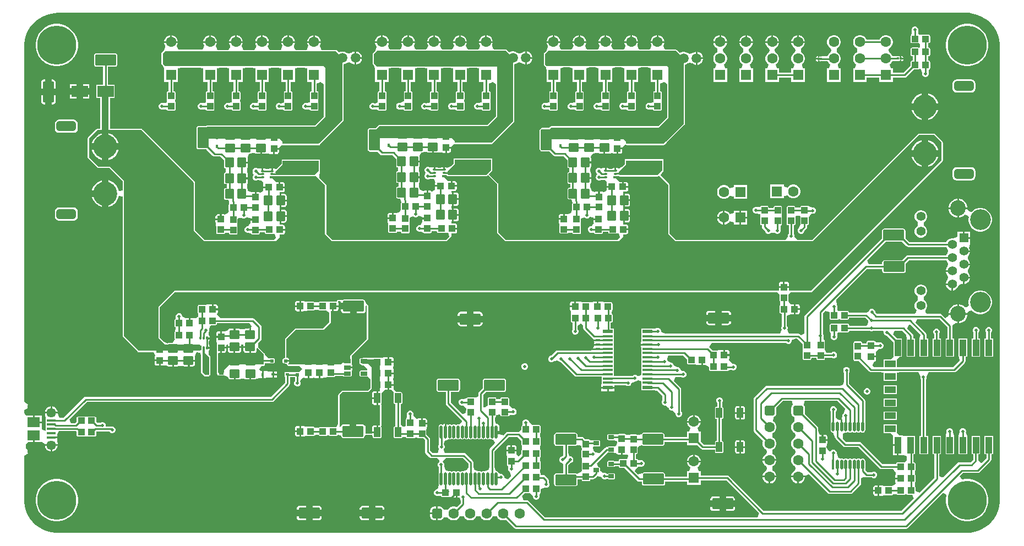
<source format=gbr>
G04*
G04 #@! TF.GenerationSoftware,Altium Limited,Altium Designer,25.1.2 (22)*
G04*
G04 Layer_Physical_Order=1*
G04 Layer_Color=204*
%FSLAX44Y44*%
%MOMM*%
G71*
G04*
G04 #@! TF.SameCoordinates,74C72B32-88F7-4DF0-8C8F-3553CF0260E0*
G04*
G04*
G04 #@! TF.FilePolarity,Positive*
G04*
G01*
G75*
%ADD10C,0.2540*%
%ADD21C,0.5000*%
%ADD22O,0.4500X1.5000*%
%ADD23R,0.4500X1.5000*%
G04:AMPARAMS|DCode=24|XSize=3.3mm|YSize=1.7mm|CornerRadius=0.2125mm|HoleSize=0mm|Usage=FLASHONLY|Rotation=180.000|XOffset=0mm|YOffset=0mm|HoleType=Round|Shape=RoundedRectangle|*
%AMROUNDEDRECTD24*
21,1,3.3000,1.2750,0,0,180.0*
21,1,2.8750,1.7000,0,0,180.0*
1,1,0.4250,-1.4375,0.6375*
1,1,0.4250,1.4375,0.6375*
1,1,0.4250,1.4375,-0.6375*
1,1,0.4250,-1.4375,-0.6375*
%
%ADD24ROUNDEDRECTD24*%
G04:AMPARAMS|DCode=25|XSize=3.3mm|YSize=1.7mm|CornerRadius=0.2125mm|HoleSize=0mm|Usage=FLASHONLY|Rotation=90.000|XOffset=0mm|YOffset=0mm|HoleType=Round|Shape=RoundedRectangle|*
%AMROUNDEDRECTD25*
21,1,3.3000,1.2750,0,0,90.0*
21,1,2.8750,1.7000,0,0,90.0*
1,1,0.4250,0.6375,1.4375*
1,1,0.4250,0.6375,-1.4375*
1,1,0.4250,-0.6375,-1.4375*
1,1,0.4250,-0.6375,1.4375*
%
%ADD25ROUNDEDRECTD25*%
G04:AMPARAMS|DCode=26|XSize=1mm|YSize=1.1mm|CornerRadius=0.075mm|HoleSize=0mm|Usage=FLASHONLY|Rotation=0.000|XOffset=0mm|YOffset=0mm|HoleType=Round|Shape=RoundedRectangle|*
%AMROUNDEDRECTD26*
21,1,1.0000,0.9500,0,0,0.0*
21,1,0.8500,1.1000,0,0,0.0*
1,1,0.1500,0.4250,-0.4750*
1,1,0.1500,-0.4250,-0.4750*
1,1,0.1500,-0.4250,0.4750*
1,1,0.1500,0.4250,0.4750*
%
%ADD26ROUNDEDRECTD26*%
G04:AMPARAMS|DCode=27|XSize=1mm|YSize=1.1mm|CornerRadius=0.075mm|HoleSize=0mm|Usage=FLASHONLY|Rotation=90.000|XOffset=0mm|YOffset=0mm|HoleType=Round|Shape=RoundedRectangle|*
%AMROUNDEDRECTD27*
21,1,1.0000,0.9500,0,0,90.0*
21,1,0.8500,1.1000,0,0,90.0*
1,1,0.1500,0.4750,0.4250*
1,1,0.1500,0.4750,-0.4250*
1,1,0.1500,-0.4750,-0.4250*
1,1,0.1500,-0.4750,0.4250*
%
%ADD27ROUNDEDRECTD27*%
%ADD28R,1.6000X0.4000*%
%ADD29R,1.6000X0.6000*%
G04:AMPARAMS|DCode=30|XSize=1.1mm|YSize=1mm|CornerRadius=0.075mm|HoleSize=0mm|Usage=FLASHONLY|Rotation=180.000|XOffset=0mm|YOffset=0mm|HoleType=Round|Shape=RoundedRectangle|*
%AMROUNDEDRECTD30*
21,1,1.1000,0.8500,0,0,180.0*
21,1,0.9500,1.0000,0,0,180.0*
1,1,0.1500,-0.4750,0.4250*
1,1,0.1500,0.4750,0.4250*
1,1,0.1500,0.4750,-0.4250*
1,1,0.1500,-0.4750,-0.4250*
%
%ADD30ROUNDEDRECTD30*%
G04:AMPARAMS|DCode=31|XSize=1.1mm|YSize=1mm|CornerRadius=0.075mm|HoleSize=0mm|Usage=FLASHONLY|Rotation=270.000|XOffset=0mm|YOffset=0mm|HoleType=Round|Shape=RoundedRectangle|*
%AMROUNDEDRECTD31*
21,1,1.1000,0.8500,0,0,270.0*
21,1,0.9500,1.0000,0,0,270.0*
1,1,0.1500,-0.4250,-0.4750*
1,1,0.1500,-0.4250,0.4750*
1,1,0.1500,0.4250,0.4750*
1,1,0.1500,0.4250,-0.4750*
%
%ADD31ROUNDEDRECTD31*%
%ADD32R,1.0000X2.5000*%
%ADD33R,1.7500X1.0000*%
%ADD34O,0.4500X2.0000*%
G04:AMPARAMS|DCode=35|XSize=0.59mm|YSize=0.45mm|CornerRadius=0.0338mm|HoleSize=0mm|Usage=FLASHONLY|Rotation=180.000|XOffset=0mm|YOffset=0mm|HoleType=Round|Shape=RoundedRectangle|*
%AMROUNDEDRECTD35*
21,1,0.5900,0.3825,0,0,180.0*
21,1,0.5225,0.4500,0,0,180.0*
1,1,0.0675,-0.2612,0.1913*
1,1,0.0675,0.2612,0.1913*
1,1,0.0675,0.2612,-0.1913*
1,1,0.0675,-0.2612,-0.1913*
%
%ADD35ROUNDEDRECTD35*%
G04:AMPARAMS|DCode=36|XSize=1.55mm|YSize=1mm|CornerRadius=0.075mm|HoleSize=0mm|Usage=FLASHONLY|Rotation=90.000|XOffset=0mm|YOffset=0mm|HoleType=Round|Shape=RoundedRectangle|*
%AMROUNDEDRECTD36*
21,1,1.5500,0.8500,0,0,90.0*
21,1,1.4000,1.0000,0,0,90.0*
1,1,0.1500,0.4250,0.7000*
1,1,0.1500,0.4250,-0.7000*
1,1,0.1500,-0.4250,-0.7000*
1,1,0.1500,-0.4250,0.7000*
%
%ADD36ROUNDEDRECTD36*%
%ADD37R,0.4000X0.4800*%
%ADD38O,0.6700X0.3000*%
%ADD39R,0.6700X0.3000*%
%ADD40R,5.6000X1.6500*%
G04:AMPARAMS|DCode=41|XSize=1.1mm|YSize=1mm|CornerRadius=0.1mm|HoleSize=0mm|Usage=FLASHONLY|Rotation=180.000|XOffset=0mm|YOffset=0mm|HoleType=Round|Shape=RoundedRectangle|*
%AMROUNDEDRECTD41*
21,1,1.1000,0.8000,0,0,180.0*
21,1,0.9000,1.0000,0,0,180.0*
1,1,0.2000,-0.4500,0.4000*
1,1,0.2000,0.4500,0.4000*
1,1,0.2000,0.4500,-0.4000*
1,1,0.2000,-0.4500,-0.4000*
%
%ADD41ROUNDEDRECTD41*%
G04:AMPARAMS|DCode=42|XSize=1.3mm|YSize=1.5mm|CornerRadius=0.0975mm|HoleSize=0mm|Usage=FLASHONLY|Rotation=180.000|XOffset=0mm|YOffset=0mm|HoleType=Round|Shape=RoundedRectangle|*
%AMROUNDEDRECTD42*
21,1,1.3000,1.3050,0,0,180.0*
21,1,1.1050,1.5000,0,0,180.0*
1,1,0.1950,-0.5525,0.6525*
1,1,0.1950,0.5525,0.6525*
1,1,0.1950,0.5525,-0.6525*
1,1,0.1950,-0.5525,-0.6525*
%
%ADD42ROUNDEDRECTD42*%
G04:AMPARAMS|DCode=43|XSize=1.3mm|YSize=1.5mm|CornerRadius=0.0975mm|HoleSize=0mm|Usage=FLASHONLY|Rotation=90.000|XOffset=0mm|YOffset=0mm|HoleType=Round|Shape=RoundedRectangle|*
%AMROUNDEDRECTD43*
21,1,1.3000,1.3050,0,0,90.0*
21,1,1.1050,1.5000,0,0,90.0*
1,1,0.1950,0.6525,0.5525*
1,1,0.1950,0.6525,-0.5525*
1,1,0.1950,-0.6525,-0.5525*
1,1,0.1950,-0.6525,0.5525*
%
%ADD43ROUNDEDRECTD43*%
%ADD44R,2.5000X1.7000*%
G04:AMPARAMS|DCode=45|XSize=0.6mm|YSize=0.9mm|CornerRadius=0.045mm|HoleSize=0mm|Usage=FLASHONLY|Rotation=270.000|XOffset=0mm|YOffset=0mm|HoleType=Round|Shape=RoundedRectangle|*
%AMROUNDEDRECTD45*
21,1,0.6000,0.8100,0,0,270.0*
21,1,0.5100,0.9000,0,0,270.0*
1,1,0.0900,-0.4050,-0.2550*
1,1,0.0900,-0.4050,0.2550*
1,1,0.0900,0.4050,0.2550*
1,1,0.0900,0.4050,-0.2550*
%
%ADD45ROUNDEDRECTD45*%
G04:AMPARAMS|DCode=46|XSize=1.1mm|YSize=1mm|CornerRadius=0.1mm|HoleSize=0mm|Usage=FLASHONLY|Rotation=90.000|XOffset=0mm|YOffset=0mm|HoleType=Round|Shape=RoundedRectangle|*
%AMROUNDEDRECTD46*
21,1,1.1000,0.8000,0,0,90.0*
21,1,0.9000,1.0000,0,0,90.0*
1,1,0.2000,0.4000,0.4500*
1,1,0.2000,0.4000,-0.4500*
1,1,0.2000,-0.4000,-0.4500*
1,1,0.2000,-0.4000,0.4500*
%
%ADD46ROUNDEDRECTD46*%
%ADD47R,1.3500X0.4000*%
%ADD48R,1.9000X1.5000*%
%ADD49R,0.5900X0.4500*%
G04:AMPARAMS|DCode=50|XSize=0.59mm|YSize=0.45mm|CornerRadius=0.0338mm|HoleSize=0mm|Usage=FLASHONLY|Rotation=90.000|XOffset=0mm|YOffset=0mm|HoleType=Round|Shape=RoundedRectangle|*
%AMROUNDEDRECTD50*
21,1,0.5900,0.3825,0,0,90.0*
21,1,0.5225,0.4500,0,0,90.0*
1,1,0.0675,0.1913,0.2612*
1,1,0.0675,0.1913,-0.2612*
1,1,0.0675,-0.1913,-0.2612*
1,1,0.0675,-0.1913,0.2612*
%
%ADD50ROUNDEDRECTD50*%
G04:AMPARAMS|DCode=51|XSize=1.1mm|YSize=0.6mm|CornerRadius=0.03mm|HoleSize=0mm|Usage=FLASHONLY|Rotation=0.000|XOffset=0mm|YOffset=0mm|HoleType=Round|Shape=RoundedRectangle|*
%AMROUNDEDRECTD51*
21,1,1.1000,0.5400,0,0,0.0*
21,1,1.0400,0.6000,0,0,0.0*
1,1,0.0600,0.5200,-0.2700*
1,1,0.0600,-0.5200,-0.2700*
1,1,0.0600,-0.5200,0.2700*
1,1,0.0600,0.5200,0.2700*
%
%ADD51ROUNDEDRECTD51*%
%ADD52R,0.3000X0.6700*%
%ADD53O,0.3000X0.6700*%
%ADD54R,0.8000X2.7000*%
%ADD55R,0.4500X0.5900*%
%ADD94C,1.6000*%
G04:AMPARAMS|DCode=106|XSize=0.4mm|YSize=0.3mm|CornerRadius=0.0225mm|HoleSize=0mm|Usage=FLASHONLY|Rotation=180.000|XOffset=0mm|YOffset=0mm|HoleType=Round|Shape=RoundedRectangle|*
%AMROUNDEDRECTD106*
21,1,0.4000,0.2550,0,0,180.0*
21,1,0.3550,0.3000,0,0,180.0*
1,1,0.0450,-0.1775,0.1275*
1,1,0.0450,0.1775,0.1275*
1,1,0.0450,0.1775,-0.1275*
1,1,0.0450,-0.1775,-0.1275*
%
%ADD106ROUNDEDRECTD106*%
%ADD107C,1.0160*%
%ADD108R,1.6000X1.6000*%
%ADD109R,1.6000X1.6000*%
%ADD110C,1.5000*%
G04:AMPARAMS|DCode=111|XSize=1.6mm|YSize=1.6mm|CornerRadius=0.4mm|HoleSize=0mm|Usage=FLASHONLY|Rotation=270.000|XOffset=0mm|YOffset=0mm|HoleType=Round|Shape=RoundedRectangle|*
%AMROUNDEDRECTD111*
21,1,1.6000,0.8000,0,0,270.0*
21,1,0.8000,1.6000,0,0,270.0*
1,1,0.8000,-0.4000,-0.4000*
1,1,0.8000,-0.4000,0.4000*
1,1,0.8000,0.4000,0.4000*
1,1,0.8000,0.4000,-0.4000*
%
%ADD111ROUNDEDRECTD111*%
G04:AMPARAMS|DCode=112|XSize=1.5mm|YSize=3mm|CornerRadius=0.375mm|HoleSize=0mm|Usage=FLASHONLY|Rotation=270.000|XOffset=0mm|YOffset=0mm|HoleType=Round|Shape=RoundedRectangle|*
%AMROUNDEDRECTD112*
21,1,1.5000,2.2500,0,0,270.0*
21,1,0.7500,3.0000,0,0,270.0*
1,1,0.7500,-1.1250,-0.3750*
1,1,0.7500,-1.1250,0.3750*
1,1,0.7500,1.1250,0.3750*
1,1,0.7500,1.1250,-0.3750*
%
%ADD112ROUNDEDRECTD112*%
%ADD113C,3.7000*%
%ADD114C,6.0000*%
%ADD115C,1.4080*%
%ADD116R,1.4080X1.4080*%
%ADD117C,2.4000*%
%ADD118C,3.2000*%
%ADD119C,1.4500*%
G04:AMPARAMS|DCode=120|XSize=1.6mm|YSize=1.6mm|CornerRadius=0.4mm|HoleSize=0mm|Usage=FLASHONLY|Rotation=0.000|XOffset=0mm|YOffset=0mm|HoleType=Round|Shape=RoundedRectangle|*
%AMROUNDEDRECTD120*
21,1,1.6000,0.8000,0,0,0.0*
21,1,0.8000,1.6000,0,0,0.0*
1,1,0.8000,0.4000,-0.4000*
1,1,0.8000,-0.4000,-0.4000*
1,1,0.8000,-0.4000,0.4000*
1,1,0.8000,0.4000,0.4000*
%
%ADD120ROUNDEDRECTD120*%
%ADD121C,0.5000*%
G36*
X1558969Y899130D02*
X1565427Y897399D01*
X1571604Y894841D01*
X1577394Y891498D01*
X1582698Y887428D01*
X1587426Y882700D01*
X1591496Y877396D01*
X1594838Y871606D01*
X1597397Y865429D01*
X1599127Y858971D01*
X1600000Y852343D01*
Y849000D01*
X1600000D01*
X1600000Y594000D01*
X1600000Y201250D01*
X1600000Y150500D01*
X1599967Y147178D01*
X1599041Y140599D01*
X1597269Y134196D01*
X1594682Y128077D01*
X1591322Y122345D01*
X1587247Y117097D01*
X1582527Y112422D01*
X1577239Y108399D01*
X1571474Y105096D01*
X1565330Y102568D01*
X1558910Y100859D01*
X1554862Y100330D01*
X1549000Y99998D01*
X1549000Y99998D01*
X151000Y99998D01*
X147657D01*
X141028Y100870D01*
X134571Y102601D01*
X128394Y105159D01*
X122604Y108502D01*
X117300Y112572D01*
X112572Y117300D01*
X108502Y122604D01*
X105159Y128394D01*
X102601Y134571D01*
X100870Y141028D01*
X99998Y147657D01*
Y151000D01*
X99998D01*
Y218843D01*
X105253Y222266D01*
X105562Y222467D01*
X105997Y222414D01*
X107045Y220845D01*
X109043Y219510D01*
X109900Y219340D01*
Y224200D01*
X113130D01*
Y224200D01*
X104900D01*
Y228364D01*
X102306Y230053D01*
X102007Y236821D01*
X105997Y240160D01*
X113130D01*
Y250200D01*
X115670D01*
Y240160D01*
X125920D01*
X127054Y239878D01*
X131610Y236489D01*
Y236470D01*
X141400D01*
X151190D01*
Y236489D01*
X151099Y236829D01*
X150690Y242660D01*
X150690D01*
Y245930D01*
X141400D01*
Y248470D01*
X150690D01*
Y251740D01*
X153453Y256595D01*
X179701D01*
X180386Y255910D01*
Y250610D01*
X180561Y249732D01*
X181058Y248988D01*
X181802Y248491D01*
X182680Y248316D01*
X190840D01*
X192180Y248316D01*
X195430Y248417D01*
X198680Y248316D01*
X200020Y248316D01*
X208180D01*
X209058Y248491D01*
X209802Y248988D01*
X210299Y249732D01*
X210474Y250610D01*
Y255944D01*
X210753Y256362D01*
X210757Y256365D01*
X230411D01*
X230651Y255788D01*
X232068Y254370D01*
X233921Y253603D01*
X235926D01*
X237778Y254370D01*
X239196Y255788D01*
X239963Y257640D01*
Y259645D01*
X239196Y261498D01*
X237778Y262915D01*
X235926Y263683D01*
X234371D01*
X234137Y263839D01*
X232651Y264135D01*
X225624D01*
X225259Y264681D01*
Y266686D01*
X224492Y268538D01*
X223074Y269956D01*
X221222Y270723D01*
X219217D01*
X217365Y269956D01*
X216977Y269568D01*
X211966D01*
X211269Y270264D01*
X211249Y270367D01*
X210474Y271526D01*
Y276860D01*
X210299Y277738D01*
X209802Y278482D01*
X209058Y278979D01*
X208180Y279154D01*
X200020D01*
X198680Y279154D01*
X195430Y279053D01*
X192180Y279154D01*
X190840Y279154D01*
X182680D01*
X181802Y278979D01*
X181058Y278482D01*
X180561Y277738D01*
X180386Y276860D01*
Y271560D01*
X177961Y269135D01*
X171864D01*
X169378Y275135D01*
X195859Y301615D01*
X480750D01*
X482237Y301911D01*
X483497Y302753D01*
X507397Y326653D01*
X508239Y327913D01*
X508535Y329400D01*
Y339665D01*
X516065D01*
Y333443D01*
X515727Y333105D01*
X514960Y331253D01*
Y329248D01*
X515727Y327395D01*
X517145Y325977D01*
X518997Y325210D01*
X521003D01*
X522855Y325977D01*
X524273Y327395D01*
X525040Y329248D01*
Y331253D01*
X524273Y333105D01*
X526805Y337246D01*
X530082Y339348D01*
X531171Y338621D01*
X532454Y338366D01*
X535434D01*
Y346470D01*
X537974D01*
Y338366D01*
X540954D01*
X541247Y338424D01*
X542548Y338630D01*
X545204Y338707D01*
X547860Y338630D01*
X549162Y338424D01*
X549454Y338366D01*
X552434D01*
Y346470D01*
X554974D01*
Y338366D01*
X557954D01*
X559238Y338621D01*
X559660Y338903D01*
X559661Y338903D01*
X562079Y339472D01*
X566050Y339752D01*
X566555Y339683D01*
X567044Y339586D01*
X575544D01*
X576422Y339761D01*
X577166Y340258D01*
X577664Y341002D01*
X577726Y341315D01*
X589831D01*
X589907Y341202D01*
X590502Y340804D01*
X591204Y340665D01*
X601604D01*
X602307Y340804D01*
X602902Y341202D01*
X603300Y341798D01*
X603440Y342500D01*
Y347900D01*
X603300Y348602D01*
X603652Y349952D01*
X604280Y350892D01*
X604500Y352000D01*
Y353430D01*
X596404D01*
Y355970D01*
X604500D01*
Y357400D01*
X604280Y358508D01*
X603652Y359448D01*
X603300Y360798D01*
X603440Y361500D01*
Y366900D01*
X603300Y367602D01*
X603289Y367618D01*
Y372405D01*
X628192Y397308D01*
X628634Y397970D01*
X628789Y398750D01*
Y444880D01*
X628789Y446644D01*
X628789Y446645D01*
X628789Y449331D01*
X628789Y449331D01*
X628760Y449478D01*
X628768Y449628D01*
X628767Y449629D01*
X628683Y449865D01*
X628634Y450112D01*
X628551Y450236D01*
X628500Y450378D01*
X628500D01*
X628332Y450564D01*
X628192Y450773D01*
X628192Y450773D01*
X628192Y450773D01*
X628067Y450857D01*
X627966Y450968D01*
X627568Y451264D01*
X627275Y451403D01*
X626992Y451563D01*
X626917Y451573D01*
X626849Y451605D01*
X626849Y451605D01*
X626525Y451621D01*
X626203Y451661D01*
X626203Y451661D01*
X623851Y456590D01*
X623740Y456839D01*
X622938Y458038D01*
X621739Y458840D01*
X620325Y459121D01*
X591575D01*
X590161Y458840D01*
X588102Y458152D01*
X586993Y458298D01*
X586993Y458298D01*
X586992Y458298D01*
X586896Y458328D01*
X586812Y458384D01*
X586812Y458384D01*
X586518Y458442D01*
X586231Y458529D01*
X586131Y458520D01*
X586031Y458539D01*
X582765D01*
X582439Y458475D01*
X582110Y458431D01*
X582051Y458397D01*
X581984Y458384D01*
X581708Y458200D01*
X581421Y458034D01*
X581421D01*
X581379Y457980D01*
X581323Y457942D01*
X581323D01*
X581138Y457666D01*
X580936Y457403D01*
X580309Y456133D01*
X580240Y455875D01*
X580137Y455628D01*
X580025Y455536D01*
X579430Y455654D01*
X571270D01*
X569930Y455654D01*
X566680Y455553D01*
X563430Y455654D01*
X562090Y455654D01*
X553930D01*
X553052Y455479D01*
X552308Y454982D01*
X548942Y454696D01*
X545881Y455184D01*
X545802Y455302D01*
X544975Y455855D01*
X544000Y456049D01*
X537220D01*
X536164Y456049D01*
X535998Y456049D01*
X533070Y456194D01*
X529381Y456835D01*
X528000Y457109D01*
X525270D01*
Y449000D01*
Y440891D01*
X528000D01*
X529381Y441165D01*
X533070Y441806D01*
X535998Y441951D01*
X536164Y441951D01*
X537220Y441951D01*
X544000D01*
X544975Y442145D01*
X545802Y442698D01*
X545915Y442866D01*
X548777Y443408D01*
X552308Y443238D01*
X553052Y442741D01*
X553930Y442566D01*
X562090D01*
X563430Y442566D01*
X563896Y442481D01*
X569211Y439350D01*
Y424595D01*
X559405Y414789D01*
X517500D01*
X516720Y414634D01*
X516058Y414192D01*
X516058Y414192D01*
X501558Y399692D01*
X501116Y399030D01*
X500961Y398250D01*
Y370500D01*
X499411Y368958D01*
X498371Y368493D01*
X497763Y368087D01*
X497357Y367480D01*
X497214Y366763D01*
Y362938D01*
X497357Y362221D01*
X497763Y361613D01*
X498371Y361207D01*
X499087Y361064D01*
X499088Y361064D01*
X503445Y360138D01*
X503445Y360138D01*
X503489Y359934D01*
X503494Y359726D01*
X503573Y359549D01*
X503614Y359361D01*
X504127Y358185D01*
X504343Y357874D01*
X504554Y357558D01*
X504570Y357547D01*
X504581Y357532D01*
X504900Y357327D01*
X505216Y357116D01*
Y357116D01*
X505235Y357112D01*
X505251Y357102D01*
X505251Y357102D01*
X505624Y357035D01*
X505996Y356961D01*
X505996Y356961D01*
X507992Y356961D01*
X522947D01*
X526894Y351685D01*
X526833Y351483D01*
X522529Y347443D01*
X521813Y347586D01*
X517988D01*
X517271Y347443D01*
X517257Y347435D01*
X509415D01*
X509100Y347750D01*
Y347750D01*
X504650Y347885D01*
X500200Y347750D01*
X500200Y340250D01*
X500765D01*
Y331009D01*
X479141Y309385D01*
X194250D01*
X192763Y309089D01*
X191503Y308247D01*
X160341Y277085D01*
X154947D01*
X153337Y278663D01*
X150969Y283085D01*
X151190Y283911D01*
Y283930D01*
X141400D01*
X131610D01*
Y283911D01*
X132056Y282247D01*
X133150Y276700D01*
X133150D01*
Y269700D01*
Y257561D01*
X132440Y256954D01*
X126440Y259721D01*
Y268930D01*
X114400D01*
Y270200D01*
X113130D01*
Y280240D01*
X105997D01*
X102360Y280240D01*
X99998Y285261D01*
X99998Y288843D01*
X104900Y292036D01*
Y296200D01*
X113130D01*
Y296200D01*
X109900D01*
Y301060D01*
X109043Y300889D01*
X107045Y299555D01*
X106289Y298423D01*
X105997Y297986D01*
X105562Y297933D01*
X99998Y301557D01*
X99997Y849000D01*
X100000D01*
Y852343D01*
X100873Y858971D01*
X102603Y865429D01*
X105162Y871606D01*
X108504Y877396D01*
X112575Y882700D01*
X117302Y887428D01*
X122606Y891498D01*
X128396Y894841D01*
X134573Y897399D01*
X141031Y899130D01*
X145140Y899671D01*
X151002Y900002D01*
X151005Y900000D01*
X157001Y900000D01*
X1548995D01*
X1548997Y900002D01*
X1552340D01*
X1558969Y899130D01*
D02*
G37*
G36*
X586837Y455518D02*
X586819Y455425D01*
Y454130D01*
X605950D01*
Y449050D01*
X611030D01*
Y437919D01*
X620325D01*
X622145Y438281D01*
X623688Y439312D01*
X624719Y440855D01*
X625081Y442675D01*
Y448989D01*
X626351Y449628D01*
X626750Y449331D01*
Y398750D01*
X601250Y373250D01*
Y363500D01*
X599750Y362000D01*
X589500D01*
X586500Y359000D01*
X505996D01*
X505483Y360176D01*
X505500Y360270D01*
X506387Y360863D01*
X507023Y361815D01*
X507246Y362938D01*
Y363580D01*
X501700D01*
Y366120D01*
X507246D01*
Y366763D01*
X507023Y367885D01*
X506387Y368837D01*
X505435Y369473D01*
X504313Y369696D01*
X503333D01*
X503000Y370500D01*
Y398250D01*
X517500Y412750D01*
X560250D01*
X571250Y423750D01*
Y441506D01*
X573410D01*
Y449110D01*
X574680D01*
Y450380D01*
X582785D01*
Y453360D01*
X582529Y454644D01*
X582137Y455230D01*
X582765Y456500D01*
X586031D01*
X586837Y455518D01*
D02*
G37*
%LPC*%
G36*
X1074888Y865690D02*
X1074770D01*
Y856420D01*
X1084040D01*
Y856538D01*
X1083322Y859218D01*
X1081934Y861622D01*
X1079972Y863584D01*
X1077568Y864972D01*
X1074888Y865690D01*
D02*
G37*
G36*
X1072230D02*
X1072112D01*
X1069432Y864972D01*
X1067028Y863584D01*
X1065066Y861622D01*
X1063678Y859218D01*
X1062960Y856538D01*
Y856420D01*
X1072230D01*
Y865690D01*
D02*
G37*
G36*
X1211388D02*
X1211270D01*
Y856420D01*
X1220540D01*
Y856538D01*
X1219822Y859218D01*
X1218434Y861622D01*
X1216472Y863584D01*
X1214068Y864972D01*
X1211388Y865690D01*
D02*
G37*
G36*
X954888D02*
X954770D01*
Y856420D01*
X964040D01*
Y856538D01*
X963322Y859218D01*
X961934Y861622D01*
X959972Y863584D01*
X957568Y864972D01*
X954888Y865690D01*
D02*
G37*
G36*
X914888D02*
X914770D01*
Y856420D01*
X924040D01*
Y856538D01*
X923322Y859218D01*
X921934Y861622D01*
X919972Y863584D01*
X917568Y864972D01*
X914888Y865690D01*
D02*
G37*
G36*
X811388D02*
X811270D01*
Y856420D01*
X820540D01*
Y856538D01*
X819822Y859218D01*
X818434Y861622D01*
X816472Y863584D01*
X814068Y864972D01*
X811388Y865690D01*
D02*
G37*
G36*
X1208730D02*
X1208612D01*
X1205932Y864972D01*
X1203528Y863584D01*
X1201566Y861622D01*
X1200178Y859218D01*
X1199460Y856538D01*
Y856420D01*
X1208730D01*
Y865690D01*
D02*
G37*
G36*
X952230D02*
X952112D01*
X949432Y864972D01*
X947028Y863584D01*
X945066Y861622D01*
X943678Y859218D01*
X942960Y856538D01*
Y856420D01*
X952230D01*
Y865690D01*
D02*
G37*
G36*
X912230D02*
X912112D01*
X909432Y864972D01*
X907028Y863584D01*
X905066Y861622D01*
X903678Y859218D01*
X902960Y856538D01*
Y856420D01*
X912230D01*
Y865690D01*
D02*
G37*
G36*
X808730D02*
X808612D01*
X805932Y864972D01*
X803528Y863584D01*
X801566Y861622D01*
X800178Y859218D01*
X799460Y856538D01*
Y856420D01*
X808730D01*
Y865690D01*
D02*
G37*
G36*
X1291388D02*
X1291270D01*
Y856420D01*
X1300540D01*
Y856538D01*
X1299822Y859218D01*
X1298434Y861622D01*
X1296472Y863584D01*
X1294068Y864972D01*
X1291388Y865690D01*
D02*
G37*
G36*
X1251388D02*
X1251270D01*
Y856420D01*
X1260540D01*
Y856538D01*
X1259822Y859218D01*
X1258434Y861622D01*
X1256472Y863584D01*
X1254068Y864972D01*
X1251388Y865690D01*
D02*
G37*
G36*
X994888D02*
X994770D01*
Y856420D01*
X1004040D01*
Y856538D01*
X1003322Y859218D01*
X1001934Y861622D01*
X999972Y863584D01*
X997568Y864972D01*
X994888Y865690D01*
D02*
G37*
G36*
X691388D02*
X691270D01*
Y856420D01*
X700540D01*
Y856538D01*
X699822Y859218D01*
X698434Y861622D01*
X696472Y863584D01*
X694068Y864972D01*
X691388Y865690D01*
D02*
G37*
G36*
X651388D02*
X651270D01*
Y856420D01*
X660540D01*
Y856538D01*
X659822Y859218D01*
X658434Y861622D01*
X656472Y863584D01*
X654068Y864972D01*
X651388Y865690D01*
D02*
G37*
G36*
X1288730D02*
X1288612D01*
X1285932Y864972D01*
X1283528Y863584D01*
X1281566Y861622D01*
X1280178Y859218D01*
X1279460Y856538D01*
Y856420D01*
X1288730D01*
Y865690D01*
D02*
G37*
G36*
X1248730D02*
X1248612D01*
X1245932Y864972D01*
X1243528Y863584D01*
X1241566Y861622D01*
X1240178Y859218D01*
X1239460Y856538D01*
Y856420D01*
X1248730D01*
Y865690D01*
D02*
G37*
G36*
X992230D02*
X992112D01*
X989432Y864972D01*
X987028Y863584D01*
X985066Y861622D01*
X983678Y859218D01*
X982960Y856538D01*
Y856420D01*
X992230D01*
Y865690D01*
D02*
G37*
G36*
X688730D02*
X688612D01*
X685932Y864972D01*
X683528Y863584D01*
X681566Y861622D01*
X680178Y859218D01*
X679460Y856538D01*
Y856420D01*
X688730D01*
Y865690D01*
D02*
G37*
G36*
X648730D02*
X648612D01*
X645932Y864972D01*
X643528Y863584D01*
X641566Y861622D01*
X640178Y859218D01*
X639460Y856538D01*
Y856420D01*
X648730D01*
Y865690D01*
D02*
G37*
G36*
X1034888D02*
X1034770D01*
Y856420D01*
X1044040D01*
Y856538D01*
X1043322Y859218D01*
X1041934Y861622D01*
X1039972Y863584D01*
X1037568Y864972D01*
X1034888Y865690D01*
D02*
G37*
G36*
X731388D02*
X731270D01*
Y856420D01*
X740540D01*
Y856538D01*
X739822Y859218D01*
X738434Y861622D01*
X736472Y863584D01*
X734068Y864972D01*
X731388Y865690D01*
D02*
G37*
G36*
X1032230D02*
X1032112D01*
X1029432Y864972D01*
X1027028Y863584D01*
X1025066Y861622D01*
X1023678Y859218D01*
X1022960Y856538D01*
Y856420D01*
X1032230D01*
Y865690D01*
D02*
G37*
G36*
X728730D02*
X728612D01*
X725932Y864972D01*
X723528Y863584D01*
X721566Y861622D01*
X720178Y859218D01*
X719460Y856538D01*
Y856420D01*
X728730D01*
Y865690D01*
D02*
G37*
G36*
X1171388D02*
X1171270D01*
Y856420D01*
X1180540D01*
Y856538D01*
X1179822Y859218D01*
X1178434Y861622D01*
X1176472Y863584D01*
X1174068Y864972D01*
X1171388Y865690D01*
D02*
G37*
G36*
X771388D02*
X771270D01*
Y856420D01*
X780540D01*
Y856538D01*
X779822Y859218D01*
X778434Y861622D01*
X776472Y863584D01*
X774068Y864972D01*
X771388Y865690D01*
D02*
G37*
G36*
X1168730D02*
X1168612D01*
X1165932Y864972D01*
X1163528Y863584D01*
X1161566Y861622D01*
X1160178Y859218D01*
X1159460Y856538D01*
Y856420D01*
X1168730D01*
Y865690D01*
D02*
G37*
G36*
X768730D02*
X768612D01*
X765932Y864972D01*
X763528Y863584D01*
X761566Y861622D01*
X760178Y859218D01*
X759460Y856538D01*
Y856420D01*
X768730D01*
Y865690D01*
D02*
G37*
G36*
X506888Y865690D02*
X506770D01*
Y856420D01*
X516040D01*
Y856538D01*
X515322Y859218D01*
X513934Y861622D01*
X511972Y863584D01*
X509568Y864972D01*
X506888Y865690D01*
D02*
G37*
G36*
X504230D02*
X504112D01*
X501432Y864972D01*
X499028Y863584D01*
X497066Y861622D01*
X495678Y859218D01*
X494960Y856538D01*
Y856420D01*
X504230D01*
Y865690D01*
D02*
G37*
G36*
X546888D02*
X546770D01*
Y856420D01*
X556040D01*
Y856538D01*
X555322Y859218D01*
X553934Y861622D01*
X551972Y863584D01*
X549568Y864972D01*
X546888Y865690D01*
D02*
G37*
G36*
X466888D02*
X466770D01*
Y856420D01*
X476040D01*
Y856538D01*
X475322Y859218D01*
X473934Y861622D01*
X471972Y863584D01*
X469568Y864972D01*
X466888Y865690D01*
D02*
G37*
G36*
X544230D02*
X544112D01*
X541432Y864972D01*
X539028Y863584D01*
X537066Y861622D01*
X535678Y859218D01*
X534960Y856538D01*
Y856420D01*
X544230D01*
Y865690D01*
D02*
G37*
G36*
X464230D02*
X464112D01*
X461432Y864972D01*
X459028Y863584D01*
X457066Y861622D01*
X455678Y859218D01*
X454960Y856538D01*
Y856420D01*
X464230D01*
Y865690D01*
D02*
G37*
G36*
X426888D02*
X426770D01*
Y856420D01*
X436040D01*
Y856538D01*
X435322Y859218D01*
X433934Y861622D01*
X431972Y863584D01*
X429568Y864972D01*
X426888Y865690D01*
D02*
G37*
G36*
X386888D02*
X386770D01*
Y856420D01*
X396040D01*
Y856538D01*
X395322Y859218D01*
X393934Y861622D01*
X391972Y863584D01*
X389568Y864972D01*
X386888Y865690D01*
D02*
G37*
G36*
X326888D02*
X326770D01*
Y856420D01*
X336040D01*
Y856538D01*
X335322Y859218D01*
X333934Y861622D01*
X331972Y863584D01*
X329568Y864972D01*
X326888Y865690D01*
D02*
G37*
G36*
X424230D02*
X424112D01*
X421432Y864972D01*
X419028Y863584D01*
X417066Y861622D01*
X415678Y859218D01*
X414960Y856538D01*
Y856420D01*
X424230D01*
Y865690D01*
D02*
G37*
G36*
X384230D02*
X384112D01*
X381432Y864972D01*
X379028Y863584D01*
X377066Y861622D01*
X375678Y859218D01*
X374960Y856538D01*
Y856420D01*
X384230D01*
Y865690D01*
D02*
G37*
G36*
X324230D02*
X324112D01*
X321432Y864972D01*
X319028Y863584D01*
X317066Y861622D01*
X315678Y859218D01*
X314960Y856538D01*
Y856420D01*
X324230D01*
Y865690D01*
D02*
G37*
G36*
X1470502Y879040D02*
X1470502Y879040D01*
X1468497D01*
X1466913Y878384D01*
X1466645Y878273D01*
X1466645Y878273D01*
X1465227Y876855D01*
X1464460Y875003D01*
Y872998D01*
X1464460Y872998D01*
X1464687Y872450D01*
X1464700Y872293D01*
X1464459Y868769D01*
X1463558Y865982D01*
X1463061Y865238D01*
X1462886Y864360D01*
Y855860D01*
X1463061Y854982D01*
X1463558Y854238D01*
X1464302Y853741D01*
X1465180Y853566D01*
X1473340D01*
X1474680Y853566D01*
X1475752Y853599D01*
X1477053Y852076D01*
Y848145D01*
X1475752Y846621D01*
X1474680Y846654D01*
X1473340Y846654D01*
X1465180D01*
X1464302Y846479D01*
X1463558Y845982D01*
X1463061Y845238D01*
X1462886Y844360D01*
Y835860D01*
X1463061Y834982D01*
X1463558Y834238D01*
X1464302Y833741D01*
X1465180Y833566D01*
X1466045D01*
Y826654D01*
X1465180D01*
X1464302Y826479D01*
X1463558Y825982D01*
X1463061Y825238D01*
X1462886Y824360D01*
Y819060D01*
X1452061Y808235D01*
X1435540D01*
Y814890D01*
X1432342D01*
X1430734Y820890D01*
X1431472Y821316D01*
X1433434Y823278D01*
X1434822Y825682D01*
X1434871Y825865D01*
X1442375D01*
X1443862Y826161D01*
X1443986Y826244D01*
X1444546Y825870D01*
X1445625Y825656D01*
X1446130D01*
Y826836D01*
X1446198Y826850D01*
X1446769Y827231D01*
X1447150Y827802D01*
X1447284Y828475D01*
Y829750D01*
Y831025D01*
X1447150Y831698D01*
X1446769Y832269D01*
X1446198Y832651D01*
X1446130Y832664D01*
Y833844D01*
X1445625D01*
X1444546Y833630D01*
X1443986Y833256D01*
X1443862Y833339D01*
X1442375Y833635D01*
X1434871D01*
X1434822Y833818D01*
X1433434Y836222D01*
X1431472Y838184D01*
X1429607Y839261D01*
X1429097Y842450D01*
X1429607Y845639D01*
X1431472Y846716D01*
X1433434Y848678D01*
X1434822Y851082D01*
X1435540Y853762D01*
Y856538D01*
X1434822Y859218D01*
X1433434Y861622D01*
X1431472Y863584D01*
X1429068Y864972D01*
X1426388Y865690D01*
X1423612D01*
X1420932Y864972D01*
X1418528Y863584D01*
X1416566Y861622D01*
X1415178Y859218D01*
X1415129Y859035D01*
X1394871D01*
X1394822Y859218D01*
X1393434Y861622D01*
X1391472Y863584D01*
X1389068Y864972D01*
X1386388Y865690D01*
X1383612D01*
X1380932Y864972D01*
X1378528Y863584D01*
X1376566Y861622D01*
X1375178Y859218D01*
X1374460Y856538D01*
Y853762D01*
X1375178Y851082D01*
X1376566Y848678D01*
X1378528Y846716D01*
X1380393Y845639D01*
X1380903Y842450D01*
X1380393Y839261D01*
X1378528Y838184D01*
X1376566Y836222D01*
X1375178Y833818D01*
X1374460Y831138D01*
Y828362D01*
X1375178Y825682D01*
X1376566Y823278D01*
X1378528Y821316D01*
X1379266Y820890D01*
X1377658Y814890D01*
X1374460D01*
Y793810D01*
X1395540D01*
Y800465D01*
X1414460D01*
Y793810D01*
X1435540D01*
Y800465D01*
X1453670D01*
X1455157Y800761D01*
X1456417Y801603D01*
X1468380Y813566D01*
X1473340D01*
X1474680Y813566D01*
X1477737Y813661D01*
X1477805Y813643D01*
X1478850Y813230D01*
X1480710Y807253D01*
Y805247D01*
X1481477Y803395D01*
X1482895Y801977D01*
X1484747Y801210D01*
X1484748Y801210D01*
X1486752D01*
X1488337Y801866D01*
X1488605Y801977D01*
X1488605Y801977D01*
X1490023Y803395D01*
X1490790Y805247D01*
Y807252D01*
X1490790Y807253D01*
X1490660Y807566D01*
X1490664Y808844D01*
X1491193Y811740D01*
X1492302Y814238D01*
X1492799Y814982D01*
X1492974Y815860D01*
Y824360D01*
X1492799Y825238D01*
X1492302Y825982D01*
X1491558Y826479D01*
X1490680Y826654D01*
X1489815D01*
Y833566D01*
X1490680D01*
X1491558Y833741D01*
X1492302Y834238D01*
X1492799Y834982D01*
X1492974Y835860D01*
Y844360D01*
X1492799Y845238D01*
X1492302Y845982D01*
X1491558Y846479D01*
X1490680Y846654D01*
X1489815D01*
Y853566D01*
X1490680D01*
X1491558Y853741D01*
X1492302Y854238D01*
X1492799Y854982D01*
X1492974Y855860D01*
Y864360D01*
X1492799Y865238D01*
X1492302Y865982D01*
X1491558Y866479D01*
X1490680Y866654D01*
X1482520D01*
X1481180Y866654D01*
X1477930Y866553D01*
X1475993Y866613D01*
X1475100Y868437D01*
X1474470Y871127D01*
X1474398Y872654D01*
X1474540Y872998D01*
Y875003D01*
X1473773Y876855D01*
X1472355Y878273D01*
X1472188Y878342D01*
X1470502Y879040D01*
D02*
G37*
G36*
X1346388Y865690D02*
X1343612D01*
X1340932Y864972D01*
X1338528Y863584D01*
X1336566Y861622D01*
X1335178Y859218D01*
X1334460Y856538D01*
Y853762D01*
X1335178Y851082D01*
X1336566Y848678D01*
X1338528Y846716D01*
X1340393Y845639D01*
X1340903Y842450D01*
X1340393Y839261D01*
X1338528Y838184D01*
X1336566Y836222D01*
X1335178Y833818D01*
X1335062Y833385D01*
X1326592D01*
X1325105Y833089D01*
X1324947Y832983D01*
X1324354Y833380D01*
X1323275Y833594D01*
X1322770D01*
Y832414D01*
X1322702Y832400D01*
X1322131Y832019D01*
X1321750Y831448D01*
X1321616Y830775D01*
Y829500D01*
Y828225D01*
X1321750Y827552D01*
X1322131Y826981D01*
X1322702Y826600D01*
X1322770Y826586D01*
Y825406D01*
X1323275D01*
X1324354Y825620D01*
X1324947Y826017D01*
X1325105Y825911D01*
X1326592Y825615D01*
X1335217D01*
X1336566Y823278D01*
X1338528Y821316D01*
X1339266Y820890D01*
X1337658Y814890D01*
X1334460D01*
Y793810D01*
X1355540D01*
Y814890D01*
X1352342D01*
X1350734Y820890D01*
X1351472Y821316D01*
X1353434Y823278D01*
X1354822Y825682D01*
X1355540Y828362D01*
Y831138D01*
X1354822Y833818D01*
X1353434Y836222D01*
X1351472Y838184D01*
X1349607Y839261D01*
X1349097Y842450D01*
X1349607Y845639D01*
X1351472Y846716D01*
X1353434Y848678D01*
X1354822Y851082D01*
X1355540Y853762D01*
Y856538D01*
X1354822Y859218D01*
X1353434Y861622D01*
X1351472Y863584D01*
X1349068Y864972D01*
X1346388Y865690D01*
D02*
G37*
G36*
X872602Y840940D02*
X872550D01*
Y832170D01*
X881320D01*
Y832222D01*
X880636Y834775D01*
X879314Y837065D01*
X877445Y838934D01*
X875155Y840256D01*
X872602Y840940D01*
D02*
G37*
G36*
X610352Y840690D02*
X610300D01*
Y831920D01*
X619070D01*
Y831972D01*
X618386Y834525D01*
X617064Y836815D01*
X615195Y838684D01*
X612905Y840006D01*
X610352Y840690D01*
D02*
G37*
G36*
X1135102Y840190D02*
X1135050D01*
Y831420D01*
X1143820D01*
Y831472D01*
X1143136Y834025D01*
X1141814Y836315D01*
X1139945Y838184D01*
X1137655Y839506D01*
X1135102Y840190D01*
D02*
G37*
G36*
X1449175Y833844D02*
X1448670D01*
Y831020D01*
X1451994D01*
Y831025D01*
X1451780Y832104D01*
X1451168Y833018D01*
X1450254Y833630D01*
X1449175Y833844D01*
D02*
G37*
G36*
X1320230Y833594D02*
X1319725D01*
X1318646Y833380D01*
X1317732Y832768D01*
X1317120Y831854D01*
X1316906Y830775D01*
Y830770D01*
X1320230D01*
Y833594D01*
D02*
G37*
G36*
X1451994Y828480D02*
X1448670D01*
Y825656D01*
X1449175D01*
X1450254Y825870D01*
X1451168Y826482D01*
X1451780Y827396D01*
X1451994Y828475D01*
Y828480D01*
D02*
G37*
G36*
X1320230Y828230D02*
X1316906D01*
Y828225D01*
X1317120Y827146D01*
X1317732Y826232D01*
X1318646Y825620D01*
X1319725Y825406D01*
X1320230D01*
Y828230D01*
D02*
G37*
G36*
X881320Y829630D02*
X872550D01*
Y820860D01*
X872602D01*
X875155Y821544D01*
X877445Y822866D01*
X879314Y824735D01*
X880636Y827025D01*
X881320Y829578D01*
Y829630D01*
D02*
G37*
G36*
X913500Y855150D02*
D01*
Y853880D01*
X902960D01*
Y853762D01*
X903678Y851082D01*
X904545Y849581D01*
X904656Y848738D01*
X904734Y847426D01*
X903356Y842237D01*
X899421Y838466D01*
X899408Y838447D01*
X899390Y838435D01*
X899181Y838122D01*
X898965Y837814D01*
X898960Y837792D01*
X898948Y837774D01*
X898875Y837405D01*
X898793Y837037D01*
X898797Y837015D01*
X898793Y836993D01*
Y821160D01*
X898948Y820380D01*
X899390Y819718D01*
X899607Y819501D01*
X902312Y815781D01*
X902944Y811419D01*
X902960Y810843D01*
Y793810D01*
X909725D01*
Y779614D01*
X909360D01*
X908482Y779439D01*
X907738Y778942D01*
X907241Y778198D01*
X907066Y777320D01*
Y769160D01*
X907066Y767820D01*
X907167Y764570D01*
X907113Y762828D01*
X901604Y761527D01*
X901253Y761540D01*
X899248D01*
X897395Y760773D01*
X895977Y759355D01*
X895210Y757503D01*
Y755498D01*
X895977Y753645D01*
X897395Y752227D01*
X899248Y751460D01*
X901253D01*
X901571Y751480D01*
X905707Y751087D01*
X907738Y750198D01*
X908482Y749701D01*
X909360Y749526D01*
X917860D01*
X918738Y749701D01*
X919482Y750198D01*
X919979Y750942D01*
X920154Y751820D01*
Y759980D01*
X920154Y761320D01*
X920053Y764570D01*
X920154Y767820D01*
X920154Y769160D01*
Y777320D01*
X919979Y778198D01*
X919482Y778942D01*
X918738Y779439D01*
X917860Y779614D01*
X917495D01*
Y793810D01*
X924040D01*
Y810371D01*
X924040Y814890D01*
X929427Y816371D01*
X937573D01*
X942960Y814890D01*
X942960Y810371D01*
Y793810D01*
X949725D01*
Y779614D01*
X949360D01*
X948482Y779439D01*
X947738Y778942D01*
X947241Y778198D01*
X947066Y777320D01*
Y769160D01*
X947066Y767820D01*
X947167Y764570D01*
X947105Y762593D01*
X946048Y762009D01*
X941503Y761290D01*
X939498D01*
X937645Y760523D01*
X936227Y759105D01*
X935460Y757253D01*
Y755247D01*
X936227Y753395D01*
X937645Y751977D01*
X939498Y751210D01*
X941503D01*
X945731Y751013D01*
X947738Y750198D01*
X948482Y749701D01*
X949360Y749526D01*
X957860D01*
X958738Y749701D01*
X959482Y750198D01*
X959979Y750942D01*
X960154Y751820D01*
Y759980D01*
X960154Y761320D01*
X960053Y764570D01*
X960154Y767820D01*
X960154Y769160D01*
Y777320D01*
X959979Y778198D01*
X959482Y778942D01*
X958738Y779439D01*
X957860Y779614D01*
X957495D01*
Y793810D01*
X964040D01*
Y810371D01*
X964040Y814890D01*
X969427Y816371D01*
X977573D01*
X982960Y814890D01*
X982960Y810371D01*
Y793810D01*
X989725D01*
Y779614D01*
X989360D01*
X988482Y779439D01*
X987738Y778942D01*
X987241Y778198D01*
X987066Y777320D01*
Y769160D01*
X987066Y767820D01*
X987167Y764570D01*
X987113Y762828D01*
X981604Y761527D01*
X981253Y761540D01*
X979248D01*
X977395Y760773D01*
X975977Y759355D01*
X975210Y757503D01*
Y755498D01*
X975977Y753645D01*
X977395Y752227D01*
X979248Y751460D01*
X981253D01*
X981571Y751480D01*
X985707Y751087D01*
X987738Y750198D01*
X988482Y749701D01*
X989360Y749526D01*
X997860D01*
X998738Y749701D01*
X999482Y750198D01*
X999979Y750942D01*
X1000154Y751820D01*
Y759980D01*
X1000154Y761320D01*
X1000053Y764570D01*
X1000154Y767820D01*
X1000154Y769160D01*
Y777320D01*
X999979Y778198D01*
X999482Y778942D01*
X998738Y779439D01*
X997860Y779614D01*
X997495D01*
Y793810D01*
X1004040D01*
Y810371D01*
X1004040Y814890D01*
X1009427Y816371D01*
X1017573D01*
X1022960Y814890D01*
X1022960Y810371D01*
Y793810D01*
X1029725D01*
Y779614D01*
X1029360D01*
X1028482Y779439D01*
X1027738Y778942D01*
X1027241Y778198D01*
X1027066Y777320D01*
Y769160D01*
X1027066Y767820D01*
X1027167Y764570D01*
X1027108Y762676D01*
X1025199Y761869D01*
X1022182Y761383D01*
X1021098Y761397D01*
X1020752Y761540D01*
X1018747D01*
X1016895Y760773D01*
X1015477Y759355D01*
X1014710Y757503D01*
Y755498D01*
X1015477Y753645D01*
X1016895Y752227D01*
X1018747Y751460D01*
X1020752D01*
X1021147Y751624D01*
X1021960Y751650D01*
X1025144Y751223D01*
X1027738Y750198D01*
X1028482Y749701D01*
X1029360Y749526D01*
X1037860D01*
X1038738Y749701D01*
X1039482Y750198D01*
X1039979Y750942D01*
X1040154Y751820D01*
Y759980D01*
X1040154Y761320D01*
X1040053Y764570D01*
X1040154Y767820D01*
X1040154Y769160D01*
Y777320D01*
X1039979Y778198D01*
X1039482Y778942D01*
X1038738Y779439D01*
X1037860Y779614D01*
X1037495D01*
Y793810D01*
X1044040D01*
Y810371D01*
X1044040Y814890D01*
X1049427Y816371D01*
X1057573D01*
X1062960Y814890D01*
X1062960Y810371D01*
Y793810D01*
X1069725D01*
Y779614D01*
X1069360D01*
X1068482Y779439D01*
X1067738Y778942D01*
X1067241Y778198D01*
X1067066Y777320D01*
Y769160D01*
X1067066Y767820D01*
X1067167Y764570D01*
X1067113Y762828D01*
X1061604Y761527D01*
X1061253Y761540D01*
X1059248D01*
X1057395Y760773D01*
X1055977Y759355D01*
X1055210Y757503D01*
Y755498D01*
X1055977Y753645D01*
X1057395Y752227D01*
X1059248Y751460D01*
X1061253D01*
X1061571Y751480D01*
X1065707Y751087D01*
X1067738Y750198D01*
X1068482Y749701D01*
X1069360Y749526D01*
X1077860D01*
X1078738Y749701D01*
X1079482Y750198D01*
X1079979Y750942D01*
X1080154Y751820D01*
Y759980D01*
X1080154Y761320D01*
X1080053Y764570D01*
X1080154Y767820D01*
X1080154Y769160D01*
Y777320D01*
X1079979Y778198D01*
X1079482Y778942D01*
X1078738Y779439D01*
X1077860Y779614D01*
X1077495D01*
Y791335D01*
X1083495Y793430D01*
X1087090Y791686D01*
X1088711Y790601D01*
X1088711Y739345D01*
X1075155Y725789D01*
X910584D01*
X909804Y725634D01*
X909142Y725192D01*
X907002Y723052D01*
X896165D01*
X894751Y722771D01*
X893551Y721970D01*
X892750Y720771D01*
X892469Y719356D01*
Y690606D01*
X892750Y689192D01*
X893551Y687993D01*
X894751Y687192D01*
X896165Y686910D01*
X907117D01*
X913145Y680883D01*
X914405Y680041D01*
X915892Y679745D01*
X929391D01*
X935231Y673904D01*
Y663825D01*
X935424Y662859D01*
X935971Y662040D01*
X936789Y661493D01*
X937755Y661301D01*
X937755Y655378D01*
X936789Y655186D01*
X935971Y654639D01*
X935424Y653821D01*
X935231Y652855D01*
Y639805D01*
X935424Y638839D01*
X935971Y638021D01*
X936789Y637474D01*
X937755Y637281D01*
X939395D01*
Y631248D01*
X937755D01*
X936789Y631056D01*
X935971Y630509D01*
X935424Y629691D01*
X935231Y628725D01*
Y615675D01*
X935424Y614709D01*
X935971Y613891D01*
X936789Y613344D01*
X937755Y613152D01*
X941724D01*
X942592Y610651D01*
X942858Y607242D01*
X942361Y606498D01*
X942186Y605620D01*
Y597120D01*
X942361Y596242D01*
X940748Y592341D01*
X935751Y590465D01*
X934370Y590739D01*
X931140D01*
Y583130D01*
X929870D01*
Y581860D01*
X921761D01*
Y579130D01*
X922035Y577749D01*
X922676Y574060D01*
X922821Y571132D01*
X922821Y570966D01*
X922821Y569910D01*
Y563130D01*
X923015Y562155D01*
X923568Y561328D01*
X924395Y560775D01*
X925370Y560581D01*
X934370D01*
X935345Y560775D01*
X936172Y561328D01*
X936725Y562155D01*
X942626Y562060D01*
X942801Y561182D01*
X943298Y560438D01*
X944042Y559941D01*
X944920Y559766D01*
X953420D01*
X954298Y559941D01*
X955042Y560438D01*
X955539Y561182D01*
X955714Y562060D01*
Y570220D01*
X955714Y571560D01*
X955613Y574810D01*
X955714Y578060D01*
X955714Y579400D01*
Y583569D01*
X958118Y584763D01*
X961714Y585408D01*
X962370Y584752D01*
X963954Y584096D01*
X964222Y583985D01*
X964223Y583985D01*
X966227D01*
X968080Y584752D01*
X969498Y586170D01*
X969498Y586170D01*
X969566Y586334D01*
X975566Y585140D01*
Y584160D01*
X983170D01*
Y581620D01*
X975566D01*
Y578919D01*
X975565Y578140D01*
X975566Y578140D01*
X975738Y577272D01*
X975752Y577183D01*
X973548Y573694D01*
X972150Y572040D01*
X970498D01*
X968645Y571273D01*
X967227Y569855D01*
X966460Y568003D01*
Y565998D01*
X967227Y564145D01*
X968645Y562727D01*
X970498Y561960D01*
X972503D01*
X976170Y561364D01*
X977298Y560518D01*
X978042Y560020D01*
X978920Y559846D01*
X987420D01*
X988298Y560020D01*
X989042Y560518D01*
X989539Y561262D01*
X989714Y562140D01*
Y563165D01*
X997656D01*
Y562800D01*
X997831Y561922D01*
X998328Y561178D01*
X999072Y560681D01*
X999950Y560506D01*
X1008110D01*
X1009450Y560506D01*
X1012700Y560607D01*
X1014247Y560559D01*
X1016206Y554870D01*
X1012840Y551039D01*
X839910D01*
X828679Y562270D01*
X828679Y636925D01*
X828679Y636925D01*
X828524Y637705D01*
X828082Y638367D01*
X814582Y651867D01*
X814569Y651994D01*
X818984Y656408D01*
X819426Y657070D01*
X819581Y657850D01*
Y668350D01*
X819426Y669130D01*
X819160Y669528D01*
Y676410D01*
X760160D01*
Y668076D01*
X755938Y663854D01*
X750153Y661713D01*
X748816Y662606D01*
X747240Y662919D01*
X746660D01*
Y658800D01*
X744120D01*
Y662919D01*
X743540D01*
X741964Y662606D01*
X741590Y662356D01*
X739854Y661713D01*
X736126D01*
X734390Y662356D01*
X734016Y662606D01*
X732440Y662919D01*
X731860D01*
Y658800D01*
X729320D01*
Y662919D01*
X728740D01*
X727164Y662606D01*
X723125Y662471D01*
X721273Y663239D01*
X719268D01*
X719268Y663239D01*
X719000Y663128D01*
X717684Y662582D01*
X717415Y662471D01*
X717415Y662471D01*
X715998Y661054D01*
X715230Y659201D01*
Y657196D01*
X715230Y657196D01*
X715998Y655344D01*
X717262Y653639D01*
X716227Y651705D01*
X715571Y650121D01*
X715460Y649853D01*
X715460Y649852D01*
Y647848D01*
X716116Y646263D01*
X716227Y645995D01*
X716227Y645995D01*
X717645Y644577D01*
X717645Y644577D01*
X719498Y643810D01*
X721502D01*
X721503Y643810D01*
X723355Y644577D01*
X729475Y644353D01*
X730153Y643512D01*
X731616Y640613D01*
X731921Y639334D01*
X731665Y638050D01*
Y635070D01*
X739770D01*
Y632530D01*
X731665D01*
Y629550D01*
X731738Y629184D01*
X731904Y628256D01*
X727142Y625280D01*
X726543Y625652D01*
X726528Y625662D01*
X725454Y626379D01*
X724170Y626634D01*
X721190D01*
Y618530D01*
X718650D01*
Y626634D01*
X715670D01*
X714386Y626379D01*
X713889Y626047D01*
X711151Y626726D01*
X707889Y628356D01*
Y630075D01*
X707616Y631446D01*
X707142Y632156D01*
X706839Y633331D01*
Y637899D01*
X707142Y639074D01*
X707616Y639784D01*
X707889Y641155D01*
Y646410D01*
X698780D01*
Y648950D01*
X707889D01*
Y654205D01*
X707616Y655576D01*
X707193Y656210D01*
X706839Y657528D01*
Y661851D01*
X707193Y663170D01*
X707616Y663803D01*
X707889Y665175D01*
Y670430D01*
X698780D01*
Y672970D01*
X707889D01*
Y678225D01*
X707710Y679121D01*
X707785Y679946D01*
X709899Y684316D01*
X710591Y685121D01*
X711245D01*
X712616Y685394D01*
X712974Y685633D01*
X714724Y686171D01*
X718336D01*
X720086Y685633D01*
X720443Y685394D01*
X721815Y685121D01*
X727070D01*
Y694230D01*
X729610D01*
Y685121D01*
X734865D01*
X735957Y685338D01*
X737148Y685432D01*
X739486Y685528D01*
X742786Y685061D01*
X743353Y684948D01*
X744070Y684806D01*
X747050D01*
Y692910D01*
X748320D01*
Y694180D01*
X755940D01*
X759928Y698178D01*
X761725Y698410D01*
X819160D01*
Y698775D01*
X819734Y699158D01*
X823234Y702658D01*
X823234Y702658D01*
X823621Y703237D01*
X852692Y732308D01*
X852692Y732308D01*
X853134Y732970D01*
X853289Y733750D01*
Y821044D01*
X855155Y821544D01*
X857445Y822866D01*
X861280Y824102D01*
X865115Y822866D01*
X867405Y821544D01*
X869958Y820860D01*
X870010D01*
Y830900D01*
Y840940D01*
X869958D01*
X867405Y840256D01*
X865115Y838934D01*
X861280Y837698D01*
X857445Y838934D01*
X855155Y840256D01*
X852602Y840940D01*
X849958D01*
X847405Y840256D01*
X845644Y839239D01*
X841692Y843192D01*
X841030Y843634D01*
X840250Y843789D01*
X822030D01*
X820391Y846018D01*
X819075Y849789D01*
X819822Y851082D01*
X820540Y853762D01*
Y853880D01*
X810000D01*
X799460D01*
Y853762D01*
X800178Y851082D01*
X800925Y849789D01*
X799609Y846018D01*
X797970Y843789D01*
X782030Y843789D01*
X780391Y846018D01*
X779075Y849789D01*
X779822Y851082D01*
X780540Y853762D01*
Y853880D01*
X770000D01*
X759460D01*
Y853762D01*
X760178Y851082D01*
X760925Y849789D01*
X759609Y846018D01*
X757970Y843789D01*
X742030D01*
X740391Y846018D01*
X739075Y849789D01*
X739822Y851082D01*
X740540Y853762D01*
Y853880D01*
X730000D01*
X719460D01*
Y853762D01*
X720178Y851082D01*
X720925Y849789D01*
X719609Y846018D01*
X717970Y843789D01*
X702030D01*
X700391Y846018D01*
X699075Y849789D01*
X699822Y851082D01*
X700540Y853762D01*
Y853880D01*
X690000D01*
X679460D01*
Y853762D01*
X680178Y851082D01*
X680925Y849789D01*
X679609Y846018D01*
X677970Y843789D01*
X662030D01*
X660391Y846018D01*
X659075Y849789D01*
X659822Y851082D01*
X660540Y853762D01*
Y853880D01*
X650000D01*
X639460D01*
Y853762D01*
X640178Y851082D01*
X641068Y849541D01*
X641344Y848023D01*
X641355Y847607D01*
X640276Y842124D01*
X640174Y841981D01*
X635921Y837905D01*
X635908Y837887D01*
X635890Y837875D01*
X635681Y837561D01*
X635465Y837253D01*
X635460Y837231D01*
X635448Y837213D01*
X635375Y836844D01*
X635293Y836476D01*
X635297Y836454D01*
X635293Y836433D01*
Y822510D01*
X635448Y821730D01*
X635890Y821068D01*
X635890Y821068D01*
X637062Y819897D01*
X639460Y814890D01*
X639460Y810655D01*
Y793810D01*
X646225D01*
Y779614D01*
X645860D01*
X644982Y779439D01*
X644238Y778942D01*
X643740Y778198D01*
X643566Y777320D01*
Y769160D01*
X643566Y767820D01*
X643667Y764570D01*
X643605Y762566D01*
X641606Y761706D01*
X639075Y761123D01*
X637566Y761057D01*
X637002Y761290D01*
X634997D01*
X633145Y760523D01*
X631727Y759105D01*
X630960Y757253D01*
Y755247D01*
X631727Y753395D01*
X633145Y751977D01*
X634997Y751210D01*
X637002D01*
X637699Y751498D01*
X638231Y751528D01*
X641155Y751217D01*
X644238Y750198D01*
X644982Y749701D01*
X645860Y749526D01*
X654360D01*
X655238Y749701D01*
X655982Y750198D01*
X656479Y750942D01*
X656654Y751820D01*
Y759980D01*
X656654Y761320D01*
X656553Y764570D01*
X656654Y767820D01*
X656654Y769160D01*
Y777320D01*
X656479Y778198D01*
X655982Y778942D01*
X655238Y779439D01*
X654360Y779614D01*
X653995D01*
Y793810D01*
X660540D01*
Y809461D01*
X660540Y814890D01*
X666304Y815461D01*
X673696D01*
X679460Y814890D01*
X679460Y809461D01*
Y793810D01*
X686225D01*
Y779614D01*
X685860D01*
X684982Y779439D01*
X684238Y778942D01*
X683741Y778198D01*
X683566Y777320D01*
Y769160D01*
X683566Y767820D01*
X683661Y764763D01*
X683643Y764695D01*
X683303Y763835D01*
X677753Y761790D01*
X675748D01*
X673895Y761023D01*
X672477Y759605D01*
X672477Y759605D01*
X672477Y759605D01*
X672366Y759337D01*
X671710Y757753D01*
Y755748D01*
X671710Y755748D01*
X672477Y753895D01*
X673895Y752477D01*
X675748Y751710D01*
X677753D01*
X678278Y751720D01*
X682312Y751145D01*
X684238Y750198D01*
X684982Y749701D01*
X685860Y749526D01*
X694360D01*
X695238Y749701D01*
X695982Y750198D01*
X696479Y750942D01*
X696654Y751820D01*
Y759980D01*
X696654Y761320D01*
X696553Y764570D01*
X696654Y767820D01*
X696654Y769160D01*
Y777320D01*
X696479Y778198D01*
X695982Y778942D01*
X695238Y779439D01*
X694360Y779614D01*
X693995D01*
Y793810D01*
X700540D01*
Y809461D01*
X700540Y814890D01*
X706304Y815461D01*
X713696D01*
X719460Y814890D01*
X719460Y809461D01*
Y793810D01*
X726225D01*
Y779614D01*
X725860D01*
X724982Y779439D01*
X724238Y778942D01*
X723741Y778198D01*
X723566Y777320D01*
Y769160D01*
X723566Y767820D01*
X723667Y764570D01*
X723598Y762341D01*
X721335Y761664D01*
X719034Y761153D01*
X717566Y761099D01*
X716771Y761429D01*
X716503Y761540D01*
X716502Y761540D01*
X714498D01*
X712645Y760773D01*
X711227Y759355D01*
X711227Y759355D01*
X710460Y757503D01*
Y755498D01*
X710460Y755498D01*
X711227Y753645D01*
X712645Y752227D01*
X714498Y751460D01*
X716503D01*
X717566Y751900D01*
X718901Y751883D01*
X721086Y751458D01*
X723932Y750656D01*
X724238Y750198D01*
X724982Y749701D01*
X725860Y749526D01*
X734360D01*
X735238Y749701D01*
X735982Y750198D01*
X736479Y750942D01*
X736654Y751820D01*
Y759980D01*
X736654Y761320D01*
X736553Y764570D01*
X736654Y767820D01*
X736654Y769160D01*
Y777320D01*
X736479Y778198D01*
X735982Y778942D01*
X735238Y779439D01*
X734360Y779614D01*
X733995D01*
Y793810D01*
X740540D01*
Y809461D01*
X740540Y814890D01*
X746304Y815461D01*
X753696D01*
X759460Y814890D01*
X759460Y809461D01*
Y793810D01*
X766225D01*
Y779614D01*
X765860D01*
X764982Y779439D01*
X764238Y778942D01*
X763741Y778198D01*
X763566Y777320D01*
Y769160D01*
X763566Y767820D01*
X763667Y764570D01*
X763607Y762629D01*
X762113Y761889D01*
X758878Y761276D01*
X757566Y761264D01*
X757503Y761290D01*
X757502Y761290D01*
X755498D01*
X753645Y760523D01*
X752227Y759105D01*
X752227Y759105D01*
X752116Y758837D01*
X751460Y757253D01*
X751460Y757252D01*
Y755248D01*
X751460Y755247D01*
X752116Y753663D01*
X752227Y753395D01*
X752227Y753395D01*
X753645Y751977D01*
X755498Y751210D01*
X757502D01*
X757503Y751210D01*
X757772Y751322D01*
X757918Y751334D01*
X761845Y751070D01*
X764238Y750198D01*
X764982Y749701D01*
X765860Y749526D01*
X774360D01*
X775238Y749701D01*
X775982Y750198D01*
X776479Y750942D01*
X776654Y751820D01*
Y759980D01*
X776654Y761320D01*
X776553Y764570D01*
X776654Y767820D01*
X776654Y769160D01*
Y777320D01*
X776479Y778198D01*
X775982Y778942D01*
X775238Y779439D01*
X774360Y779614D01*
X773995D01*
Y793810D01*
X780540D01*
Y809461D01*
X780540Y814890D01*
X786304Y815461D01*
X793696D01*
X799460Y814890D01*
X799460Y809461D01*
Y793810D01*
X806225D01*
Y779614D01*
X805860D01*
X804982Y779439D01*
X804238Y778942D01*
X803741Y778198D01*
X803566Y777320D01*
Y769160D01*
X803566Y767820D01*
X803667Y764570D01*
X803613Y762828D01*
X798104Y761527D01*
X797753Y761540D01*
X795748D01*
X793895Y760773D01*
X792477Y759355D01*
X791710Y757503D01*
Y755498D01*
X792477Y753645D01*
X793895Y752227D01*
X795748Y751460D01*
X797753D01*
X798071Y751480D01*
X802207Y751087D01*
X804238Y750198D01*
X804982Y749701D01*
X805860Y749526D01*
X814360D01*
X815238Y749701D01*
X815982Y750198D01*
X816479Y750942D01*
X816654Y751820D01*
Y759980D01*
X816654Y761320D01*
X816553Y764570D01*
X816654Y767820D01*
X816654Y769160D01*
Y777320D01*
X816479Y778198D01*
X815982Y778942D01*
X815238Y779439D01*
X814360Y779614D01*
X813995D01*
Y791077D01*
X819995Y793606D01*
X820352Y793513D01*
X825211Y790601D01*
X825211Y741184D01*
X811666Y727639D01*
X645792D01*
X645012Y727484D01*
X644350Y727042D01*
X639929Y722621D01*
X631675D01*
X630261Y722340D01*
X629062Y721538D01*
X628260Y720339D01*
X627979Y718925D01*
Y690175D01*
X628260Y688761D01*
X629062Y687561D01*
X630261Y686760D01*
X631675Y686479D01*
X643090D01*
X647336Y682233D01*
X648597Y681391D01*
X650083Y681095D01*
X665891D01*
X671731Y675254D01*
Y665175D01*
X671924Y664209D01*
X672471Y663390D01*
X673289Y662843D01*
X674255Y662651D01*
X674255Y656728D01*
X673289Y656536D01*
X672471Y655989D01*
X671924Y655171D01*
X671731Y654205D01*
Y641155D01*
X671924Y640189D01*
X672471Y639371D01*
X673289Y638824D01*
X674255Y638632D01*
X675895D01*
Y632598D01*
X674255D01*
X673289Y632406D01*
X672471Y631859D01*
X671924Y631041D01*
X671731Y630075D01*
Y617025D01*
X671924Y616059D01*
X672471Y615241D01*
X673289Y614694D01*
X674255Y614501D01*
X678224D01*
X679092Y612001D01*
X679358Y608592D01*
X678860Y607848D01*
X678686Y606970D01*
Y598470D01*
X678860Y597592D01*
X677248Y593691D01*
X672251Y591815D01*
X670870Y592089D01*
X667640D01*
Y584480D01*
X666370D01*
Y583210D01*
X658261D01*
Y580480D01*
X658535Y579099D01*
X659176Y575410D01*
X659321Y572482D01*
X659321Y572317D01*
X659321Y571260D01*
Y564480D01*
X659515Y563505D01*
X660068Y562678D01*
X660894Y562125D01*
X661870Y561931D01*
X670870D01*
X671845Y562125D01*
X672672Y562678D01*
X673225Y563505D01*
X679126Y563410D01*
X679301Y562532D01*
X679798Y561788D01*
X680542Y561291D01*
X681420Y561116D01*
X689920D01*
X690798Y561291D01*
X691542Y561788D01*
X692039Y562532D01*
X692214Y563410D01*
Y571570D01*
X692214Y572910D01*
X692113Y576160D01*
X692214Y579410D01*
X692214Y580750D01*
Y584919D01*
X694618Y586113D01*
X698214Y586758D01*
X698870Y586102D01*
X700454Y585446D01*
X700723Y585335D01*
X700723Y585335D01*
X702728D01*
X704580Y586102D01*
X705998Y587520D01*
X705998Y587520D01*
X706066Y587684D01*
X712066Y586490D01*
Y585510D01*
X719670D01*
Y582970D01*
X712066D01*
Y580269D01*
X712066Y579490D01*
X712066Y579490D01*
X712238Y578622D01*
X712252Y578533D01*
X710048Y575044D01*
X708650Y573390D01*
X706998D01*
X705145Y572623D01*
X703727Y571205D01*
X702960Y569352D01*
Y567347D01*
X703727Y565495D01*
X705145Y564077D01*
X706998Y563310D01*
X709003D01*
X712670Y562714D01*
X713798Y561868D01*
X714542Y561371D01*
X715420Y561196D01*
X723920D01*
X724798Y561371D01*
X725542Y561868D01*
X726039Y562612D01*
X726214Y563490D01*
Y564515D01*
X734156D01*
Y564150D01*
X734331Y563272D01*
X734828Y562528D01*
X735572Y562031D01*
X736450Y561856D01*
X744610D01*
X745950Y561856D01*
X749200Y561957D01*
X751976Y561871D01*
X752822Y560051D01*
X753687Y555856D01*
X748870Y551039D01*
X573560D01*
X564179Y560420D01*
X564179Y635075D01*
X564179Y635075D01*
X564024Y635855D01*
X563582Y636517D01*
X553484Y646615D01*
X553378Y649087D01*
X554660Y655060D01*
X554660D01*
Y674560D01*
X495660D01*
Y667768D01*
X487566Y659674D01*
X485653Y659863D01*
X484316Y660755D01*
X482740Y661069D01*
X482160D01*
Y656950D01*
X479620D01*
Y661069D01*
X479040D01*
X477464Y660755D01*
X477090Y660506D01*
X475354Y659863D01*
X471626D01*
X469890Y660506D01*
X469516Y660755D01*
X467940Y661069D01*
X467360D01*
Y656950D01*
X464820D01*
Y661069D01*
X464240D01*
X462664Y660755D01*
X458625Y660621D01*
X456773Y661389D01*
X454768D01*
X454768Y661389D01*
X454500Y661278D01*
X452916Y660621D01*
X452916Y660621D01*
X452915Y660621D01*
X451498Y659204D01*
X450842Y657619D01*
X450731Y657351D01*
X450731Y657351D01*
X450731Y657351D01*
Y655346D01*
X451498Y653494D01*
X452762Y651789D01*
X451727Y649855D01*
X450960Y648002D01*
Y645997D01*
X450960Y645997D01*
X451727Y644145D01*
X453145Y642727D01*
X454997Y641960D01*
X457002D01*
X458855Y642727D01*
X464975Y642503D01*
X465653Y641662D01*
X467116Y638763D01*
X467421Y637484D01*
X467166Y636200D01*
Y633220D01*
X475270D01*
Y630680D01*
X467166D01*
Y627700D01*
X467238Y627334D01*
X467404Y626406D01*
X462642Y623430D01*
X462043Y623801D01*
X462028Y623811D01*
X460954Y624529D01*
X459670Y624784D01*
X456690D01*
Y616680D01*
X454150D01*
Y624784D01*
X451170D01*
X449886Y624529D01*
X449389Y624197D01*
X446651Y624875D01*
X443389Y626506D01*
Y628225D01*
X443116Y629596D01*
X442642Y630306D01*
X442339Y631481D01*
Y636049D01*
X442642Y637224D01*
X443116Y637934D01*
X443389Y639305D01*
Y644560D01*
X434280D01*
Y647100D01*
X443389D01*
Y652355D01*
X443116Y653726D01*
X442693Y654360D01*
X442339Y655678D01*
Y660001D01*
X442693Y661320D01*
X443116Y661953D01*
X443389Y663325D01*
Y668579D01*
X434280D01*
Y671120D01*
X443389D01*
Y676375D01*
X443210Y677271D01*
X443285Y678095D01*
X445398Y682466D01*
X446091Y683271D01*
X446745D01*
X448116Y683544D01*
X448474Y683783D01*
X450224Y684321D01*
X453836D01*
X455586Y683783D01*
X455943Y683544D01*
X457315Y683271D01*
X462570D01*
Y692380D01*
X465110D01*
Y683271D01*
X470365D01*
X471457Y683488D01*
X472648Y683582D01*
X474986Y683678D01*
X478286Y683211D01*
X478853Y683098D01*
X479570Y682956D01*
X482550D01*
Y691060D01*
X483820D01*
Y692330D01*
X491440D01*
X495428Y696328D01*
X497225Y696560D01*
X554660D01*
Y698287D01*
X554692Y698308D01*
X558192Y701808D01*
X558192Y701808D01*
X558192Y701808D01*
X590192Y733808D01*
X590634Y734469D01*
X590789Y735250D01*
X590789Y820727D01*
X592905Y821294D01*
X595195Y822616D01*
X599030Y823852D01*
X602865Y822616D01*
X605155Y821294D01*
X607708Y820610D01*
X607760D01*
Y830650D01*
Y840690D01*
X607708D01*
X605155Y840006D01*
X602865Y838684D01*
X599030Y837448D01*
X595195Y838684D01*
X592905Y840006D01*
X590352Y840690D01*
X587708D01*
X585155Y840006D01*
X583711Y839172D01*
X580282Y842602D01*
X579620Y843044D01*
X578840Y843199D01*
X556940D01*
X554835Y847037D01*
X554235Y849199D01*
X555322Y851082D01*
X556040Y853762D01*
Y853880D01*
X545500D01*
X534960D01*
Y853762D01*
X535678Y851082D01*
X536765Y849199D01*
X536165Y847037D01*
X534060Y843199D01*
X516940Y843199D01*
X514835Y847037D01*
X514235Y849199D01*
X515322Y851082D01*
X516040Y853762D01*
Y853880D01*
X505500D01*
X494960D01*
Y853762D01*
X495678Y851082D01*
X496765Y849199D01*
X496165Y847037D01*
X494060Y843199D01*
X476940D01*
X474835Y847037D01*
X474235Y849199D01*
X475322Y851082D01*
X476040Y853762D01*
Y853880D01*
X465500D01*
X454960D01*
Y853762D01*
X455678Y851082D01*
X456765Y849199D01*
X456165Y847037D01*
X454060Y843199D01*
X436940D01*
X434835Y847037D01*
X434235Y849199D01*
X435322Y851082D01*
X436040Y853762D01*
Y853880D01*
X425500D01*
X414960D01*
Y853762D01*
X415678Y851082D01*
X416765Y849199D01*
X416165Y847037D01*
X414060Y843199D01*
X396940D01*
X394835Y847037D01*
X394235Y849199D01*
X395322Y851082D01*
X396040Y853762D01*
Y853880D01*
X385500D01*
X374960D01*
Y853762D01*
X375678Y851082D01*
X376713Y849289D01*
X376004Y846831D01*
X373970Y843289D01*
X337030D01*
X334996Y846831D01*
X334287Y849289D01*
X335322Y851082D01*
X336040Y853762D01*
Y853880D01*
X325500D01*
X314960D01*
Y853762D01*
X315678Y851082D01*
X316713Y849289D01*
X316675Y848226D01*
X315635Y844667D01*
X315464Y844120D01*
X314884Y842518D01*
X314829Y842463D01*
X311308Y838942D01*
X310866Y838280D01*
X310711Y837500D01*
Y822000D01*
X310711Y822000D01*
X310866Y821220D01*
X311308Y820558D01*
X311308Y820558D01*
X312143Y819723D01*
X314960Y814890D01*
X314960Y810650D01*
Y793810D01*
X321725D01*
Y779614D01*
X321360D01*
X320482Y779439D01*
X319738Y778942D01*
X319241Y778198D01*
X319066Y777320D01*
Y769160D01*
X319066Y767820D01*
X319167Y764570D01*
X319107Y762655D01*
X316866Y761768D01*
X314338Y761310D01*
X313066Y761307D01*
X312502Y761540D01*
X310497D01*
X308645Y760773D01*
X307227Y759355D01*
X306460Y757503D01*
Y755498D01*
X307227Y753645D01*
X308645Y752227D01*
X310497Y751460D01*
X312502D01*
X313111Y751712D01*
X314124Y751730D01*
X316743Y751327D01*
X319738Y750198D01*
X320482Y749701D01*
X321360Y749526D01*
X329860D01*
X330738Y749701D01*
X331482Y750198D01*
X331979Y750942D01*
X332154Y751820D01*
Y759980D01*
X332154Y761320D01*
X332053Y764570D01*
X332154Y767820D01*
X332154Y769160D01*
Y777320D01*
X331979Y778198D01*
X331482Y778942D01*
X330738Y779439D01*
X329860Y779614D01*
X329495D01*
Y793810D01*
X336040D01*
Y809871D01*
X336040Y814890D01*
X341634Y815871D01*
X369366D01*
X374960Y814890D01*
X374960Y809871D01*
Y793810D01*
X381725D01*
Y779614D01*
X381360D01*
X380482Y779439D01*
X379738Y778942D01*
X379241Y778198D01*
X379066Y777320D01*
Y769160D01*
X379066Y767820D01*
X379167Y764570D01*
X379108Y762676D01*
X377199Y761869D01*
X374182Y761383D01*
X373098Y761397D01*
X372752Y761540D01*
X370747D01*
X368895Y760773D01*
X367477Y759355D01*
X366710Y757503D01*
X366710Y757502D01*
Y755498D01*
X367366Y753913D01*
X367477Y753645D01*
X367477Y753645D01*
X368895Y752227D01*
X370747Y751460D01*
X372752D01*
X372752Y751460D01*
X373147Y751624D01*
X373960Y751650D01*
X377144Y751223D01*
X379738Y750198D01*
X380482Y749701D01*
X381360Y749526D01*
X389860D01*
X390738Y749701D01*
X391482Y750198D01*
X391979Y750942D01*
X392154Y751820D01*
Y759980D01*
X392154Y761320D01*
X392053Y764570D01*
X392154Y767820D01*
X392154Y769160D01*
Y777320D01*
X391979Y778198D01*
X391482Y778942D01*
X390738Y779439D01*
X389860Y779614D01*
X389495D01*
Y793810D01*
X396040D01*
Y809871D01*
X396040Y814890D01*
X401634Y815871D01*
X409366D01*
X414960Y814890D01*
X414960Y809871D01*
Y793810D01*
X421725D01*
Y779614D01*
X421360D01*
X420482Y779439D01*
X419738Y778942D01*
X419241Y778198D01*
X419066Y777320D01*
Y769160D01*
X419066Y767820D01*
X419167Y764570D01*
X419107Y762630D01*
X417931Y762048D01*
X413503Y761540D01*
X411497D01*
X409645Y760773D01*
X408227Y759355D01*
X407460Y757503D01*
Y755498D01*
X408227Y753645D01*
X409645Y752227D01*
X411497Y751460D01*
X413503D01*
X417862Y751067D01*
X419738Y750198D01*
X420482Y749701D01*
X421360Y749526D01*
X429860D01*
X430738Y749701D01*
X431482Y750198D01*
X431979Y750942D01*
X432154Y751820D01*
Y759980D01*
X432154Y761320D01*
X432053Y764570D01*
X432154Y767820D01*
X432154Y769160D01*
Y777320D01*
X431979Y778198D01*
X431482Y778942D01*
X430738Y779439D01*
X429860Y779614D01*
X429495D01*
Y793810D01*
X436040D01*
Y809871D01*
X436040Y814890D01*
X441634Y815871D01*
X449366D01*
X454960Y814890D01*
X454960Y809871D01*
Y793810D01*
X461725D01*
Y779614D01*
X461360D01*
X460482Y779439D01*
X459738Y778942D01*
X459241Y778198D01*
X459066Y777320D01*
Y769160D01*
X459066Y767820D01*
X459167Y764570D01*
X459106Y762612D01*
X457867Y761965D01*
X453901Y761293D01*
X453252Y761290D01*
X451247D01*
X449395Y760523D01*
X447977Y759105D01*
X447210Y757253D01*
Y755247D01*
X447977Y753395D01*
X449395Y751977D01*
X451247Y751210D01*
X453252D01*
X453296Y751228D01*
X457594Y751021D01*
X459738Y750198D01*
X460482Y749701D01*
X461360Y749526D01*
X469860D01*
X470738Y749701D01*
X471482Y750198D01*
X471979Y750942D01*
X472154Y751820D01*
Y759980D01*
X472154Y761320D01*
X472053Y764570D01*
X472154Y767820D01*
X472154Y769160D01*
Y777320D01*
X471979Y778198D01*
X471482Y778942D01*
X470738Y779439D01*
X469860Y779614D01*
X469495D01*
Y793810D01*
X476040D01*
Y809871D01*
X476040Y814890D01*
X481634Y815871D01*
X489366D01*
X494960Y814890D01*
X494960Y809871D01*
Y793810D01*
X501725D01*
Y779614D01*
X501360D01*
X500482Y779439D01*
X499738Y778942D01*
X499241Y778198D01*
X499066Y777320D01*
Y769160D01*
X499066Y767820D01*
X499167Y764570D01*
X499105Y762566D01*
X497106Y761706D01*
X494575Y761123D01*
X493066Y761057D01*
X492503Y761290D01*
X490498D01*
X488913Y760634D01*
X488645Y760523D01*
X488645Y760523D01*
X487227Y759105D01*
X486460Y757253D01*
X486460Y757252D01*
Y755247D01*
X486460Y755247D01*
X487116Y753663D01*
X487227Y753395D01*
X487227Y753395D01*
X488645Y751977D01*
X490498Y751210D01*
X492502D01*
X492503Y751210D01*
X493199Y751498D01*
X493731Y751528D01*
X496655Y751217D01*
X499738Y750198D01*
X500482Y749701D01*
X501360Y749526D01*
X509860D01*
X510738Y749701D01*
X511482Y750198D01*
X511979Y750942D01*
X512154Y751820D01*
Y759980D01*
X512154Y761320D01*
X512053Y764570D01*
X512154Y767820D01*
X512154Y769160D01*
Y777320D01*
X511979Y778198D01*
X511482Y778942D01*
X510738Y779439D01*
X509860Y779614D01*
X509495D01*
Y793810D01*
X516040D01*
Y809871D01*
X516040Y814890D01*
X521634Y815871D01*
X529366D01*
X534960Y814890D01*
X534960Y809871D01*
Y793810D01*
X541725D01*
Y779614D01*
X541360D01*
X540482Y779439D01*
X539738Y778942D01*
X539241Y778198D01*
X539066Y777320D01*
Y769160D01*
X539066Y767820D01*
X539167Y764570D01*
X539105Y762571D01*
X538162Y762019D01*
X533753Y761290D01*
X531748D01*
X529895Y760523D01*
X528477Y759105D01*
X527710Y757253D01*
Y755247D01*
X528477Y753395D01*
X529895Y751977D01*
X531748Y751210D01*
X533753D01*
X537852Y751010D01*
X539738Y750198D01*
X540482Y749701D01*
X541360Y749526D01*
X549860D01*
X550738Y749701D01*
X551482Y750198D01*
X551979Y750942D01*
X552154Y751820D01*
Y759980D01*
X552154Y761320D01*
X552053Y764570D01*
X552154Y767820D01*
X552154Y769160D01*
Y777320D01*
X551979Y778198D01*
X551482Y778942D01*
X550738Y779439D01*
X549860Y779614D01*
X549495D01*
Y791429D01*
X555495Y793391D01*
X560711Y790601D01*
X560711Y740345D01*
X547155Y726789D01*
X380750D01*
X379970Y726634D01*
X379501Y726321D01*
X368165D01*
X366751Y726040D01*
X365551Y725238D01*
X364750Y724039D01*
X364469Y722625D01*
Y693875D01*
X364750Y692461D01*
X365551Y691262D01*
X366751Y690460D01*
X368165Y690179D01*
X379627D01*
X380370Y689682D01*
X389670Y680383D01*
X390930Y679541D01*
X392416Y679245D01*
X401391D01*
X407231Y673404D01*
Y663325D01*
X407424Y662359D01*
X407971Y661540D01*
X408789Y660993D01*
X409755Y660801D01*
X409755Y654878D01*
X408789Y654686D01*
X407971Y654139D01*
X407424Y653321D01*
X407231Y652355D01*
Y639305D01*
X407424Y638339D01*
X407971Y637521D01*
X408789Y636974D01*
X409755Y636782D01*
X411395D01*
Y630748D01*
X409755D01*
X408789Y630556D01*
X407971Y630009D01*
X407424Y629191D01*
X407231Y628225D01*
Y615175D01*
X407424Y614209D01*
X407971Y613391D01*
X408789Y612844D01*
X409755Y612651D01*
X413724D01*
X414592Y610151D01*
X414858Y606742D01*
X414361Y605998D01*
X414186Y605120D01*
Y596620D01*
X414361Y595742D01*
X412748Y591841D01*
X407751Y589965D01*
X406370Y590239D01*
X403140D01*
Y582630D01*
X401870D01*
Y581360D01*
X393761D01*
Y578630D01*
X394035Y577249D01*
X394676Y573560D01*
X394821Y570632D01*
X394821Y570466D01*
X394821Y569410D01*
Y562630D01*
X395015Y561655D01*
X395568Y560828D01*
X396395Y560275D01*
X397370Y560081D01*
X406370D01*
X407345Y560275D01*
X408172Y560828D01*
X408725Y561655D01*
X414626Y561560D01*
X414801Y560682D01*
X415298Y559938D01*
X416042Y559441D01*
X416920Y559266D01*
X425420D01*
X426298Y559441D01*
X427042Y559938D01*
X427539Y560682D01*
X427714Y561560D01*
Y569720D01*
X427714Y571060D01*
X427613Y574310D01*
X427714Y577560D01*
X427714Y578900D01*
Y583069D01*
X430118Y584263D01*
X433714Y584908D01*
X434370Y584252D01*
X435954Y583596D01*
X436222Y583485D01*
X436223Y583485D01*
X438228D01*
X440080Y584252D01*
X441498Y585670D01*
X441498Y585670D01*
X441566Y585834D01*
X447566Y584640D01*
Y583660D01*
X455170D01*
Y581120D01*
X447566D01*
Y578419D01*
X447565Y577640D01*
X447566Y577640D01*
X447738Y576772D01*
X447752Y576683D01*
X445548Y573194D01*
X444150Y571540D01*
X442497D01*
X440645Y570773D01*
X439227Y569355D01*
X438460Y567503D01*
Y565498D01*
X439227Y563645D01*
X440645Y562227D01*
X442497Y561460D01*
X444502D01*
X448170Y560864D01*
X449298Y560018D01*
X450042Y559520D01*
X450920Y559346D01*
X459420D01*
X460298Y559520D01*
X461042Y560018D01*
X461539Y560762D01*
X461714Y561640D01*
Y562665D01*
X469656D01*
Y562300D01*
X469831Y561422D01*
X470328Y560678D01*
X471072Y560181D01*
X471950Y560006D01*
X480110D01*
X481450Y560006D01*
X484640Y560105D01*
X484746Y559990D01*
X487092Y554030D01*
X484501Y551039D01*
X377345D01*
X362539Y565845D01*
Y639000D01*
X362384Y639780D01*
X361942Y640442D01*
X281192Y721192D01*
X280530Y721634D01*
X279750Y721789D01*
X232186D01*
Y769250D01*
X239000D01*
Y789250D01*
X228835D01*
Y817479D01*
X239325D01*
X240739Y817760D01*
X241938Y818561D01*
X242740Y819761D01*
X243021Y821175D01*
Y833925D01*
X242740Y835339D01*
X241938Y836538D01*
X240739Y837340D01*
X239325Y837621D01*
X210575D01*
X209161Y837340D01*
X207962Y836538D01*
X207160Y835339D01*
X206879Y833925D01*
Y821175D01*
X207160Y819761D01*
X207962Y818561D01*
X209161Y817760D01*
X210575Y817479D01*
X221065D01*
Y789250D01*
X211000D01*
Y769250D01*
X216814D01*
Y721789D01*
X212000D01*
X211220Y721634D01*
X210558Y721192D01*
X210558Y721192D01*
X198058Y708692D01*
X197616Y708030D01*
X197461Y707250D01*
X197461Y678000D01*
X197616Y677220D01*
X198058Y676558D01*
X212308Y662308D01*
X212970Y661866D01*
X213750Y661711D01*
X230655D01*
X251211Y641155D01*
Y626568D01*
X245211Y625977D01*
X244731Y628387D01*
X243145Y632216D01*
X240843Y635662D01*
X237912Y638593D01*
X234466Y640895D01*
X230637Y642481D01*
X229580Y642692D01*
Y622250D01*
Y601808D01*
X230637Y602019D01*
X234466Y603605D01*
X237912Y605907D01*
X240843Y608838D01*
X243145Y612284D01*
X244731Y616113D01*
X245211Y618523D01*
X251211Y617932D01*
Y402750D01*
X251211Y402750D01*
X251366Y401970D01*
X251808Y401308D01*
X251808Y401308D01*
X274308Y378808D01*
X274970Y378366D01*
X275750Y378211D01*
X298469D01*
X300923Y373023D01*
X300709Y371606D01*
X300678Y371441D01*
X300445Y370270D01*
Y366790D01*
X308050D01*
Y365520D01*
X309320D01*
Y357416D01*
X312300D01*
X312620Y357479D01*
X313796Y357663D01*
X316124Y357571D01*
X317658Y357413D01*
X320455Y356490D01*
X320494Y356464D01*
X321865Y356191D01*
X327120D01*
Y365300D01*
X329660D01*
Y356191D01*
X334915D01*
X336286Y356464D01*
X336906Y356878D01*
X338249Y357241D01*
X342531D01*
X343874Y356878D01*
X344493Y356464D01*
X345865Y356191D01*
X351120D01*
Y365300D01*
X352390D01*
Y366570D01*
X362499D01*
Y370825D01*
X362226Y372197D01*
X362221Y372225D01*
X363562Y376352D01*
X364450Y377609D01*
X370356Y377320D01*
X371711Y372412D01*
Y347250D01*
X371866Y346470D01*
X372308Y345808D01*
X372308Y345808D01*
X375250Y342866D01*
Y342250D01*
X375866D01*
X376558Y341558D01*
X377220Y341116D01*
X378000Y340961D01*
X382500D01*
X383280Y341116D01*
X383942Y341558D01*
X383942Y341558D01*
X384634Y342250D01*
X386250D01*
Y372250D01*
X385384D01*
X383993Y373641D01*
X383788Y374324D01*
X383663Y380087D01*
X384556Y381424D01*
X384556Y381424D01*
X384869Y383000D01*
Y383580D01*
X380750D01*
Y386120D01*
X384869D01*
Y386700D01*
X384556Y388276D01*
X384306Y388650D01*
X383663Y390387D01*
Y394114D01*
X384306Y395850D01*
X384556Y396224D01*
X384869Y397800D01*
Y398380D01*
X380750D01*
Y400920D01*
X384869D01*
Y401500D01*
X384556Y403076D01*
X383673Y404841D01*
X383772Y408862D01*
X384458Y410548D01*
X384540Y410747D01*
Y412752D01*
X384031Y413981D01*
X385220Y416908D01*
X387047Y419816D01*
X393930D01*
X394808Y419991D01*
X395552Y420488D01*
X396049Y421232D01*
X396224Y422110D01*
Y422475D01*
X446351D01*
X447917Y420309D01*
X444851Y414309D01*
X440585D01*
X439213Y414036D01*
X438594Y413622D01*
X437251Y413259D01*
X432969D01*
X431626Y413622D01*
X431006Y414036D01*
X429635Y414309D01*
X424380D01*
Y405200D01*
X421840D01*
Y414309D01*
X416585D01*
X415214Y414036D01*
X414051Y413259D01*
X413673Y412694D01*
X412462Y411748D01*
X410894Y411076D01*
X408224Y410167D01*
X407001Y410024D01*
X406700Y410084D01*
X403720D01*
Y401980D01*
X402450D01*
Y400710D01*
X394846D01*
Y397230D01*
X395078Y396059D01*
X395109Y395894D01*
X395709Y391927D01*
X395898Y389823D01*
X395906Y389223D01*
X395906Y388214D01*
Y380230D01*
X396081Y379352D01*
X396287Y378078D01*
X395952Y377467D01*
X395922Y377371D01*
X395866Y377287D01*
X395808Y376993D01*
X395721Y376706D01*
X395731Y376605D01*
X395711Y376506D01*
X395711Y347612D01*
X395711Y347250D01*
X395711Y347250D01*
X395711Y347249D01*
X395866Y346470D01*
X396023Y346234D01*
X397250Y342250D01*
X398777Y342250D01*
X407125D01*
X407125Y342250D01*
X407125Y342250D01*
X412338Y340350D01*
X413281Y339911D01*
Y339775D01*
X413554Y338404D01*
X414331Y337241D01*
X415494Y336464D01*
X416865Y336191D01*
X422120D01*
Y345300D01*
X424660D01*
Y336191D01*
X429915D01*
X431286Y336464D01*
X431906Y336878D01*
X433249Y337241D01*
X437531D01*
X438873Y336878D01*
X439493Y336464D01*
X440865Y336191D01*
X446120D01*
Y345300D01*
X448660D01*
Y336191D01*
X453915D01*
X455286Y336464D01*
X456267Y337119D01*
X461852Y337846D01*
X461978Y337860D01*
X463235Y337860D01*
X465480D01*
Y343350D01*
Y348840D01*
X463401Y348840D01*
X461605Y351529D01*
X464497Y357211D01*
X467750D01*
X468530Y357366D01*
X469192Y357808D01*
X469634Y358470D01*
X469789Y359250D01*
Y360700D01*
X470500D01*
Y361115D01*
X477729D01*
X477988Y361064D01*
X480104Y361064D01*
X480600Y360965D01*
X480601Y360966D01*
X481096Y361064D01*
X483213Y361064D01*
X483213Y361064D01*
X483929Y361207D01*
X484537Y361613D01*
X484943Y362220D01*
X484943Y362221D01*
X485086Y362937D01*
X485086Y362938D01*
X485086Y366763D01*
X484943Y367479D01*
Y367480D01*
X484537Y368087D01*
Y368087D01*
X483929Y368493D01*
X483929Y368493D01*
X483213Y368636D01*
X481700D01*
X480450Y368885D01*
X475493D01*
X469789Y374590D01*
Y375250D01*
X469634Y376030D01*
X469192Y376692D01*
X459834Y386050D01*
X459560Y389797D01*
X459874Y392470D01*
X463497Y396093D01*
X464339Y397354D01*
X464635Y398840D01*
Y417000D01*
X464339Y418487D01*
X463497Y419747D01*
X454137Y429107D01*
X452877Y429949D01*
X451390Y430245D01*
X401588D01*
X396411Y435792D01*
X396415Y436245D01*
X396805Y438062D01*
X396805Y438062D01*
X397169Y438606D01*
X397424Y439890D01*
Y442870D01*
X389320D01*
Y444140D01*
X388050D01*
Y451744D01*
X385349D01*
X384570Y451744D01*
X384570Y451744D01*
X383702Y451572D01*
X382389Y451365D01*
X377575Y450698D01*
X376563Y450684D01*
X368570Y450684D01*
X367692Y450509D01*
X366948Y450012D01*
X366451Y449268D01*
X366276Y448390D01*
Y439890D01*
X366451Y439012D01*
X366948Y438268D01*
X366955Y438203D01*
X366885Y432718D01*
X366808Y432232D01*
X366699Y432070D01*
X364119Y430872D01*
X362297Y430359D01*
X360136Y430218D01*
X360104Y430239D01*
X358820Y430494D01*
X355340D01*
Y422890D01*
X352800D01*
Y430494D01*
X350099D01*
X349320Y430494D01*
X349319Y430494D01*
X348583Y430348D01*
X347945Y430538D01*
X344557Y432608D01*
X343040Y433641D01*
Y434002D01*
X342273Y435855D01*
X340855Y437273D01*
X339002Y438040D01*
X336997D01*
X335145Y437273D01*
X333727Y435855D01*
X332960Y434002D01*
Y431997D01*
X332444Y429271D01*
X331698Y428762D01*
X331200Y428018D01*
X331026Y427140D01*
Y418640D01*
X331200Y417762D01*
X331698Y417018D01*
X332160Y416709D01*
X332315Y414630D01*
X332294Y414321D01*
X331765Y410538D01*
X331308Y410232D01*
X330811Y409488D01*
X330636Y408610D01*
Y400110D01*
X330811Y399232D01*
X331308Y398488D01*
X328293Y393338D01*
X327589Y392349D01*
X321865D01*
X320899Y392156D01*
X320081Y391609D01*
X314915Y394219D01*
X308039Y401095D01*
Y447155D01*
X331345Y470461D01*
X1256646D01*
X1257393Y470074D01*
X1260729Y467579D01*
X1261159Y466283D01*
X1261555Y464885D01*
X1261596Y464706D01*
Y457430D01*
X1261771Y456552D01*
X1261835Y456456D01*
X1262174Y454104D01*
X1262007Y451083D01*
X1261644Y449558D01*
X1261451Y449268D01*
X1261276Y448390D01*
Y439890D01*
X1261451Y439012D01*
X1261948Y438268D01*
X1262692Y437771D01*
X1263570Y437596D01*
X1264935D01*
Y418563D01*
X1264477Y418105D01*
X1263710Y416253D01*
Y414248D01*
X1264477Y412395D01*
X1261875Y406642D01*
X1085059D01*
X1079540Y408997D01*
Y411003D01*
X1078773Y412855D01*
X1077355Y414273D01*
X1075502Y415040D01*
X1073633D01*
X1073497Y415040D01*
X1067750Y414758D01*
Y414758D01*
X1048750D01*
Y405758D01*
Y394298D01*
X1047710D01*
Y391028D01*
X1058250D01*
Y388488D01*
X1047710D01*
Y385218D01*
X1048750D01*
Y373258D01*
Y366758D01*
Y360258D01*
Y353758D01*
Y343217D01*
X1045178Y341677D01*
X1042750Y341378D01*
X1042060Y342067D01*
X1041855Y342273D01*
X1041855D01*
X1040003Y343040D01*
X1037998D01*
X1036145Y342273D01*
X1036145D01*
X1035636Y341763D01*
X1006750D01*
Y353758D01*
Y360258D01*
Y366758D01*
Y373258D01*
Y379758D01*
Y386258D01*
Y392758D01*
Y399258D01*
Y405758D01*
Y414758D01*
X1001705D01*
Y423596D01*
X1002570D01*
X1003448Y423771D01*
X1004192Y424268D01*
X1004689Y425012D01*
X1004864Y425890D01*
Y434390D01*
X1004689Y435268D01*
X1004192Y436012D01*
X1003947Y436176D01*
X1003541Y439126D01*
X1003774Y442562D01*
X1003872Y442628D01*
X1004369Y443372D01*
X1004544Y444250D01*
Y452750D01*
X1004369Y453628D01*
X1003872Y454372D01*
X1003128Y454869D01*
X1002250Y455044D01*
X994257Y455044D01*
X993244Y455058D01*
X988431Y455725D01*
X987118Y455932D01*
X986250Y456104D01*
X986250Y456105D01*
X985471Y456104D01*
X982770D01*
Y448500D01*
X980230D01*
Y456104D01*
X976750D01*
X975466Y455849D01*
X975355Y455775D01*
X975355Y455775D01*
X972265Y455087D01*
X970428Y455030D01*
X968760Y454991D01*
X968214Y455098D01*
X967930Y455154D01*
X959937Y455154D01*
X958924Y455168D01*
X954111Y455835D01*
X952798Y456042D01*
X951930Y456214D01*
X951930Y456214D01*
X951151Y456214D01*
X948450D01*
Y448610D01*
X947180D01*
Y447340D01*
X939075D01*
Y444360D01*
X939331Y443076D01*
X940058Y441988D01*
X940330Y441076D01*
X940492Y439748D01*
X940656Y436995D01*
X940459Y435280D01*
X940451Y435268D01*
X940276Y434390D01*
Y425890D01*
X940451Y425012D01*
X940948Y424268D01*
X941692Y423771D01*
X942570Y423596D01*
X943115D01*
Y413493D01*
X942727Y413105D01*
X941960Y411253D01*
Y409248D01*
X942727Y407395D01*
X944145Y405977D01*
X945997Y405210D01*
X948002D01*
X949855Y405977D01*
X951273Y407395D01*
X952040Y409248D01*
Y411253D01*
X951273Y413105D01*
X950885Y413493D01*
Y418937D01*
X955438Y421735D01*
X959435Y419109D01*
Y415430D01*
X959731Y413943D01*
X960573Y412683D01*
X973245Y400011D01*
X974506Y399169D01*
X975656Y397525D01*
Y397520D01*
X980250D01*
Y394980D01*
X975656D01*
Y394975D01*
X975870Y393896D01*
X976469Y393000D01*
X975870Y392104D01*
X975656Y391025D01*
Y391020D01*
X980250D01*
Y388480D01*
X975656D01*
Y388475D01*
X975870Y387396D01*
X973872Y381569D01*
X969803Y380642D01*
X919758D01*
X918271Y380347D01*
X917011Y379505D01*
X910046Y372540D01*
X909498D01*
X907645Y371773D01*
X906227Y370355D01*
X905460Y368503D01*
Y366497D01*
X906227Y364645D01*
X907645Y363227D01*
X909229Y362571D01*
X909498Y362460D01*
X909498Y362460D01*
X911503D01*
X913355Y363227D01*
X914773Y364645D01*
X914773Y364645D01*
X914859Y364854D01*
X920460Y364969D01*
X921227Y364645D01*
X922645Y363227D01*
X924498Y362460D01*
X925046D01*
X945996Y341511D01*
X947256Y340669D01*
X948743Y340373D01*
X987750D01*
Y329297D01*
X986710D01*
Y325028D01*
X997250D01*
X1007790D01*
Y327244D01*
X1025128D01*
X1025645Y326727D01*
X1027497Y325960D01*
X1029502D01*
X1031355Y326727D01*
X1032773Y328145D01*
X1033119Y328981D01*
X1033934Y330259D01*
X1037616Y332707D01*
X1039083Y332960D01*
X1040003D01*
X1041855Y333727D01*
X1042750Y334622D01*
X1044769Y334500D01*
X1048750Y332783D01*
Y327757D01*
Y319258D01*
X1067750D01*
Y319258D01*
X1073530Y318726D01*
X1081365Y310891D01*
Y304493D01*
X1080977Y304105D01*
X1080210Y302253D01*
Y300247D01*
X1080977Y298395D01*
X1082395Y296977D01*
X1084248Y296210D01*
X1085167D01*
X1086890Y295679D01*
X1090600Y292589D01*
X1090866Y292121D01*
X1091477Y290645D01*
X1092895Y289227D01*
X1094747Y288460D01*
X1096752D01*
X1097867Y287470D01*
X1101210Y283993D01*
Y282498D01*
X1101977Y280645D01*
X1103395Y279227D01*
X1105247Y278460D01*
X1107253D01*
X1109105Y279227D01*
X1110523Y280645D01*
X1111290Y282498D01*
Y284503D01*
X1110523Y286355D01*
X1110135Y286743D01*
Y321250D01*
X1109839Y322737D01*
X1108997Y323997D01*
X1098750Y334244D01*
X1101235Y340244D01*
X1109628D01*
X1110145Y339727D01*
X1111998Y338960D01*
X1114003D01*
X1115855Y339727D01*
X1117273Y341145D01*
X1117929Y342729D01*
X1118040Y342998D01*
X1118040Y342998D01*
Y345003D01*
X1117273Y346855D01*
X1115855Y348273D01*
X1115855Y348273D01*
X1114003Y349040D01*
X1111730Y349230D01*
X1108683Y351400D01*
X1107796Y353299D01*
X1107773Y353355D01*
X1106355Y354773D01*
X1106355Y354773D01*
X1104502Y355540D01*
X1104333D01*
X1102110Y355824D01*
X1098986Y358110D01*
X1098171Y359748D01*
X1098023Y360105D01*
X1096605Y361523D01*
X1094753Y362290D01*
X1092480Y362480D01*
X1089433Y364650D01*
X1088546Y366549D01*
X1088523Y366605D01*
X1088255Y366873D01*
X1089713Y372255D01*
X1090094Y372873D01*
X1113093D01*
X1119026Y366940D01*
Y361640D01*
X1119201Y360762D01*
X1119698Y360018D01*
X1120442Y359521D01*
X1121320Y359346D01*
X1129313Y359346D01*
X1130325Y359332D01*
X1135139Y358665D01*
X1136452Y358458D01*
X1137320Y358286D01*
X1137320Y358285D01*
X1138099Y358285D01*
X1140800D01*
Y365890D01*
X1143340D01*
Y358285D01*
X1146820D01*
X1146886Y358299D01*
X1151842Y355631D01*
X1152886Y354819D01*
Y351360D01*
X1153061Y350482D01*
X1153558Y349738D01*
X1154302Y349241D01*
X1155180Y349066D01*
X1163340D01*
X1164680Y349066D01*
X1167930Y349167D01*
X1171180Y349066D01*
X1172520Y349066D01*
X1180680D01*
X1181558Y349241D01*
X1182302Y349738D01*
X1184792Y350504D01*
X1188788Y350547D01*
X1188997Y350460D01*
X1191003D01*
X1192855Y351227D01*
X1194273Y352645D01*
X1195040Y354497D01*
Y356502D01*
X1194273Y358355D01*
X1192855Y359773D01*
X1191003Y360540D01*
X1188997D01*
X1188740Y360433D01*
X1188314Y360455D01*
X1183074Y365952D01*
X1183166Y366973D01*
X1183324Y367466D01*
X1183919Y368356D01*
X1184174Y369640D01*
Y372620D01*
X1176070D01*
Y373890D01*
X1174800D01*
Y381494D01*
X1172099D01*
X1171320Y381494D01*
X1171320Y381494D01*
X1170452Y381322D01*
X1169139Y381115D01*
X1164325Y380448D01*
X1163313Y380434D01*
X1158520Y380434D01*
X1152949Y386004D01*
X1155991Y391188D01*
X1156960Y392373D01*
X1271499D01*
X1272395Y391477D01*
X1274248Y390710D01*
X1276253D01*
X1278105Y391477D01*
X1279523Y392895D01*
X1280290Y394748D01*
Y396753D01*
X1285833Y398873D01*
X1288813D01*
X1297066Y390620D01*
Y385660D01*
X1297066Y384320D01*
X1297167Y381070D01*
X1297066Y377820D01*
X1297066Y376480D01*
Y368320D01*
X1297241Y367442D01*
X1297738Y366698D01*
X1298482Y366201D01*
X1299360Y366026D01*
X1307860D01*
X1308738Y366201D01*
X1309482Y366698D01*
X1309979Y367442D01*
X1310154Y368320D01*
Y369185D01*
X1318066D01*
Y368320D01*
X1318241Y367442D01*
X1318738Y366698D01*
X1319482Y366201D01*
X1320360Y366026D01*
X1328860D01*
X1329738Y366201D01*
X1330482Y366698D01*
X1330979Y367442D01*
X1331154Y368320D01*
Y369615D01*
X1341507D01*
X1341895Y369227D01*
X1343748Y368460D01*
X1345753D01*
X1347605Y369227D01*
X1349023Y370645D01*
X1349790Y372497D01*
Y374502D01*
X1349023Y376355D01*
X1347605Y377773D01*
X1345753Y378540D01*
X1343748D01*
X1341895Y377773D01*
X1341507Y377385D01*
X1333445D01*
X1331096Y382459D01*
X1331154Y384320D01*
X1331154Y385660D01*
Y393820D01*
X1330979Y394698D01*
X1330482Y395442D01*
X1329457Y398165D01*
X1329063Y401284D01*
X1329091Y402018D01*
X1329290Y402497D01*
Y404502D01*
X1328523Y406355D01*
X1328135Y406743D01*
Y438391D01*
X1331352Y441608D01*
X1338069Y440190D01*
X1338287Y439868D01*
X1338136Y439110D01*
Y430610D01*
X1338311Y429732D01*
X1338808Y428988D01*
X1339552Y428491D01*
X1340430Y428316D01*
X1348590D01*
X1349930Y428316D01*
X1353180Y428417D01*
X1356430Y428316D01*
X1357770Y428316D01*
X1365930D01*
X1366808Y428491D01*
X1367552Y428988D01*
X1368049Y429732D01*
X1368224Y430610D01*
Y430975D01*
X1393031D01*
X1397710Y426296D01*
Y425747D01*
X1398067Y424885D01*
X1396545Y421109D01*
X1395002Y418885D01*
X1368474D01*
Y419610D01*
X1368299Y420488D01*
X1367802Y421232D01*
X1367058Y421729D01*
X1366180Y421904D01*
X1358020D01*
X1356680Y421904D01*
X1353430Y421803D01*
X1350180Y421904D01*
X1348840Y421904D01*
X1340680D01*
X1339802Y421729D01*
X1339058Y421232D01*
X1338561Y420488D01*
X1338386Y419610D01*
Y411110D01*
X1338561Y410232D01*
X1339058Y409488D01*
X1340045Y406850D01*
X1340419Y403537D01*
X1340390Y402936D01*
X1340210Y402503D01*
Y400498D01*
X1340977Y398645D01*
X1342395Y397227D01*
X1344247Y396460D01*
X1344248Y396460D01*
X1346252D01*
X1347837Y397116D01*
X1348105Y397227D01*
X1348105Y397227D01*
X1349523Y398645D01*
X1350290Y400498D01*
Y402502D01*
X1350290Y402503D01*
X1350160Y402816D01*
X1350164Y404094D01*
X1350693Y406990D01*
X1351522Y408858D01*
X1353430Y408917D01*
X1356680Y408816D01*
X1358020Y408816D01*
X1366180D01*
X1367058Y408991D01*
X1367802Y409488D01*
X1368299Y410232D01*
X1368474Y411110D01*
Y411115D01*
X1399507D01*
X1399895Y410727D01*
X1401747Y409960D01*
X1403752D01*
X1405605Y410727D01*
X1405993Y411115D01*
X1420549D01*
X1421460Y409753D01*
Y407747D01*
X1422227Y405895D01*
X1423645Y404477D01*
X1425497Y403710D01*
X1426546D01*
X1436750Y393506D01*
Y372954D01*
X1436750Y371000D01*
X1432426Y366954D01*
X1421000D01*
Y354885D01*
X1406707D01*
X1404805Y357416D01*
X1405357Y360078D01*
X1407306Y363620D01*
X1407517Y363793D01*
X1408422Y364398D01*
X1409149Y365486D01*
X1409404Y366770D01*
Y370250D01*
X1401800D01*
Y372790D01*
X1409404D01*
Y376270D01*
X1409171Y377441D01*
X1409141Y377606D01*
X1409085Y377978D01*
X1411780Y381816D01*
X1414997Y383210D01*
X1414998Y383210D01*
X1417003D01*
X1418855Y383977D01*
X1420273Y385395D01*
X1420273Y385395D01*
X1420273Y385395D01*
X1421040Y387248D01*
Y389252D01*
X1421040Y389253D01*
X1420273Y391105D01*
X1418855Y392523D01*
X1417003Y393290D01*
X1414998D01*
X1414344Y393019D01*
X1412848Y393082D01*
X1410370Y393646D01*
X1407812Y394682D01*
X1407672Y394892D01*
X1406928Y395389D01*
X1406050Y395564D01*
X1397550D01*
X1396672Y395389D01*
X1395928Y394892D01*
X1395430Y394148D01*
X1395256Y393270D01*
Y391985D01*
X1388184D01*
Y392430D01*
X1388009Y393308D01*
X1387512Y394052D01*
X1386768Y394549D01*
X1385890Y394724D01*
X1377390D01*
X1376512Y394549D01*
X1375768Y394052D01*
X1375271Y393308D01*
X1375096Y392430D01*
Y384270D01*
X1375096Y382930D01*
X1375197Y379680D01*
X1375096Y376430D01*
X1375096Y375090D01*
Y366930D01*
X1375271Y366052D01*
X1375768Y365308D01*
X1376512Y364811D01*
X1377390Y364636D01*
X1383190D01*
X1399573Y348253D01*
X1400833Y347411D01*
X1402320Y347115D01*
X1415067D01*
X1421000Y346954D01*
X1421000Y341115D01*
Y333954D01*
X1441500D01*
Y341115D01*
X1441500Y346954D01*
X1447433Y347115D01*
X1474503D01*
X1475829Y345611D01*
X1477860Y341115D01*
X1477710Y340752D01*
Y338747D01*
X1478477Y336895D01*
X1478865Y336507D01*
Y249000D01*
X1476750D01*
Y221000D01*
X1489750D01*
Y249000D01*
X1486635D01*
Y336507D01*
X1487023Y336895D01*
X1487790Y338747D01*
Y340752D01*
X1487640Y341115D01*
X1489671Y345611D01*
X1490997Y347115D01*
X1530000D01*
X1531487Y347411D01*
X1532747Y348253D01*
X1545997Y361503D01*
X1546839Y362763D01*
X1547135Y364250D01*
Y371000D01*
X1549750D01*
Y399000D01*
X1536750D01*
Y371000D01*
X1537291D01*
X1538506Y365000D01*
X1528391Y354885D01*
X1441500D01*
Y365000D01*
X1441500Y366954D01*
X1445824Y371000D01*
X1449750D01*
Y399000D01*
X1442244D01*
X1436128Y405115D01*
X1438614Y411115D01*
X1449891D01*
X1456224Y404782D01*
X1456750Y399000D01*
X1456750D01*
Y371000D01*
X1469750D01*
Y399000D01*
X1467135D01*
Y403250D01*
X1466839Y404737D01*
X1465997Y405997D01*
X1457816Y414178D01*
X1457760Y415071D01*
X1459960Y420519D01*
X1462642Y420615D01*
X1478256Y405000D01*
X1476750Y399000D01*
X1476750D01*
Y371000D01*
X1489750D01*
Y399000D01*
X1487135D01*
Y405500D01*
X1486839Y406987D01*
X1485997Y408247D01*
X1470672Y423572D01*
X1472968Y429115D01*
X1506891D01*
X1519365Y416641D01*
Y399000D01*
X1516750D01*
Y371000D01*
X1529750D01*
Y399000D01*
X1527135D01*
Y418250D01*
X1527118Y418335D01*
X1528165Y420149D01*
X1529455Y421487D01*
X1531826Y423073D01*
X1533816Y422540D01*
X1534460D01*
Y435810D01*
X1521190D01*
Y435166D01*
X1521511Y433968D01*
X1516131Y430862D01*
X1511247Y435747D01*
X1509987Y436589D01*
X1508500Y436885D01*
X1487525D01*
X1485979Y439542D01*
X1485333Y442885D01*
X1486296Y443848D01*
X1487557Y446032D01*
X1488210Y448469D01*
Y450991D01*
X1487557Y453428D01*
X1486296Y455612D01*
X1484512Y457396D01*
X1483707Y457861D01*
X1483097Y460445D01*
Y461915D01*
X1483707Y464499D01*
X1484512Y464964D01*
X1486296Y466748D01*
X1487557Y468932D01*
X1488210Y471369D01*
Y473891D01*
X1487557Y476328D01*
X1486296Y478512D01*
X1484512Y480296D01*
X1482328Y481557D01*
X1479891Y482210D01*
X1477369D01*
X1474932Y481557D01*
X1472748Y480296D01*
X1470964Y478512D01*
X1469703Y476328D01*
X1469050Y473891D01*
Y471369D01*
X1469703Y468932D01*
X1470964Y466748D01*
X1472748Y464964D01*
X1473553Y464499D01*
X1474163Y461915D01*
Y460445D01*
X1473553Y457861D01*
X1472748Y457396D01*
X1470964Y455612D01*
X1469703Y453428D01*
X1469050Y450991D01*
Y448469D01*
X1469703Y446032D01*
X1470964Y443848D01*
X1471927Y442885D01*
X1471281Y439542D01*
X1469735Y436885D01*
X1411359D01*
X1408290Y439954D01*
Y440503D01*
X1407523Y442355D01*
X1406105Y443773D01*
X1404252Y444540D01*
X1402247D01*
X1400395Y443773D01*
X1398977Y442355D01*
X1397297Y440053D01*
X1394640Y438745D01*
X1393847Y438745D01*
X1368224D01*
Y439110D01*
X1368049Y439988D01*
X1367552Y440732D01*
X1366808Y441229D01*
X1365930Y441404D01*
X1357770D01*
X1356430Y441404D01*
X1353180Y441303D01*
X1351260Y441363D01*
X1350525Y442946D01*
X1349979Y446258D01*
X1349991Y447379D01*
X1350040Y447497D01*
Y449502D01*
X1349273Y451355D01*
X1348474Y457432D01*
X1348672Y458928D01*
X1395609Y505865D01*
X1419179D01*
Y503375D01*
X1419460Y501961D01*
X1420262Y500761D01*
X1421461Y499960D01*
X1422875Y499679D01*
X1451625D01*
X1453039Y499960D01*
X1454238Y500761D01*
X1455040Y501961D01*
X1455321Y503375D01*
Y514327D01*
X1460539Y519545D01*
X1518011D01*
X1519164Y517548D01*
X1519769Y516943D01*
X1520469Y513230D01*
X1519769Y509517D01*
X1519164Y508912D01*
X1517903Y506728D01*
X1517252Y504300D01*
X1526830D01*
Y501760D01*
X1517252D01*
X1517903Y499332D01*
X1519164Y497148D01*
X1519769Y496543D01*
X1520470Y492830D01*
X1519769Y489117D01*
X1519164Y488512D01*
X1517903Y486328D01*
X1517252Y483900D01*
X1526830D01*
Y482630D01*
X1528100D01*
Y473052D01*
X1530528Y473703D01*
X1532712Y474964D01*
X1534496Y476748D01*
X1535757Y478932D01*
X1535996Y479824D01*
X1538969Y482281D01*
X1542410Y483507D01*
X1543360Y483252D01*
Y492830D01*
X1544630D01*
Y494100D01*
X1554208D01*
X1553557Y496528D01*
X1552296Y498712D01*
X1551691Y499317D01*
X1550991Y503030D01*
X1551691Y506743D01*
X1552296Y507348D01*
X1553557Y509532D01*
X1554208Y511960D01*
X1544630D01*
Y514500D01*
X1554208D01*
X1553557Y516928D01*
X1552296Y519112D01*
X1551691Y519717D01*
X1550991Y523430D01*
X1551691Y527143D01*
X1552296Y527748D01*
X1553557Y529932D01*
X1554208Y532360D01*
X1544630D01*
Y534900D01*
X1554208D01*
X1553557Y537328D01*
X1552909Y538450D01*
X1554210Y544450D01*
X1554210Y545583D01*
Y552760D01*
X1544630D01*
Y554030D01*
X1543360D01*
Y563610D01*
X1535050D01*
Y557074D01*
X1533208Y555316D01*
X1529050Y553153D01*
X1528091Y553410D01*
X1525569D01*
X1523132Y552757D01*
X1520948Y551496D01*
X1519164Y549712D01*
X1518011Y547715D01*
X1460779D01*
X1455071Y553423D01*
Y564625D01*
X1454790Y566039D01*
X1453988Y567239D01*
X1452789Y568040D01*
X1451375Y568321D01*
X1422625D01*
X1421211Y568040D01*
X1420011Y567239D01*
X1419210Y566039D01*
X1418929Y564625D01*
Y553673D01*
X1300863Y435607D01*
X1300021Y434347D01*
X1299725Y432860D01*
Y406788D01*
X1294182Y404492D01*
X1293169Y405504D01*
X1291909Y406347D01*
X1290422Y406642D01*
X1275625D01*
X1273023Y412395D01*
X1273790Y414248D01*
Y416253D01*
X1273023Y418105D01*
X1272705Y418423D01*
Y433854D01*
X1273839Y434778D01*
X1278036Y436678D01*
X1278705Y436708D01*
X1279570Y436536D01*
X1279570Y436535D01*
X1280349Y436535D01*
X1283050D01*
Y444140D01*
Y451744D01*
X1280349D01*
X1279570Y451744D01*
X1279570Y451744D01*
X1278702Y451572D01*
X1278692Y451570D01*
X1275472Y454782D01*
X1274509Y456552D01*
X1274684Y457430D01*
Y464706D01*
X1274725Y464885D01*
X1275121Y466283D01*
X1275551Y467579D01*
X1278887Y470074D01*
X1279634Y470461D01*
X1309750D01*
X1309750Y470461D01*
X1310530Y470616D01*
X1311192Y471058D01*
X1311192Y471058D01*
X1511942Y671808D01*
X1512384Y672470D01*
X1512539Y673250D01*
Y700750D01*
X1512539Y700750D01*
X1512384Y701530D01*
X1511942Y702192D01*
X1511942Y702192D01*
X1500442Y713692D01*
X1499780Y714134D01*
X1499000Y714289D01*
X1475750D01*
X1475750Y714289D01*
X1474970Y714134D01*
X1474308Y713692D01*
X1474308Y713692D01*
X1311655Y551039D01*
X1288506D01*
X1284540Y555998D01*
X1284540Y558003D01*
X1283773Y559855D01*
X1283385Y560243D01*
Y573281D01*
X1284238Y573451D01*
X1284982Y573948D01*
X1285479Y574692D01*
X1285654Y575570D01*
Y583730D01*
X1285654Y585070D01*
X1285600Y586799D01*
X1286520Y588084D01*
X1292518Y588201D01*
X1293371Y587102D01*
X1293316Y585320D01*
X1293316Y583980D01*
Y575820D01*
X1293359Y574573D01*
X1292087Y571011D01*
X1290910Y569038D01*
X1290227Y568355D01*
X1289460Y566502D01*
Y564497D01*
X1290227Y562645D01*
X1291645Y561227D01*
X1293497Y560460D01*
X1295502D01*
X1297355Y561227D01*
X1298773Y562645D01*
X1299540Y564497D01*
Y565046D01*
X1302607Y568113D01*
X1303449Y569373D01*
X1303745Y570860D01*
Y573526D01*
X1304110D01*
X1304988Y573701D01*
X1305732Y574198D01*
X1306229Y574942D01*
X1306404Y575820D01*
Y583980D01*
X1306404Y585320D01*
X1306394Y585657D01*
X1310502Y590957D01*
X1311248Y590960D01*
X1313253D01*
X1315105Y591727D01*
X1316523Y593145D01*
X1317290Y594997D01*
Y597002D01*
X1316523Y598855D01*
X1315105Y600273D01*
X1313253Y601040D01*
X1311248D01*
X1306996Y602021D01*
X1305732Y602942D01*
X1304988Y603439D01*
X1304110Y603614D01*
X1295610D01*
X1294732Y603439D01*
X1293988Y602942D01*
X1293491Y602198D01*
X1293316Y601320D01*
Y600330D01*
X1285654D01*
Y601070D01*
X1285479Y601948D01*
X1284982Y602692D01*
X1284238Y603189D01*
X1283360Y603364D01*
X1274860D01*
X1273982Y603189D01*
X1273238Y602692D01*
X1272741Y601948D01*
X1272566Y601070D01*
Y592910D01*
X1272566Y591570D01*
X1272667Y588320D01*
X1272566Y585070D01*
X1272566Y583730D01*
Y575570D01*
X1272741Y574692D01*
X1273238Y573948D01*
X1273982Y573451D01*
X1274860Y573276D01*
X1275615D01*
Y560243D01*
X1275227Y559855D01*
X1274460Y558003D01*
X1274460Y555998D01*
X1270494Y551039D01*
X1102060D01*
X1092179Y560920D01*
X1092179Y635575D01*
X1092179Y635575D01*
X1092024Y636355D01*
X1091582Y637017D01*
X1078082Y650517D01*
X1081517Y655354D01*
X1081722Y655560D01*
X1082660D01*
Y656686D01*
X1082722Y656779D01*
X1082877Y657560D01*
Y668060D01*
X1082722Y668840D01*
X1082660Y668933D01*
Y675060D01*
X1023660D01*
Y667990D01*
X1018932Y663261D01*
X1013653Y660363D01*
X1012316Y661255D01*
X1010740Y661569D01*
X1010160D01*
Y657450D01*
X1007620D01*
Y661569D01*
X1007040D01*
X1005464Y661255D01*
X1005090Y661006D01*
X1003354Y660363D01*
X999626D01*
X997890Y661006D01*
X997516Y661255D01*
X995940Y661569D01*
X995360D01*
Y657450D01*
X992820D01*
Y661569D01*
X992240D01*
X990664Y661255D01*
X986625Y661121D01*
X984773Y661889D01*
X982768D01*
X982768Y661889D01*
X982500Y661778D01*
X981184Y661232D01*
X980916Y661121D01*
X980916Y661121D01*
X979498Y659704D01*
X978730Y657851D01*
Y655846D01*
X978730Y655846D01*
X979498Y653994D01*
X980762Y652289D01*
X979727Y650355D01*
X979071Y648771D01*
X978960Y648503D01*
X978960Y648502D01*
Y646497D01*
X979616Y644913D01*
X979727Y644645D01*
X979727Y644645D01*
X981145Y643227D01*
X981145Y643227D01*
X982998Y642460D01*
X985002D01*
X985003Y642460D01*
X986855Y643227D01*
X992975Y643003D01*
X993653Y642162D01*
X995116Y639263D01*
X995421Y637984D01*
X995166Y636700D01*
Y633720D01*
X1003270D01*
Y631180D01*
X995166D01*
Y628200D01*
X995238Y627834D01*
X995404Y626906D01*
X990642Y623930D01*
X990043Y624301D01*
X990028Y624311D01*
X988954Y625029D01*
X987670Y625284D01*
X984690D01*
Y617180D01*
X982150D01*
Y625284D01*
X979170D01*
X977886Y625029D01*
X977389Y624697D01*
X974651Y625376D01*
X971389Y627006D01*
Y628725D01*
X971116Y630096D01*
X970642Y630806D01*
X970339Y631981D01*
Y636549D01*
X970642Y637724D01*
X971116Y638433D01*
X971389Y639805D01*
Y645060D01*
X962280D01*
Y647600D01*
X971389D01*
Y652855D01*
X971116Y654226D01*
X970693Y654860D01*
X970339Y656178D01*
Y660501D01*
X970693Y661820D01*
X971116Y662453D01*
X971389Y663825D01*
Y669080D01*
X962280D01*
Y671620D01*
X971389D01*
Y676874D01*
X971210Y677771D01*
X971285Y678596D01*
X973399Y682966D01*
X974091Y683771D01*
X974745D01*
X976116Y684044D01*
X976474Y684283D01*
X978223Y684821D01*
X981836D01*
X983586Y684283D01*
X983943Y684044D01*
X985315Y683771D01*
X990570D01*
Y692880D01*
X993110D01*
Y683771D01*
X998365D01*
X999457Y683988D01*
X1000648Y684082D01*
X1002986Y684178D01*
X1006286Y683711D01*
X1006853Y683598D01*
X1007570Y683456D01*
X1010550D01*
Y691560D01*
X1011820D01*
Y692830D01*
X1019440D01*
X1023428Y696828D01*
X1024688Y696991D01*
X1028834Y696711D01*
X1029515Y696711D01*
X1083084Y696711D01*
X1083864Y696866D01*
X1084526Y697308D01*
X1088026Y700808D01*
X1088026Y700808D01*
X1088195Y701061D01*
X1115192Y728058D01*
X1115634Y728719D01*
X1115789Y729500D01*
X1115789Y820294D01*
X1117655Y820794D01*
X1119945Y822116D01*
X1123780Y823352D01*
X1127615Y822116D01*
X1129905Y820794D01*
X1132458Y820110D01*
X1132510D01*
Y830150D01*
Y840190D01*
X1132458D01*
X1129905Y839506D01*
X1127615Y838184D01*
X1123780Y836948D01*
X1119945Y838184D01*
X1117655Y839506D01*
X1115102Y840190D01*
X1112458D01*
X1109905Y839506D01*
X1107986Y838398D01*
X1103282Y843102D01*
X1102620Y843544D01*
X1101840Y843699D01*
X1085440D01*
X1083731Y846127D01*
X1082523Y849699D01*
X1083322Y851082D01*
X1084040Y853762D01*
Y853880D01*
X1073500D01*
X1062960D01*
Y853762D01*
X1063678Y851082D01*
X1064476Y849699D01*
X1063269Y846127D01*
X1061560Y843699D01*
X1045440Y843699D01*
X1043731Y846127D01*
X1042523Y849699D01*
X1043322Y851082D01*
X1044040Y853762D01*
Y853880D01*
X1033500D01*
X1022960D01*
Y853762D01*
X1023678Y851082D01*
X1024476Y849699D01*
X1023269Y846127D01*
X1021560Y843699D01*
X1005440D01*
X1003731Y846127D01*
X1002523Y849699D01*
X1003322Y851082D01*
X1004040Y853762D01*
Y853880D01*
X993500D01*
X982960D01*
Y853762D01*
X983678Y851082D01*
X984476Y849699D01*
X983269Y846127D01*
X981560Y843699D01*
X965440D01*
X963731Y846127D01*
X962524Y849699D01*
X963322Y851082D01*
X964040Y853762D01*
Y853880D01*
X953500D01*
X942960D01*
Y853762D01*
X943678Y851082D01*
X944476Y849699D01*
X943269Y846127D01*
X941560Y843699D01*
X925440D01*
X923731Y846127D01*
X922523Y849699D01*
X923322Y851082D01*
X924040Y853762D01*
Y853880D01*
X913500D01*
Y855150D01*
D02*
G37*
G36*
X619070Y829380D02*
X610300D01*
Y820610D01*
X610352D01*
X612905Y821294D01*
X615195Y822616D01*
X617064Y824485D01*
X618386Y826775D01*
X619070Y829328D01*
Y829380D01*
D02*
G37*
G36*
X1143820Y828880D02*
X1135050D01*
Y820110D01*
X1135102D01*
X1137655Y820794D01*
X1139945Y822116D01*
X1141814Y823985D01*
X1143136Y826275D01*
X1143820Y828828D01*
Y828880D01*
D02*
G37*
G36*
X1552361Y883140D02*
X1547239D01*
X1542180Y882339D01*
X1537309Y880756D01*
X1532745Y878431D01*
X1528602Y875420D01*
X1524980Y871798D01*
X1521969Y867655D01*
X1519644Y863091D01*
X1518061Y858220D01*
X1517260Y853161D01*
Y848039D01*
X1518061Y842980D01*
X1519644Y838109D01*
X1521969Y833545D01*
X1524980Y829402D01*
X1528602Y825780D01*
X1532745Y822769D01*
X1537309Y820444D01*
X1542180Y818861D01*
X1547239Y818060D01*
X1552361D01*
X1557420Y818861D01*
X1562291Y820444D01*
X1566855Y822769D01*
X1570998Y825780D01*
X1574620Y829402D01*
X1577631Y833545D01*
X1579956Y838109D01*
X1581539Y842980D01*
X1582340Y848039D01*
Y853161D01*
X1581539Y858220D01*
X1579956Y863091D01*
X1577631Y867655D01*
X1574620Y871798D01*
X1570998Y875420D01*
X1566855Y878431D01*
X1562291Y880756D01*
X1557420Y882339D01*
X1552361Y883140D01*
D02*
G37*
G36*
X152361D02*
X147239D01*
X142180Y882339D01*
X137309Y880756D01*
X132745Y878431D01*
X128602Y875420D01*
X124980Y871798D01*
X121969Y867655D01*
X119644Y863091D01*
X118061Y858220D01*
X117260Y853161D01*
Y848039D01*
X118061Y842980D01*
X119644Y838109D01*
X121969Y833545D01*
X124980Y829402D01*
X128602Y825780D01*
X132745Y822769D01*
X137309Y820444D01*
X142180Y818861D01*
X147239Y818060D01*
X152361D01*
X157420Y818861D01*
X162291Y820444D01*
X166855Y822769D01*
X170998Y825780D01*
X174620Y829402D01*
X177631Y833545D01*
X179956Y838109D01*
X181539Y842980D01*
X182340Y848039D01*
Y853161D01*
X181539Y858220D01*
X179956Y863091D01*
X177631Y867655D01*
X174620Y871798D01*
X170998Y875420D01*
X166855Y878431D01*
X162291Y880756D01*
X157420Y882339D01*
X152361Y883140D01*
D02*
G37*
G36*
X1300540Y853880D02*
X1290000D01*
X1279460D01*
Y853762D01*
X1280178Y851082D01*
X1281566Y848678D01*
X1283528Y846716D01*
X1285393Y845639D01*
X1285903Y842450D01*
X1285393Y839261D01*
X1283528Y838184D01*
X1281566Y836222D01*
X1280178Y833818D01*
X1279460Y831138D01*
Y828362D01*
X1280178Y825682D01*
X1281566Y823278D01*
X1283528Y821316D01*
X1284266Y820890D01*
X1282658Y814890D01*
X1279460D01*
Y808235D01*
X1260540D01*
Y814890D01*
X1257342D01*
X1255734Y820890D01*
X1256472Y821316D01*
X1258434Y823278D01*
X1259822Y825682D01*
X1260540Y828362D01*
Y831138D01*
X1259822Y833818D01*
X1258434Y836222D01*
X1256472Y838184D01*
X1254607Y839261D01*
X1254097Y842450D01*
X1254607Y845639D01*
X1256472Y846716D01*
X1258434Y848678D01*
X1259822Y851082D01*
X1260540Y853762D01*
Y853880D01*
X1250000D01*
X1239460D01*
Y853762D01*
X1240178Y851082D01*
X1241566Y848678D01*
X1243528Y846716D01*
X1245393Y845639D01*
X1245903Y842450D01*
X1245393Y839261D01*
X1243528Y838184D01*
X1241566Y836222D01*
X1240178Y833818D01*
X1239460Y831138D01*
Y828362D01*
X1240178Y825682D01*
X1241566Y823278D01*
X1243528Y821316D01*
X1244266Y820890D01*
X1242658Y814890D01*
X1239460D01*
Y793810D01*
X1260540D01*
Y800465D01*
X1279460D01*
Y793810D01*
X1300540D01*
Y814890D01*
X1297342D01*
X1295734Y820890D01*
X1296472Y821316D01*
X1298434Y823278D01*
X1299822Y825682D01*
X1300540Y828362D01*
Y831138D01*
X1299822Y833818D01*
X1298434Y836222D01*
X1296472Y838184D01*
X1294607Y839261D01*
X1294097Y842450D01*
X1294607Y845639D01*
X1296472Y846716D01*
X1298434Y848678D01*
X1299822Y851082D01*
X1300540Y853762D01*
Y853880D01*
D02*
G37*
G36*
X1220540Y853880D02*
X1210000D01*
X1199460D01*
Y853762D01*
X1200178Y851082D01*
X1201566Y848678D01*
X1203528Y846716D01*
X1205393Y845639D01*
X1205903Y842450D01*
X1205393Y839261D01*
X1203528Y838184D01*
X1201566Y836222D01*
X1200178Y833818D01*
X1199460Y831138D01*
Y828362D01*
X1200178Y825682D01*
X1201566Y823278D01*
X1203528Y821316D01*
X1204266Y820890D01*
X1202658Y814890D01*
X1199460D01*
Y793810D01*
X1220540D01*
Y814890D01*
X1217342D01*
X1215734Y820890D01*
X1216472Y821316D01*
X1218434Y823278D01*
X1219822Y825682D01*
X1220540Y828362D01*
Y831138D01*
X1219822Y833818D01*
X1218434Y836222D01*
X1216472Y838184D01*
X1214607Y839261D01*
X1214097Y842450D01*
X1214607Y845639D01*
X1216472Y846716D01*
X1218434Y848678D01*
X1219822Y851082D01*
X1220540Y853762D01*
Y853880D01*
D02*
G37*
G36*
X1180540Y853880D02*
X1170000D01*
X1159460D01*
Y853762D01*
X1160178Y851082D01*
X1161566Y848678D01*
X1163528Y846716D01*
X1165393Y845639D01*
X1165903Y842450D01*
X1165393Y839261D01*
X1163528Y838184D01*
X1161566Y836222D01*
X1160178Y833818D01*
X1159460Y831138D01*
Y828362D01*
X1160178Y825682D01*
X1161566Y823278D01*
X1163528Y821316D01*
X1164266Y820890D01*
X1162658Y814890D01*
X1159460D01*
Y793810D01*
X1180540D01*
Y814890D01*
X1177342D01*
X1175734Y820890D01*
X1176472Y821316D01*
X1178434Y823278D01*
X1179822Y825682D01*
X1180540Y828362D01*
Y831138D01*
X1179822Y833818D01*
X1178434Y836222D01*
X1176472Y838184D01*
X1174607Y839261D01*
X1174097Y842450D01*
X1174607Y845639D01*
X1176472Y846716D01*
X1178434Y848678D01*
X1179822Y851082D01*
X1180540Y853762D01*
Y853880D01*
D02*
G37*
G36*
X200040Y790290D02*
X190080D01*
Y784330D01*
X200040D01*
Y790290D01*
D02*
G37*
G36*
X179920D02*
X169960D01*
Y784330D01*
X179920D01*
Y790290D01*
D02*
G37*
G36*
X143325Y797581D02*
X142030D01*
Y783530D01*
X148081D01*
Y792825D01*
X147719Y794645D01*
X146688Y796188D01*
X145145Y797219D01*
X143325Y797581D01*
D02*
G37*
G36*
X131870D02*
X130575D01*
X128755Y797219D01*
X127212Y796188D01*
X126181Y794645D01*
X125819Y792825D01*
Y783530D01*
X131870D01*
Y797581D01*
D02*
G37*
G36*
X1556250Y797663D02*
X1533750D01*
X1531296Y797175D01*
X1529215Y795785D01*
X1527825Y793704D01*
X1527337Y791250D01*
Y783750D01*
X1527825Y781296D01*
X1529215Y779215D01*
X1531296Y777825D01*
X1533750Y777337D01*
X1556250D01*
X1558704Y777825D01*
X1560785Y779215D01*
X1562175Y781296D01*
X1562663Y783750D01*
Y791250D01*
X1562175Y793704D01*
X1560785Y795785D01*
X1558704Y797175D01*
X1556250Y797663D01*
D02*
G37*
G36*
X200040Y774170D02*
X190080D01*
Y768210D01*
X200040D01*
Y774170D01*
D02*
G37*
G36*
X179920D02*
X169960D01*
Y768210D01*
X179920D01*
Y774170D01*
D02*
G37*
G36*
X1490080Y776442D02*
Y761080D01*
X1505442D01*
X1505231Y762137D01*
X1503645Y765966D01*
X1501343Y769412D01*
X1498412Y772343D01*
X1494966Y774645D01*
X1491137Y776232D01*
X1490080Y776442D01*
D02*
G37*
G36*
X1479920Y776442D02*
X1478863Y776232D01*
X1475034Y774645D01*
X1471588Y772343D01*
X1468657Y769412D01*
X1466355Y765966D01*
X1464769Y762137D01*
X1464558Y761080D01*
X1479920D01*
Y776442D01*
D02*
G37*
G36*
X148081Y773370D02*
X142030D01*
Y759319D01*
X143325D01*
X145145Y759681D01*
X146688Y760712D01*
X147719Y762255D01*
X148081Y764075D01*
Y773370D01*
D02*
G37*
G36*
X131870D02*
X125819D01*
Y764075D01*
X126181Y762255D01*
X127212Y760712D01*
X128755Y759681D01*
X130575Y759319D01*
X131870D01*
Y773370D01*
D02*
G37*
G36*
X1505442Y750920D02*
X1490080D01*
Y735558D01*
X1491137Y735769D01*
X1494966Y737355D01*
X1498412Y739657D01*
X1501343Y742588D01*
X1503645Y746034D01*
X1505231Y749863D01*
X1505442Y750920D01*
D02*
G37*
G36*
X1479920D02*
X1464558D01*
X1464769Y749863D01*
X1466355Y746034D01*
X1468657Y742588D01*
X1471588Y739657D01*
X1475034Y737355D01*
X1478863Y735769D01*
X1479920Y735558D01*
Y750920D01*
D02*
G37*
G36*
X175750Y735913D02*
X153250D01*
X150796Y735425D01*
X148715Y734035D01*
X147325Y731954D01*
X146837Y729500D01*
Y722000D01*
X147325Y719546D01*
X148715Y717465D01*
X150796Y716075D01*
X153250Y715587D01*
X175750D01*
X178204Y716075D01*
X180285Y717465D01*
X181675Y719546D01*
X182163Y722000D01*
Y729500D01*
X181675Y731954D01*
X180285Y734035D01*
X178204Y735425D01*
X175750Y735913D01*
D02*
G37*
G36*
X755924Y691640D02*
X749590D01*
Y684806D01*
X752570D01*
X753854Y685061D01*
X754942Y685788D01*
X755669Y686876D01*
X755924Y688160D01*
Y691640D01*
D02*
G37*
G36*
X1019424Y690290D02*
X1013090D01*
Y683456D01*
X1016070D01*
X1017354Y683711D01*
X1018442Y684438D01*
X1019169Y685526D01*
X1019424Y686810D01*
Y690290D01*
D02*
G37*
G36*
X491424Y689790D02*
X485090D01*
Y682956D01*
X488070D01*
X489354Y683211D01*
X490442Y683938D01*
X491169Y685026D01*
X491424Y686310D01*
Y689790D01*
D02*
G37*
G36*
X1556250Y662663D02*
X1533750D01*
X1531296Y662175D01*
X1529215Y660785D01*
X1527825Y658704D01*
X1527337Y656250D01*
Y648750D01*
X1527825Y646296D01*
X1529215Y644215D01*
X1531296Y642825D01*
X1533750Y642337D01*
X1556250D01*
X1558704Y642825D01*
X1560785Y644215D01*
X1562175Y646296D01*
X1562663Y648750D01*
Y656250D01*
X1562175Y658704D01*
X1560785Y660785D01*
X1558704Y662175D01*
X1556250Y662663D01*
D02*
G37*
G36*
X1284038Y635940D02*
X1281262D01*
X1278582Y635222D01*
X1276178Y633834D01*
X1274216Y631872D01*
X1273790Y631134D01*
X1267790Y632742D01*
Y635940D01*
X1246710D01*
Y614860D01*
X1267790D01*
Y618058D01*
X1273790Y619666D01*
X1274216Y618928D01*
X1276178Y616966D01*
X1278582Y615578D01*
X1281262Y614860D01*
X1284038D01*
X1286718Y615578D01*
X1289122Y616966D01*
X1291084Y618928D01*
X1292472Y621332D01*
X1293190Y624012D01*
Y626788D01*
X1292472Y629468D01*
X1291084Y631872D01*
X1289122Y633834D01*
X1286718Y635222D01*
X1284038Y635940D01*
D02*
G37*
G36*
X1211790Y635140D02*
X1190710D01*
Y631942D01*
X1184710Y630334D01*
X1184284Y631072D01*
X1182322Y633034D01*
X1179918Y634422D01*
X1177238Y635140D01*
X1174462D01*
X1171782Y634422D01*
X1169378Y633034D01*
X1167416Y631072D01*
X1166028Y628668D01*
X1165310Y625988D01*
Y623212D01*
X1166028Y620532D01*
X1167416Y618128D01*
X1169378Y616166D01*
X1171782Y614778D01*
X1174462Y614060D01*
X1177238D01*
X1179918Y614778D01*
X1182322Y616166D01*
X1184284Y618128D01*
X1184710Y618866D01*
X1190710Y617258D01*
Y614060D01*
X1211790D01*
Y635140D01*
D02*
G37*
G36*
X219420Y642692D02*
X218363Y642481D01*
X214534Y640895D01*
X211088Y638593D01*
X208157Y635662D01*
X205855Y632216D01*
X204269Y628387D01*
X204058Y627330D01*
X219420D01*
Y642692D01*
D02*
G37*
G36*
Y617170D02*
X204058D01*
X204269Y616113D01*
X205855Y612284D01*
X208157Y608838D01*
X211088Y605907D01*
X214534Y603605D01*
X218363Y602019D01*
X219420Y601808D01*
Y617170D01*
D02*
G37*
G36*
X1537644Y614120D02*
X1537000D01*
Y600850D01*
X1550270D01*
Y601494D01*
X1549279Y605192D01*
X1547365Y608508D01*
X1544658Y611215D01*
X1541342Y613129D01*
X1537644Y614120D01*
D02*
G37*
G36*
X1534460D02*
X1533816D01*
X1530118Y613129D01*
X1526802Y611215D01*
X1524095Y608508D01*
X1522181Y605192D01*
X1521190Y601494D01*
Y600850D01*
X1534460D01*
Y614120D01*
D02*
G37*
G36*
X1262860Y603364D02*
X1254360D01*
X1253482Y603189D01*
X1252738Y602692D01*
X1252241Y601948D01*
X1252066Y601070D01*
Y600205D01*
X1244654D01*
Y601070D01*
X1244479Y601948D01*
X1243982Y602692D01*
X1243238Y603189D01*
X1242360Y603364D01*
X1233860D01*
X1232982Y603189D01*
X1232238Y602692D01*
X1230292Y601906D01*
X1226253Y601790D01*
X1224248D01*
X1222395Y601023D01*
X1220977Y599605D01*
X1220210Y597752D01*
Y595747D01*
X1220977Y593895D01*
X1222395Y592477D01*
X1224248Y591710D01*
X1226253D01*
X1230709Y590883D01*
X1231604Y590336D01*
X1231667Y588320D01*
X1231566Y585070D01*
X1231566Y583730D01*
Y575570D01*
X1231741Y574692D01*
X1232238Y573948D01*
X1232982Y573451D01*
X1233860Y573276D01*
X1234225D01*
Y571140D01*
X1234521Y569653D01*
X1235363Y568393D01*
X1239210Y564546D01*
Y563997D01*
X1239977Y562145D01*
X1241395Y560727D01*
X1243248Y559960D01*
X1245253D01*
X1247105Y560727D01*
X1247861Y561483D01*
X1250887Y561934D01*
X1254786Y561587D01*
X1255190Y561183D01*
X1255395Y560977D01*
X1255395D01*
X1256979Y560321D01*
X1257247Y560210D01*
X1257247Y560210D01*
X1259252D01*
X1260837Y560866D01*
X1261105Y560977D01*
X1262523Y562395D01*
X1262523Y562395D01*
X1263290Y564248D01*
Y566252D01*
X1263290Y566253D01*
X1262865Y567278D01*
X1262864Y568526D01*
X1263249Y570694D01*
X1264087Y573684D01*
X1264482Y573948D01*
X1264979Y574692D01*
X1265154Y575570D01*
Y583730D01*
X1265154Y585070D01*
X1265053Y588320D01*
X1265154Y591570D01*
X1265154Y592910D01*
Y601070D01*
X1264979Y601948D01*
X1264482Y602692D01*
X1263738Y603189D01*
X1262860Y603364D01*
D02*
G37*
G36*
X1571803Y599830D02*
X1568257D01*
X1564780Y599138D01*
X1561504Y597781D01*
X1558556Y595812D01*
X1557052Y594308D01*
X1552723Y594839D01*
X1550503Y598310D01*
X1537000D01*
Y585040D01*
X1537644D01*
X1541342Y586031D01*
X1544658Y587945D01*
X1546142Y589429D01*
X1550083Y588816D01*
X1552415Y585537D01*
X1552030Y583603D01*
Y580057D01*
X1552722Y576580D01*
X1554079Y573304D01*
X1556048Y570356D01*
X1558556Y567849D01*
X1561504Y565879D01*
X1564780Y564522D01*
X1568257Y563830D01*
X1571803D01*
X1575280Y564522D01*
X1578556Y565879D01*
X1581504Y567849D01*
X1584012Y570356D01*
X1585981Y573304D01*
X1587338Y576580D01*
X1588030Y580057D01*
Y583603D01*
X1587338Y587080D01*
X1585981Y590356D01*
X1584012Y593304D01*
X1581504Y595812D01*
X1578556Y597781D01*
X1575280Y599138D01*
X1571803Y599830D01*
D02*
G37*
G36*
X1199980Y595640D02*
X1190710D01*
Y592442D01*
X1184710Y590834D01*
X1184284Y591572D01*
X1182322Y593534D01*
X1179918Y594922D01*
X1177238Y595640D01*
X1177120D01*
Y585100D01*
Y574560D01*
X1177238D01*
X1179918Y575278D01*
X1182322Y576666D01*
X1184284Y578628D01*
X1184710Y579366D01*
X1190710Y577758D01*
Y574560D01*
X1199980D01*
Y585100D01*
Y595640D01*
D02*
G37*
G36*
X1211790D02*
X1202520D01*
Y586370D01*
X1211790D01*
Y595640D01*
D02*
G37*
G36*
X1174580D02*
X1174462D01*
X1171782Y594922D01*
X1169378Y593534D01*
X1167416Y591572D01*
X1166028Y589168D01*
X1165310Y586488D01*
Y586370D01*
X1174580D01*
Y595640D01*
D02*
G37*
G36*
X665100Y592089D02*
X661870D01*
X660489Y591815D01*
X659318Y591032D01*
X658535Y589861D01*
X658261Y588480D01*
Y585750D01*
X665100D01*
Y592089D01*
D02*
G37*
G36*
X1534460Y598310D02*
X1521190D01*
Y597666D01*
X1522181Y593968D01*
X1524095Y590652D01*
X1526802Y587945D01*
X1530118Y586031D01*
X1533816Y585040D01*
X1534460D01*
Y598310D01*
D02*
G37*
G36*
X928600Y590739D02*
X925370D01*
X923989Y590465D01*
X922818Y589682D01*
X922035Y588511D01*
X921761Y587130D01*
Y584400D01*
X928600D01*
Y590739D01*
D02*
G37*
G36*
X400600Y590239D02*
X397370D01*
X395989Y589965D01*
X394818Y589182D01*
X394035Y588011D01*
X393761Y586630D01*
Y583900D01*
X400600D01*
Y590239D01*
D02*
G37*
G36*
X175750Y600913D02*
X153250D01*
X150796Y600425D01*
X148715Y599035D01*
X147325Y596954D01*
X146837Y594500D01*
Y587000D01*
X147325Y584546D01*
X148715Y582465D01*
X150796Y581075D01*
X153250Y580587D01*
X175750D01*
X178204Y581075D01*
X180285Y582465D01*
X181675Y584546D01*
X182163Y587000D01*
Y594500D01*
X181675Y596954D01*
X180285Y599035D01*
X178204Y600425D01*
X175750Y600913D01*
D02*
G37*
G36*
X1211790Y583830D02*
X1202520D01*
Y574560D01*
X1211790D01*
Y583830D01*
D02*
G37*
G36*
X1174580D02*
X1165310D01*
Y583712D01*
X1166028Y581032D01*
X1167416Y578628D01*
X1169378Y576666D01*
X1171782Y575278D01*
X1174462Y574560D01*
X1174580D01*
Y583830D01*
D02*
G37*
G36*
X1554210Y563610D02*
X1545900D01*
Y555300D01*
X1554210D01*
Y563610D01*
D02*
G37*
G36*
X1479891Y596510D02*
X1477369D01*
X1474932Y595857D01*
X1472748Y594596D01*
X1470964Y592812D01*
X1469703Y590628D01*
X1469050Y588191D01*
Y585669D01*
X1469703Y583232D01*
X1470964Y581048D01*
X1472748Y579264D01*
X1473553Y578799D01*
X1474163Y576215D01*
Y574745D01*
X1473553Y572161D01*
X1472748Y571696D01*
X1470964Y569912D01*
X1469703Y567728D01*
X1469050Y565291D01*
Y562769D01*
X1469703Y560332D01*
X1470964Y558148D01*
X1472748Y556364D01*
X1474932Y555103D01*
X1477369Y554450D01*
X1479891D01*
X1482328Y555103D01*
X1484512Y556364D01*
X1486296Y558148D01*
X1487557Y560332D01*
X1488210Y562769D01*
Y565291D01*
X1487557Y567728D01*
X1486296Y569912D01*
X1484512Y571696D01*
X1483707Y572161D01*
X1483097Y574745D01*
Y576215D01*
X1483707Y578799D01*
X1484512Y579264D01*
X1486296Y581048D01*
X1487557Y583232D01*
X1488210Y585669D01*
Y588191D01*
X1487557Y590628D01*
X1486296Y592812D01*
X1484512Y594596D01*
X1482328Y595857D01*
X1479891Y596510D01*
D02*
G37*
G36*
X1554208Y491560D02*
X1545900D01*
Y483252D01*
X1548328Y483903D01*
X1550512Y485164D01*
X1552296Y486948D01*
X1553557Y489132D01*
X1554208Y491560D01*
D02*
G37*
G36*
X1525560Y481360D02*
X1517252D01*
X1517903Y478932D01*
X1519164Y476748D01*
X1520948Y474964D01*
X1523132Y473703D01*
X1525560Y473052D01*
Y481360D01*
D02*
G37*
G36*
X522730Y457109D02*
X520000D01*
X518619Y456834D01*
X517448Y456052D01*
X516665Y454881D01*
X516391Y453500D01*
Y450270D01*
X522730D01*
Y457109D01*
D02*
G37*
G36*
X945910Y456214D02*
X942430D01*
X941146Y455959D01*
X940058Y455232D01*
X939331Y454144D01*
X939075Y452860D01*
Y449880D01*
X945910D01*
Y456214D01*
D02*
G37*
G36*
X1571803Y472830D02*
X1568257D01*
X1564780Y472138D01*
X1561504Y470781D01*
X1558556Y468811D01*
X1556048Y466304D01*
X1554079Y463356D01*
X1552722Y460080D01*
X1552030Y456603D01*
Y453057D01*
X1552414Y451129D01*
X1550081Y447844D01*
X1546142Y447231D01*
X1544658Y448715D01*
X1541342Y450629D01*
X1537644Y451620D01*
X1537000D01*
Y438350D01*
X1550503D01*
X1552723Y441821D01*
X1557052Y442352D01*
X1558556Y440849D01*
X1561504Y438879D01*
X1564780Y437522D01*
X1568257Y436830D01*
X1571803D01*
X1575280Y437522D01*
X1578556Y438879D01*
X1581504Y440849D01*
X1584012Y443356D01*
X1585981Y446304D01*
X1587338Y449580D01*
X1588030Y453057D01*
Y456603D01*
X1587338Y460080D01*
X1585981Y463356D01*
X1584012Y466304D01*
X1581504Y468811D01*
X1578556Y470781D01*
X1575280Y472138D01*
X1571803Y472830D01*
D02*
G37*
G36*
X390590Y451744D02*
Y445410D01*
X397424D01*
Y448390D01*
X397169Y449674D01*
X396442Y450762D01*
X395354Y451489D01*
X394070Y451744D01*
X390590D01*
D02*
G37*
G36*
X1285590Y451744D02*
Y445410D01*
X1292424D01*
Y448390D01*
X1292169Y449674D01*
X1291442Y450762D01*
X1290354Y451489D01*
X1289070Y451744D01*
X1285590D01*
D02*
G37*
G36*
X522730Y447730D02*
X516391D01*
Y444500D01*
X516665Y443119D01*
X517448Y441948D01*
X518619Y441165D01*
X520000Y440891D01*
X522730D01*
Y447730D01*
D02*
G37*
G36*
X1534460Y451620D02*
X1533816D01*
X1530118Y450629D01*
X1526802Y448715D01*
X1524095Y446008D01*
X1522181Y442692D01*
X1521190Y438994D01*
Y438350D01*
X1534460D01*
Y451620D01*
D02*
G37*
G36*
X1292424Y442870D02*
X1285590D01*
Y436535D01*
X1289070D01*
X1290354Y436791D01*
X1291442Y437518D01*
X1292169Y438606D01*
X1292424Y439890D01*
Y442870D01*
D02*
G37*
G36*
X1182075Y441931D02*
X1172780D01*
Y435880D01*
X1186831D01*
Y437175D01*
X1186469Y438995D01*
X1185438Y440538D01*
X1183895Y441569D01*
X1182075Y441931D01*
D02*
G37*
G36*
X1162620D02*
X1153325D01*
X1151505Y441569D01*
X1149962Y440538D01*
X1148931Y438995D01*
X1148569Y437175D01*
Y435880D01*
X1162620D01*
Y441931D01*
D02*
G37*
G36*
X799925Y440331D02*
X790630D01*
Y434280D01*
X804681D01*
Y435575D01*
X804319Y437395D01*
X803288Y438938D01*
X801745Y439969D01*
X799925Y440331D01*
D02*
G37*
G36*
X780470D02*
X771175D01*
X769355Y439969D01*
X767812Y438938D01*
X766781Y437395D01*
X766419Y435575D01*
Y434280D01*
X780470D01*
Y440331D01*
D02*
G37*
G36*
X1550270Y435810D02*
X1537000D01*
Y422540D01*
X1537644D01*
X1541342Y423531D01*
X1544658Y425445D01*
X1547365Y428152D01*
X1549279Y431468D01*
X1550270Y435166D01*
Y435810D01*
D02*
G37*
G36*
X1186831Y425720D02*
X1172780D01*
Y419669D01*
X1182075D01*
X1183895Y420031D01*
X1185438Y421062D01*
X1186469Y422605D01*
X1186831Y424425D01*
Y425720D01*
D02*
G37*
G36*
X1162620D02*
X1148569D01*
Y424425D01*
X1148931Y422605D01*
X1149962Y421062D01*
X1151505Y420031D01*
X1153325Y419669D01*
X1162620D01*
Y425720D01*
D02*
G37*
G36*
X804681Y424120D02*
X790630D01*
Y418069D01*
X799925D01*
X801745Y418431D01*
X803288Y419462D01*
X804319Y421005D01*
X804681Y422825D01*
Y424120D01*
D02*
G37*
G36*
X780470D02*
X766419D01*
Y422825D01*
X766781Y421005D01*
X767812Y419462D01*
X769355Y418431D01*
X771175Y418069D01*
X780470D01*
Y424120D01*
D02*
G37*
G36*
X401180Y410084D02*
X398200D01*
X396916Y409829D01*
X395828Y409102D01*
X395101Y408014D01*
X394846Y406730D01*
Y403250D01*
X401180D01*
Y410084D01*
D02*
G37*
G36*
X1177340Y381494D02*
Y375160D01*
X1184174D01*
Y378140D01*
X1183919Y379424D01*
X1183192Y380512D01*
X1182104Y381239D01*
X1180820Y381494D01*
X1177340D01*
D02*
G37*
G36*
X1584003Y416790D02*
X1581998D01*
X1580145Y416023D01*
X1578727Y414605D01*
X1577960Y412752D01*
Y410747D01*
X1578727Y408895D01*
X1579115Y408507D01*
Y399000D01*
X1576750D01*
Y371000D01*
X1589750D01*
Y399000D01*
X1586885D01*
Y408507D01*
X1587273Y408895D01*
X1588040Y410747D01*
Y412752D01*
X1587273Y414605D01*
X1585855Y416023D01*
X1584003Y416790D01*
D02*
G37*
G36*
X1564252D02*
X1562247D01*
X1560395Y416023D01*
X1558977Y414605D01*
X1558210Y412752D01*
Y410747D01*
X1558977Y408895D01*
X1559365Y408507D01*
Y399000D01*
X1556750D01*
Y371000D01*
X1569750D01*
Y399000D01*
X1567135D01*
Y408507D01*
X1567523Y408895D01*
X1568290Y410747D01*
Y412752D01*
X1567523Y414605D01*
X1566105Y416023D01*
X1564252Y416790D01*
D02*
G37*
G36*
X1503752Y414290D02*
X1501747D01*
X1499895Y413523D01*
X1498477Y412105D01*
X1497710Y410252D01*
Y408247D01*
X1498477Y406395D01*
X1498865Y406007D01*
Y399000D01*
X1496750D01*
Y371000D01*
X1509750D01*
Y399000D01*
X1506635D01*
Y406007D01*
X1507023Y406395D01*
X1507790Y408247D01*
Y410252D01*
X1507023Y412105D01*
X1505605Y413523D01*
X1503752Y414290D01*
D02*
G37*
G36*
X658460Y370654D02*
X654980D01*
X653809Y370421D01*
X653644Y370391D01*
X649678Y369790D01*
X647572Y369602D01*
X646973Y369594D01*
X645964Y369594D01*
X637980D01*
X637102Y369419D01*
X636907Y369289D01*
X621000Y369289D01*
X621000Y369289D01*
X620220Y369134D01*
X619623Y368735D01*
X617204D01*
X616502Y368596D01*
X615907Y368198D01*
X615509Y367602D01*
X615369Y366900D01*
Y361500D01*
X615509Y360798D01*
X615907Y360202D01*
X616502Y359804D01*
X617204Y359665D01*
X617951D01*
X619058Y358558D01*
X619720Y358116D01*
X620500Y357961D01*
X622098D01*
X627326Y351961D01*
X627125Y350505D01*
X625961Y349735D01*
X617204D01*
X616502Y349595D01*
X615907Y349198D01*
X615509Y348602D01*
X615369Y347900D01*
Y342500D01*
X615509Y341798D01*
X615907Y341202D01*
X616502Y340804D01*
X617204Y340665D01*
X625961D01*
X627604Y340665D01*
X630471Y337976D01*
X631961Y336030D01*
Y323359D01*
X627641Y319039D01*
X589500D01*
X589500Y319039D01*
X588720Y318884D01*
X588058Y318442D01*
X588058Y318442D01*
X583308Y313692D01*
X582866Y313030D01*
X582711Y312250D01*
Y267812D01*
X579912Y263148D01*
X576909Y262759D01*
X571519D01*
X570179Y262759D01*
X566929Y262658D01*
X563679Y262759D01*
X562339Y262759D01*
X554179D01*
X553301Y262584D01*
X552557Y262087D01*
X552358Y261789D01*
X549966Y261683D01*
X546134Y262307D01*
X545802Y262802D01*
X544975Y263355D01*
X544000Y263549D01*
X537220D01*
X536163Y263549D01*
X535998Y263549D01*
X533070Y263694D01*
X529381Y264335D01*
X528000Y264609D01*
X525270D01*
Y256500D01*
Y248391D01*
X528000D01*
X529381Y248665D01*
X533070Y249306D01*
X535998Y249451D01*
X536163Y249451D01*
X537220Y249451D01*
X544000D01*
X544975Y249645D01*
X545802Y250198D01*
X546046Y250562D01*
X549293Y250901D01*
X552387Y250596D01*
X552557Y250343D01*
X553301Y249845D01*
X554179Y249671D01*
X562339D01*
X563679Y249671D01*
X566929Y249772D01*
X570179Y249671D01*
X571519Y249671D01*
X579679D01*
X580557Y249845D01*
X581301Y250343D01*
X581429Y250534D01*
X583370Y250679D01*
X587429Y249625D01*
X587710Y248211D01*
X588512Y247012D01*
X589711Y246210D01*
X591125Y245929D01*
X619875D01*
X621289Y246210D01*
X622489Y247012D01*
X623290Y248211D01*
X624631Y250711D01*
X634995D01*
X636056Y248000D01*
X636231Y247122D01*
X636728Y246378D01*
X637472Y245881D01*
X638350Y245706D01*
X646850D01*
X647728Y245881D01*
X648472Y246378D01*
X648969Y247122D01*
X649144Y248000D01*
Y262000D01*
X648969Y262878D01*
X648542Y263815D01*
X648798Y264516D01*
X648828Y264613D01*
X648884Y264697D01*
X648942Y264991D01*
X649029Y265278D01*
X649019Y265378D01*
X649039Y265478D01*
Y297022D01*
X649019Y297122D01*
X649029Y297222D01*
X648942Y297509D01*
X648884Y297803D01*
X648828Y297887D01*
X648798Y297984D01*
X648542Y298685D01*
X648969Y299622D01*
X649144Y300500D01*
Y314500D01*
X648969Y315378D01*
X653215Y319537D01*
X654980Y320196D01*
X655039Y320196D01*
X658460D01*
Y327800D01*
X659730D01*
Y329070D01*
X667834D01*
Y332050D01*
X667621Y333124D01*
X667525Y333847D01*
X667227Y336675D01*
X667525Y339503D01*
X667621Y340227D01*
X667834Y341300D01*
Y344280D01*
X659730D01*
Y346820D01*
X667834D01*
Y349800D01*
X667673Y350613D01*
X667543Y351529D01*
X667321Y354300D01*
X667543Y357071D01*
X667673Y357987D01*
X667834Y358800D01*
Y361780D01*
X659730D01*
Y363050D01*
X658460D01*
Y370654D01*
D02*
G37*
G36*
X664480D02*
X661000D01*
Y364320D01*
X667834D01*
Y367300D01*
X667579Y368584D01*
X666852Y369672D01*
X665764Y370399D01*
X664480Y370654D01*
D02*
G37*
G36*
X306780Y364250D02*
X300445D01*
Y360770D01*
X300701Y359486D01*
X301428Y358398D01*
X302516Y357671D01*
X303800Y357416D01*
X306780D01*
Y364250D01*
D02*
G37*
G36*
X362499Y364030D02*
X353660D01*
Y356191D01*
X358915D01*
X360286Y356464D01*
X361449Y357241D01*
X362226Y358404D01*
X362499Y359775D01*
Y364030D01*
D02*
G37*
G36*
X870732Y361219D02*
X868727D01*
X866875Y360452D01*
X865457Y359034D01*
X864690Y357182D01*
Y355177D01*
X865457Y353324D01*
X866875Y351907D01*
X868727Y351139D01*
X870732D01*
X872585Y351907D01*
X874003Y353324D01*
X874770Y355177D01*
Y357182D01*
X874003Y359034D01*
X872585Y360452D01*
X870732Y361219D01*
D02*
G37*
G36*
X471540Y348840D02*
X471381Y348840D01*
X468020D01*
Y343350D01*
Y337860D01*
X471540D01*
Y338776D01*
X477360Y339210D01*
X477540Y339210D01*
X481580D01*
Y344000D01*
Y348790D01*
X477519D01*
X471540Y348840D01*
D02*
G37*
G36*
X484120Y348790D02*
Y345270D01*
X488340D01*
Y348790D01*
X484120D01*
D02*
G37*
G36*
X488340Y342730D02*
X484120D01*
Y339210D01*
X488340D01*
Y342730D01*
D02*
G37*
G36*
X1007790Y322488D02*
X998520D01*
Y318218D01*
X1007790D01*
Y322488D01*
D02*
G37*
G36*
X995980D02*
X986710D01*
Y318218D01*
X995980D01*
Y322488D01*
D02*
G37*
G36*
X1441500Y326954D02*
X1421000D01*
Y313954D01*
X1441500D01*
Y326954D01*
D02*
G37*
G36*
X1397003Y322790D02*
X1394998D01*
X1393145Y322023D01*
X1391727Y320605D01*
X1390960Y318752D01*
Y316747D01*
X1391727Y314895D01*
X1393145Y313477D01*
X1394998Y312710D01*
X1397003D01*
X1398855Y313477D01*
X1400273Y314895D01*
X1401040Y316747D01*
Y318752D01*
X1400273Y320605D01*
X1398855Y322023D01*
X1397003Y322790D01*
D02*
G37*
G36*
X117400Y301358D02*
X115670D01*
Y301200D01*
X118196Y301200D01*
X117400Y301358D01*
D02*
G37*
G36*
X113130D02*
X111400D01*
X110603Y301200D01*
X113130Y301200D01*
Y301358D01*
D02*
G37*
G36*
X118900Y301060D02*
Y296470D01*
X123306D01*
X123090Y297557D01*
X121755Y299555D01*
X119757Y300889D01*
X118900Y301060D01*
D02*
G37*
G36*
X1441500Y306954D02*
X1421000D01*
Y293954D01*
X1441500D01*
Y306954D01*
D02*
G37*
G36*
X142689Y294990D02*
X142670D01*
Y286470D01*
X151190D01*
Y286489D01*
X150523Y288979D01*
X149234Y291211D01*
X147411Y293034D01*
X145179Y294323D01*
X142689Y294990D01*
D02*
G37*
G36*
X140130D02*
X140111D01*
X137621Y294323D01*
X135389Y293034D01*
X133566Y291211D01*
X132277Y288979D01*
X131610Y286489D01*
Y286470D01*
X140130D01*
Y294990D01*
D02*
G37*
G36*
X1204850Y295105D02*
X1201870D01*
Y286020D01*
X1208204D01*
Y291750D01*
X1207949Y293034D01*
X1207222Y294122D01*
X1206134Y294849D01*
X1204850Y295105D01*
D02*
G37*
G36*
X1199330D02*
X1196350D01*
X1195066Y294849D01*
X1193978Y294122D01*
X1193251Y293034D01*
X1192996Y291750D01*
Y286020D01*
X1199330D01*
Y295105D01*
D02*
G37*
G36*
X1208204Y283480D02*
X1201870D01*
Y274396D01*
X1204850D01*
X1206134Y274651D01*
X1207222Y275378D01*
X1207949Y276466D01*
X1208204Y277750D01*
Y283480D01*
D02*
G37*
G36*
X1199330D02*
X1192996D01*
Y277750D01*
X1193251Y276466D01*
X1193978Y275378D01*
X1195066Y274651D01*
X1196350Y274396D01*
X1199330D01*
Y283480D01*
D02*
G37*
G36*
X1441500Y286954D02*
X1421000D01*
Y273954D01*
X1441500D01*
Y286954D01*
D02*
G37*
G36*
X1365253Y355290D02*
X1363248D01*
X1361395Y354523D01*
X1359977Y353105D01*
X1359210Y351253D01*
Y349248D01*
X1359977Y347395D01*
X1360365Y347007D01*
Y332081D01*
X1358748Y327725D01*
X1354619Y326385D01*
X1242000D01*
X1240513Y326089D01*
X1239253Y325247D01*
X1222503Y308497D01*
X1221661Y307237D01*
X1221365Y305750D01*
Y258250D01*
X1221661Y256763D01*
X1222503Y255503D01*
X1236273Y241733D01*
X1236178Y241568D01*
X1235460Y238888D01*
Y236112D01*
X1236178Y233432D01*
X1237566Y231028D01*
X1239528Y229066D01*
X1241393Y227989D01*
X1241903Y224800D01*
X1241393Y221611D01*
X1239528Y220534D01*
X1237566Y218572D01*
X1236178Y216168D01*
X1235460Y213488D01*
Y213370D01*
X1246000D01*
X1256540D01*
Y213488D01*
X1255822Y216168D01*
X1254434Y218572D01*
X1252472Y220534D01*
X1250607Y221611D01*
X1250097Y224800D01*
X1250607Y227989D01*
X1252472Y229066D01*
X1254434Y231028D01*
X1255822Y233432D01*
X1256540Y236112D01*
Y238888D01*
X1255822Y241568D01*
X1254434Y243972D01*
X1252472Y245934D01*
X1250607Y247011D01*
X1250097Y250200D01*
X1250607Y253389D01*
X1252472Y254466D01*
X1254434Y256428D01*
X1255822Y258832D01*
X1256540Y261512D01*
Y264288D01*
X1255822Y266968D01*
X1254434Y269372D01*
X1252472Y271334D01*
X1251565Y271858D01*
X1251677Y276647D01*
X1251831Y277286D01*
X1252150Y278112D01*
X1253298Y278587D01*
X1254664Y279636D01*
X1255713Y281002D01*
X1256372Y282593D01*
X1256596Y284300D01*
Y292300D01*
X1256468Y293274D01*
X1266309Y303115D01*
X1279965D01*
X1280545Y302035D01*
X1281532Y297115D01*
X1281336Y296964D01*
X1280287Y295598D01*
X1279628Y294007D01*
X1279404Y292300D01*
Y284300D01*
X1279628Y282593D01*
X1280287Y281002D01*
X1281336Y279636D01*
X1282702Y278587D01*
X1283850Y278112D01*
X1284169Y277286D01*
X1284323Y276647D01*
X1284435Y271858D01*
X1283528Y271334D01*
X1281566Y269372D01*
X1280178Y266968D01*
X1279460Y264288D01*
Y261512D01*
X1280178Y258832D01*
X1281566Y256428D01*
X1283528Y254466D01*
X1285393Y253389D01*
X1285903Y250200D01*
X1285393Y247011D01*
X1283528Y245934D01*
X1281566Y243972D01*
X1280178Y241568D01*
X1279460Y238888D01*
Y236112D01*
X1280178Y233432D01*
X1281566Y231028D01*
X1283528Y229066D01*
X1285393Y227989D01*
X1285903Y224800D01*
X1285393Y221611D01*
X1283528Y220534D01*
X1281566Y218572D01*
X1280178Y216168D01*
X1279460Y213488D01*
Y210712D01*
X1280178Y208032D01*
X1281566Y205628D01*
X1283528Y203666D01*
X1285393Y202589D01*
X1285903Y199400D01*
X1285393Y196211D01*
X1283528Y195134D01*
X1281566Y193172D01*
X1280178Y190768D01*
X1279460Y188088D01*
Y187970D01*
X1290000D01*
Y186700D01*
D01*
Y187970D01*
X1301001D01*
X1301774Y188623D01*
X1306105Y190501D01*
X1335353Y161253D01*
X1336613Y160411D01*
X1338100Y160115D01*
X1370500D01*
X1371987Y160411D01*
X1373247Y161253D01*
X1385497Y173503D01*
X1386339Y174764D01*
X1386635Y176250D01*
Y184532D01*
X1389974Y185916D01*
X1392635Y186498D01*
X1393513Y185911D01*
X1395000Y185615D01*
X1403257D01*
X1403645Y185227D01*
X1405497Y184460D01*
X1407502D01*
X1409355Y185227D01*
X1410773Y186645D01*
X1411540Y188498D01*
Y190502D01*
X1410773Y192355D01*
X1409355Y193773D01*
X1407502Y194540D01*
X1405497D01*
X1403645Y193773D01*
X1403257Y193385D01*
X1396609D01*
X1393135Y196859D01*
Y205500D01*
X1393073Y205808D01*
X1393074Y210750D01*
X1393073Y210750D01*
X1393073Y210750D01*
X1392782Y212213D01*
X1392782Y212213D01*
X1391954Y213454D01*
X1391953Y213454D01*
X1390713Y214282D01*
X1389250Y214573D01*
X1389250Y214573D01*
X1387787Y214282D01*
X1387787Y214282D01*
X1386546Y213454D01*
X1385454D01*
X1384213Y214282D01*
X1382750Y214573D01*
X1381287Y214282D01*
X1380047Y213454D01*
X1378954D01*
X1377713Y214282D01*
X1376250Y214573D01*
X1374787Y214282D01*
X1373546Y213454D01*
X1372454D01*
X1371213Y214282D01*
X1369750Y214573D01*
X1368287Y214282D01*
X1367047Y213454D01*
X1365954D01*
X1364713Y214282D01*
X1363250Y214573D01*
X1361787Y214282D01*
X1360547Y213454D01*
X1359453D01*
X1358213Y214282D01*
X1356750Y214573D01*
X1355287Y214282D01*
X1351575Y215608D01*
X1349014Y221936D01*
X1349040Y221998D01*
Y224002D01*
X1348273Y225855D01*
X1346855Y227273D01*
X1345002Y228040D01*
X1342997D01*
X1341145Y227273D01*
X1340146Y226274D01*
X1339744Y225872D01*
X1339644Y225872D01*
X1336445Y226532D01*
X1333665Y231380D01*
X1333569Y231858D01*
X1333805Y235824D01*
X1334549Y237196D01*
X1334805Y238480D01*
Y241960D01*
X1327200D01*
Y243230D01*
X1325930D01*
Y251334D01*
X1322950D01*
X1320885Y257041D01*
Y261300D01*
X1320589Y262787D01*
X1319747Y264047D01*
X1300468Y283326D01*
X1300596Y284300D01*
Y292300D01*
X1300372Y294007D01*
X1299713Y295598D01*
X1298664Y296964D01*
X1298468Y297115D01*
X1299455Y302035D01*
X1300035Y303115D01*
X1350141D01*
X1361975Y291281D01*
X1361982Y289576D01*
X1360218Y284553D01*
X1360145Y284523D01*
X1358727Y283105D01*
X1358727Y283105D01*
X1357960Y281252D01*
Y279511D01*
X1357897Y278957D01*
X1357818Y278587D01*
X1355343Y273935D01*
X1353911Y273925D01*
X1351416Y274376D01*
X1349008Y275378D01*
X1347760Y278196D01*
Y286382D01*
X1348273Y286895D01*
X1349040Y288748D01*
Y290753D01*
X1348273Y292605D01*
X1346855Y294023D01*
X1345002Y294790D01*
X1342997D01*
X1341145Y294023D01*
X1339727Y292605D01*
X1338960Y290753D01*
Y288748D01*
X1339727Y286895D01*
X1339990Y286632D01*
Y269071D01*
X1339926Y268750D01*
Y263808D01*
X1339865Y263500D01*
X1339926Y263192D01*
X1339926Y258250D01*
X1339926Y258250D01*
X1340151Y257120D01*
X1340217Y256787D01*
X1340218D01*
X1341046Y255546D01*
X1342287Y254718D01*
X1343750Y254427D01*
X1343750Y254426D01*
X1346365Y248829D01*
Y248000D01*
X1346661Y246514D01*
X1347503Y245253D01*
X1359503Y233253D01*
X1360763Y232411D01*
X1362250Y232115D01*
X1382141D01*
X1414893Y199363D01*
X1416153Y198521D01*
X1417640Y198225D01*
X1435553D01*
X1440427Y192242D01*
X1440338Y190919D01*
X1440119Y190199D01*
X1439581Y189394D01*
X1439326Y188110D01*
Y185130D01*
X1447430D01*
Y182590D01*
X1439326D01*
Y179610D01*
X1439581Y178326D01*
X1440196Y177406D01*
X1440331Y177010D01*
X1440349Y176841D01*
X1439285Y174931D01*
X1434225Y172005D01*
X1433250Y172199D01*
X1426470D01*
X1425414Y172199D01*
X1425248Y172199D01*
X1422320Y172344D01*
X1418631Y172985D01*
X1417250Y173259D01*
X1414520D01*
Y165150D01*
Y157041D01*
X1417250D01*
X1418631Y157315D01*
X1422320Y157956D01*
X1425248Y158101D01*
X1425414Y158101D01*
X1426470Y158101D01*
X1433250D01*
X1434225Y158295D01*
X1435052Y158848D01*
X1435144Y158985D01*
X1436946Y159461D01*
X1440569Y159730D01*
X1441308Y159738D01*
X1442052Y159241D01*
X1442930Y159066D01*
X1451090D01*
X1452430Y159066D01*
X1455680Y159167D01*
X1458930Y159066D01*
X1460270Y159066D01*
X1465087D01*
X1467572Y153066D01*
X1448391Y133885D01*
X1237109D01*
X1183497Y187497D01*
X1182237Y188339D01*
X1180750Y188635D01*
X1140140D01*
Y195290D01*
X1136942D01*
X1135334Y201290D01*
X1136072Y201716D01*
X1138034Y203678D01*
X1139422Y206082D01*
X1140140Y208762D01*
Y208880D01*
X1129600D01*
X1119060D01*
Y208762D01*
X1119778Y206082D01*
X1121166Y203678D01*
X1123128Y201716D01*
X1123866Y201290D01*
X1122258Y195290D01*
X1119060D01*
Y186885D01*
X1085571D01*
Y189375D01*
X1085290Y190789D01*
X1084489Y191989D01*
X1083289Y192790D01*
X1081875Y193071D01*
X1053125D01*
X1051711Y192790D01*
X1050511Y191989D01*
X1045563Y190578D01*
X1043558Y190476D01*
X1039011Y195023D01*
X1040407Y198393D01*
X1041908Y200611D01*
X1042558Y200741D01*
X1043302Y201238D01*
X1044726Y201918D01*
X1047747Y201710D01*
X1049753D01*
X1051605Y202477D01*
X1053023Y203895D01*
X1053790Y205748D01*
Y207752D01*
X1053023Y209605D01*
X1051605Y211023D01*
X1049753Y211790D01*
X1047747D01*
X1044373Y212173D01*
X1043302Y212982D01*
X1042558Y213479D01*
X1041680Y213654D01*
X1040495D01*
Y221526D01*
X1040860D01*
X1041738Y221700D01*
X1042482Y222198D01*
X1042979Y222942D01*
X1043154Y223820D01*
Y231714D01*
X1045417Y233755D01*
X1050172Y234571D01*
X1050711Y234210D01*
X1052125Y233929D01*
X1080875D01*
X1082289Y234210D01*
X1083488Y235012D01*
X1084290Y236211D01*
X1084571Y237625D01*
Y240115D01*
X1119060D01*
Y235210D01*
X1134646D01*
X1140353Y229503D01*
X1141613Y228661D01*
X1143100Y228365D01*
X1162056D01*
Y225250D01*
X1162231Y224372D01*
X1162728Y223628D01*
X1163472Y223131D01*
X1164350Y222956D01*
X1172850D01*
X1173728Y223131D01*
X1174472Y223628D01*
X1174969Y224372D01*
X1175144Y225250D01*
Y239250D01*
X1174969Y240128D01*
X1174472Y240872D01*
X1173728Y241369D01*
X1172850Y241544D01*
X1172485D01*
Y275456D01*
X1172850D01*
X1173728Y275631D01*
X1174472Y276128D01*
X1174969Y276872D01*
X1175144Y277750D01*
Y291750D01*
X1174969Y292628D01*
X1174472Y293372D01*
X1173728Y293869D01*
X1173135Y293988D01*
Y300507D01*
X1173523Y300895D01*
X1174290Y302747D01*
Y304753D01*
X1173523Y306605D01*
X1172105Y308023D01*
X1170253Y308790D01*
X1168248D01*
X1166395Y308023D01*
X1164977Y306605D01*
X1164210Y304753D01*
Y302747D01*
X1164977Y300895D01*
X1165365Y300507D01*
Y294044D01*
X1164350D01*
X1163472Y293869D01*
X1162728Y293372D01*
X1162231Y292628D01*
X1162056Y291750D01*
Y277750D01*
X1162231Y276872D01*
X1162728Y276128D01*
X1163472Y275631D01*
X1164350Y275456D01*
X1164715D01*
Y241544D01*
X1164350D01*
X1163472Y241369D01*
X1162728Y240872D01*
X1162231Y240128D01*
X1162056Y239250D01*
Y236135D01*
X1144709D01*
X1140140Y240704D01*
Y256290D01*
X1136942D01*
X1135334Y262290D01*
X1136072Y262716D01*
X1138034Y264678D01*
X1139422Y267082D01*
X1140140Y269762D01*
Y269880D01*
X1129600D01*
X1119060D01*
Y269762D01*
X1119778Y267082D01*
X1121166Y264678D01*
X1123128Y262716D01*
X1123866Y262290D01*
X1122258Y256290D01*
X1119060D01*
Y247885D01*
X1084571D01*
Y250375D01*
X1084290Y251789D01*
X1083488Y252988D01*
X1082289Y253790D01*
X1080875Y254071D01*
X1052125D01*
X1050711Y253790D01*
X1049511Y252988D01*
X1048710Y251789D01*
X1048681Y251642D01*
X1044709Y250636D01*
X1044649Y250634D01*
X1042594Y250774D01*
X1042482Y250942D01*
X1041738Y251439D01*
X1040860Y251614D01*
X1032360D01*
X1031482Y251439D01*
X1031215Y251261D01*
X1028647Y251107D01*
X1025905Y251322D01*
X1024672Y251642D01*
X1023928Y252139D01*
X1023050Y252314D01*
X1014550D01*
X1013672Y252139D01*
X1013525Y252041D01*
X1007956Y251456D01*
X1007311Y251887D01*
X1006550Y252038D01*
X998450D01*
X997689Y251887D01*
X997044Y251456D01*
X996613Y250811D01*
X996462Y250050D01*
Y244950D01*
X996613Y244189D01*
X997044Y243544D01*
X997689Y243113D01*
X998450Y242962D01*
X1006550D01*
X1010156Y241418D01*
X1011360Y240702D01*
X1011406Y240663D01*
X1011408Y239968D01*
X1010655Y234671D01*
X1008913Y233846D01*
X1008158Y233588D01*
X1005630Y233038D01*
X998450D01*
X997689Y232887D01*
X997044Y232456D01*
X996816Y232115D01*
X995678D01*
X994191Y231819D01*
X992931Y230977D01*
X984899Y222946D01*
X984663Y222906D01*
X978523Y223855D01*
X977923Y224455D01*
X977105Y225273D01*
X976278Y225615D01*
X974343Y230317D01*
X974007Y231900D01*
X974838Y233325D01*
X975450Y233462D01*
X983550D01*
X984311Y233613D01*
X984956Y234044D01*
X985387Y234689D01*
X985538Y235450D01*
Y240550D01*
X985387Y241311D01*
X984956Y241956D01*
X984311Y242387D01*
X983550Y242538D01*
X975450D01*
X974689Y242387D01*
X972487Y242497D01*
X968726Y243804D01*
X968628Y243869D01*
X967750Y244044D01*
X962450D01*
X959747Y246747D01*
X958487Y247589D01*
X957000Y247885D01*
X950571D01*
Y250375D01*
X950290Y251789D01*
X949489Y252988D01*
X948289Y253790D01*
X946875Y254071D01*
X918125D01*
X916711Y253790D01*
X915511Y252988D01*
X914710Y251789D01*
X914429Y250375D01*
Y237625D01*
X914710Y236211D01*
X915511Y235012D01*
X916711Y234210D01*
X918125Y233929D01*
X928865D01*
Y219609D01*
X927046Y217790D01*
X926497D01*
X924913Y217134D01*
X924645Y217023D01*
X924645Y217023D01*
X923432Y215810D01*
X923227Y215605D01*
Y215605D01*
X922460Y213752D01*
Y211747D01*
X922460Y211747D01*
X923227Y209895D01*
Y209895D01*
X924645Y208477D01*
X926497Y207710D01*
X928531Y206308D01*
X928615Y202167D01*
Y192071D01*
X918125D01*
X916711Y191790D01*
X915511Y190989D01*
X914710Y189789D01*
X914429Y188375D01*
Y175625D01*
X914710Y174211D01*
X915511Y173011D01*
X916711Y172210D01*
X918125Y171929D01*
X946875D01*
X948289Y172210D01*
X949489Y173011D01*
X950290Y174211D01*
X950571Y175625D01*
Y182685D01*
X957066D01*
Y181820D01*
X957241Y180942D01*
X957738Y180198D01*
X958482Y179701D01*
X959360Y179526D01*
X967860D01*
X968738Y179701D01*
X969482Y180198D01*
X969979Y180942D01*
X970154Y181820D01*
Y182685D01*
X974570D01*
X976057Y182981D01*
X977317Y183823D01*
X981210Y187716D01*
X985677Y186809D01*
X987489Y185824D01*
X987977Y184645D01*
X989395Y183227D01*
X991247Y182460D01*
X993252D01*
X995105Y183227D01*
X997004Y183314D01*
X997649Y182883D01*
X998410Y182732D01*
X1006510D01*
X1007271Y182883D01*
X1007916Y183314D01*
X1008347Y183959D01*
X1008498Y184720D01*
Y189820D01*
X1008347Y190581D01*
X1007916Y191226D01*
X1007271Y191657D01*
X1006510Y191808D01*
X998410D01*
X997649Y191657D01*
X997070Y191270D01*
X995608D01*
X995105Y191773D01*
X993252Y192540D01*
X991247D01*
X989655Y193005D01*
X986434Y195105D01*
X985498Y196159D01*
Y199320D01*
X985347Y200081D01*
X984916Y200726D01*
X984271Y201157D01*
X983510Y201308D01*
X982735D01*
X980249Y207308D01*
X997287Y224346D01*
X997341D01*
X997689Y224113D01*
X998450Y223962D01*
X1005632D01*
X1006041Y223929D01*
X1008635Y223118D01*
X1009067Y222942D01*
X1011894Y221312D01*
X1012350Y221033D01*
X1013266Y220421D01*
X1014550Y220166D01*
X1017530D01*
Y228270D01*
X1020070D01*
Y220166D01*
X1023050D01*
X1024334Y220421D01*
X1024973Y220848D01*
X1024973Y220848D01*
X1026785Y221272D01*
X1028147Y220094D01*
X1028450Y217971D01*
X1027056Y213303D01*
X1026558Y213479D01*
X1025680Y213654D01*
X1016180D01*
X1015302Y213479D01*
X1014558Y212982D01*
X1014061Y212238D01*
X1013886Y211360D01*
Y210155D01*
X1007963D01*
X1007916Y210226D01*
X1007271Y210657D01*
X1006510Y210808D01*
X998410D01*
X997649Y210657D01*
X997004Y210226D01*
X996573Y209581D01*
X996422Y208820D01*
Y203720D01*
X996573Y202959D01*
X997004Y202314D01*
X997649Y201883D01*
X998410Y201732D01*
X1006510D01*
X1007271Y201883D01*
X1007916Y202314D01*
X1007963Y202385D01*
X1013980D01*
X1014061Y201982D01*
X1014558Y201238D01*
X1015302Y200741D01*
X1016180Y200566D01*
X1022480D01*
X1042793Y180253D01*
X1044053Y179411D01*
X1045540Y179115D01*
X1049429D01*
Y176625D01*
X1049710Y175211D01*
X1050511Y174011D01*
X1051711Y173210D01*
X1053125Y172929D01*
X1081875D01*
X1083289Y173210D01*
X1084489Y174011D01*
X1085290Y175211D01*
X1085571Y176625D01*
Y179115D01*
X1119060D01*
Y174210D01*
X1140140D01*
Y180865D01*
X1179141D01*
X1229622Y130385D01*
X1227136Y124385D01*
X900359D01*
X875247Y149497D01*
X873987Y150339D01*
X872500Y150635D01*
X867284D01*
X864798Y156635D01*
X869630Y161466D01*
X874590D01*
X875930Y161466D01*
X877881Y161527D01*
X882140Y156821D01*
Y155317D01*
X882907Y153465D01*
X884325Y152047D01*
X886178Y151280D01*
X888183D01*
X890035Y152047D01*
X891453Y153465D01*
X892220Y155317D01*
Y157323D01*
X892715Y160956D01*
X893552Y162138D01*
X894049Y162882D01*
X894224Y163760D01*
Y167163D01*
X897419Y168969D01*
X900224Y169988D01*
X901497Y169460D01*
X903503D01*
X905355Y170227D01*
X906773Y171645D01*
X907540Y173498D01*
Y175502D01*
X906773Y177355D01*
X906385Y177743D01*
Y181000D01*
X906089Y182487D01*
X905247Y183747D01*
X900997Y187997D01*
X899737Y188839D01*
X898250Y189135D01*
X894224D01*
Y190260D01*
X894049Y191138D01*
X893552Y191882D01*
X893259Y194154D01*
Y195866D01*
X893552Y198138D01*
X894049Y198882D01*
X894224Y199760D01*
Y208260D01*
X894049Y209138D01*
X893552Y209882D01*
X893008Y212245D01*
X892940Y213517D01*
X893052Y216198D01*
X893605Y217025D01*
X893799Y218000D01*
Y227000D01*
X893605Y227975D01*
X893052Y228802D01*
X892930Y231734D01*
X892979Y232642D01*
X893550Y235137D01*
X893552Y235138D01*
X894049Y235882D01*
X894224Y236760D01*
Y245260D01*
X894049Y246138D01*
X893552Y246882D01*
X893008Y249245D01*
X892940Y250517D01*
X893052Y253198D01*
X893605Y254025D01*
X893799Y255000D01*
Y264000D01*
X893605Y264975D01*
X893052Y265802D01*
X892225Y266355D01*
X891250Y266549D01*
X883250D01*
X882836Y266467D01*
X881634Y266329D01*
X881317Y266316D01*
X880913Y266531D01*
X876290Y270413D01*
Y271003D01*
X875523Y272855D01*
X874105Y274273D01*
X872253Y275040D01*
X870247D01*
X868395Y274273D01*
X866977Y272855D01*
X866210Y271003D01*
Y268997D01*
X866270Y266525D01*
X865448Y265802D01*
X864895Y264975D01*
X864701Y264000D01*
Y260340D01*
X863897Y259111D01*
X859940Y255635D01*
X858701Y255635D01*
X843250D01*
X841763Y255339D01*
X840503Y254497D01*
X836379Y250373D01*
X830379Y252858D01*
Y254230D01*
X825496D01*
Y256770D01*
X830379D01*
Y263250D01*
X830008Y265119D01*
X828949Y266703D01*
X827365Y267762D01*
X825496Y268134D01*
X823275Y272886D01*
X823303Y274363D01*
X824268Y279061D01*
X825012Y279558D01*
X825509Y280302D01*
X825684Y281180D01*
Y281800D01*
X831601Y282000D01*
X831795Y281025D01*
X832348Y280198D01*
X833175Y279645D01*
X834150Y279451D01*
X843150D01*
X844125Y279645D01*
X844952Y280198D01*
X847021Y281076D01*
X850997Y281210D01*
X853002D01*
X854855Y281977D01*
X856273Y283395D01*
X857040Y285247D01*
Y287253D01*
X856273Y289105D01*
X854855Y290523D01*
X853002Y291290D01*
X850997D01*
X849501Y292012D01*
X845477Y296345D01*
X845479Y296385D01*
X845617Y297586D01*
X845699Y298000D01*
Y306000D01*
X845505Y306975D01*
X844952Y307802D01*
X844125Y308355D01*
X843150Y308549D01*
X834150D01*
X833175Y308355D01*
X832348Y307802D01*
X831795Y306975D01*
X831601Y306000D01*
X825684Y306200D01*
Y306680D01*
X825509Y307558D01*
X825012Y308302D01*
X824268Y308799D01*
X823390Y308974D01*
X814890D01*
X814012Y308799D01*
X813268Y308302D01*
X812770Y307558D01*
X812596Y306680D01*
Y298520D01*
X812596Y297180D01*
X812621Y296385D01*
X811237Y294784D01*
X808665Y293387D01*
X806669Y293118D01*
X805635Y294098D01*
Y313104D01*
X809710Y317179D01*
X837125D01*
X838539Y317460D01*
X839738Y318262D01*
X840540Y319461D01*
X840821Y320875D01*
Y333625D01*
X840540Y335039D01*
X839738Y336239D01*
X838539Y337040D01*
X837125Y337321D01*
X808375D01*
X806961Y337040D01*
X805761Y336239D01*
X804960Y335039D01*
X804679Y333625D01*
Y323135D01*
X799003Y317460D01*
X798161Y316199D01*
X797865Y314713D01*
Y310052D01*
X794859Y308979D01*
X791865Y308317D01*
X791518Y308549D01*
X790640Y308724D01*
X782140D01*
X781262Y308549D01*
X780518Y308052D01*
X778662Y307045D01*
X774860Y306311D01*
X774003Y306290D01*
X771998D01*
X770145Y305523D01*
X768727Y304105D01*
X767960Y302253D01*
X767960Y302252D01*
Y300247D01*
X768727Y298395D01*
X768727Y298395D01*
X770145Y296977D01*
X771998Y296210D01*
X774002D01*
X774003Y296210D01*
X774055Y296232D01*
X775564Y296186D01*
X779838Y290791D01*
X779003Y284899D01*
X773846Y282763D01*
X755885Y300724D01*
Y317179D01*
X766375D01*
X767789Y317460D01*
X768988Y318262D01*
X769790Y319461D01*
X770071Y320875D01*
Y333625D01*
X769790Y335039D01*
X768988Y336239D01*
X767789Y337040D01*
X766375Y337321D01*
X737625D01*
X736211Y337040D01*
X735012Y336239D01*
X734210Y335039D01*
X733929Y333625D01*
Y320875D01*
X734210Y319461D01*
X735012Y318262D01*
X736211Y317460D01*
X737625Y317179D01*
X748115D01*
Y299115D01*
X748411Y297628D01*
X749253Y296368D01*
X772747Y272874D01*
X772586Y271502D01*
X772178Y270738D01*
X768459Y266782D01*
X766996Y267073D01*
X765533Y266782D01*
X765532Y266782D01*
X764292Y265954D01*
X763199D01*
X761959Y266782D01*
X761959Y266782D01*
X760496Y267073D01*
X759032Y266782D01*
X757246Y266148D01*
X755459Y266782D01*
X753996Y267073D01*
X752533Y266782D01*
X752532Y266782D01*
X752078Y266479D01*
X750949Y266703D01*
X750949Y266703D01*
X749841Y267444D01*
X749365Y267762D01*
X749364Y267762D01*
X748766Y267881D01*
Y255500D01*
X746226D01*
Y267881D01*
X745627Y267762D01*
X745627Y267762D01*
X744042Y266703D01*
X744042Y266703D01*
X742913Y266479D01*
X742459Y266782D01*
X742459Y266782D01*
X740996Y267073D01*
X740995Y267073D01*
X739532Y266782D01*
X738292Y265954D01*
X738292Y265954D01*
X737463Y264713D01*
X737463Y264713D01*
X737172Y263250D01*
X737172Y263250D01*
X737172Y262961D01*
Y253856D01*
X737111Y253549D01*
X737172Y253241D01*
Y247750D01*
X737238Y247418D01*
Y235616D01*
X736977Y235355D01*
Y235355D01*
X736210Y233503D01*
Y231497D01*
X736977Y229645D01*
Y229645D01*
X737488Y229135D01*
X736570Y224844D01*
X735648Y223135D01*
X727609D01*
X723885Y226859D01*
Y244180D01*
X723589Y245667D01*
X722747Y246927D01*
X718154Y251520D01*
X718154Y255813D01*
X718168Y256825D01*
X718835Y261639D01*
X719042Y262952D01*
X719214Y263820D01*
X719214Y263820D01*
X719214Y264599D01*
Y267300D01*
X711610D01*
Y268570D01*
X710340D01*
Y276674D01*
X707360D01*
X706076Y276419D01*
X705767Y276212D01*
X703671Y275911D01*
X698423Y279501D01*
X698290Y281998D01*
Y284002D01*
X697523Y285855D01*
X696105Y287273D01*
X694252Y288040D01*
X692247D01*
X690395Y287273D01*
X688977Y285855D01*
X688210Y284002D01*
Y281998D01*
X688290Y278159D01*
X687578Y276102D01*
X687081Y275358D01*
X686906Y274480D01*
Y265320D01*
X686906Y264980D01*
X686755Y264885D01*
X684948Y263754D01*
X684546Y263666D01*
X681885Y263637D01*
X678485Y266888D01*
Y298206D01*
X678850D01*
X679728Y298381D01*
X680472Y298878D01*
X680969Y299622D01*
X681144Y300500D01*
Y314500D01*
X680969Y315378D01*
X680472Y316122D01*
X679728Y316619D01*
X678850Y316794D01*
X673687D01*
X671137Y316794D01*
X667584Y321529D01*
X667575Y321852D01*
X667579Y322212D01*
X667834Y323550D01*
X667834Y323550D01*
X667834Y324991D01*
Y326530D01*
X661000D01*
Y320196D01*
X661754D01*
X664230Y320196D01*
X665281Y319785D01*
X665544Y319505D01*
X667727Y316310D01*
X668049Y315629D01*
X668056Y315552D01*
X668056Y314500D01*
X668056Y311864D01*
X668056Y311864D01*
X668056Y311844D01*
Y300500D01*
X668231Y299622D01*
X668728Y298878D01*
X669472Y298381D01*
X670350Y298206D01*
X670715D01*
Y264294D01*
X670350D01*
X669472Y264119D01*
X668728Y263622D01*
X668231Y262878D01*
X668056Y262000D01*
Y248000D01*
X668231Y247122D01*
X668728Y246378D01*
X669472Y245881D01*
X670350Y245706D01*
X678850D01*
X679728Y245881D01*
X680472Y246378D01*
X680969Y247122D01*
X681144Y248000D01*
X686906Y247980D01*
X687081Y247102D01*
X687578Y246358D01*
X688322Y245861D01*
X689200Y245686D01*
X697700D01*
X698578Y245861D01*
X699322Y246358D01*
X702583Y246680D01*
X705738Y246198D01*
X706482Y245701D01*
X707360Y245526D01*
X713160D01*
X716115Y242571D01*
Y225250D01*
X716411Y223763D01*
X717253Y222503D01*
X723253Y216503D01*
X724513Y215661D01*
X726000Y215365D01*
X733536D01*
X737767Y211667D01*
X738145Y209273D01*
X738022Y209150D01*
D01*
X736727Y207855D01*
X735960Y206003D01*
Y203997D01*
X736727Y202145D01*
X737113Y201759D01*
Y185560D01*
X737111Y185549D01*
X737172Y185241D01*
Y176039D01*
X737172Y175750D01*
X737172Y175750D01*
X737397Y174620D01*
X737463Y174287D01*
X736512Y170008D01*
X735318Y167972D01*
X734276Y167045D01*
X734256Y167040D01*
X733997D01*
X732145Y166273D01*
X730727Y164855D01*
X729960Y163002D01*
Y160998D01*
X730727Y159145D01*
X732145Y157727D01*
X733997Y156960D01*
X736003D01*
X739654Y156732D01*
X741108Y155928D01*
X741852Y155431D01*
X742730Y155256D01*
X752230D01*
X753108Y155431D01*
X757074Y155195D01*
X758446Y154451D01*
X759730Y154195D01*
X763210D01*
Y161800D01*
X765750D01*
Y154195D01*
X769230D01*
X770865Y148403D01*
Y145859D01*
X764550Y139544D01*
X764068Y139822D01*
X761388Y140540D01*
X758612D01*
X755932Y139822D01*
X753528Y138434D01*
X751566Y136472D01*
X751042Y135565D01*
X746253Y135677D01*
X745614Y135831D01*
X744788Y136150D01*
X744313Y137298D01*
X743264Y138664D01*
X741898Y139713D01*
X740307Y140372D01*
X738600Y140596D01*
X735870D01*
Y130000D01*
Y119404D01*
X738600D01*
X740307Y119628D01*
X741898Y120287D01*
X743264Y121336D01*
X744313Y122702D01*
X744788Y123850D01*
X745614Y124169D01*
X746253Y124323D01*
X751042Y124435D01*
X751566Y123528D01*
X753528Y121566D01*
X755932Y120178D01*
X758612Y119460D01*
X761388D01*
X764068Y120178D01*
X766472Y121566D01*
X768434Y123528D01*
X769511Y125393D01*
X772700Y125903D01*
X775889Y125393D01*
X776966Y123528D01*
X778928Y121566D01*
X781332Y120178D01*
X784012Y119460D01*
X786788D01*
X789468Y120178D01*
X791872Y121566D01*
X793834Y123528D01*
X794911Y125393D01*
X798100Y125903D01*
X801289Y125393D01*
X802366Y123528D01*
X804328Y121566D01*
X806732Y120178D01*
X809412Y119460D01*
X812188D01*
X814868Y120178D01*
X817272Y121566D01*
X819234Y123528D01*
X820311Y125393D01*
X823500Y125903D01*
X826689Y125393D01*
X827766Y123528D01*
X829728Y121566D01*
X832132Y120178D01*
X834812Y119460D01*
X837588D01*
X840268Y120178D01*
X840433Y120273D01*
X852953Y107753D01*
X854213Y106911D01*
X855700Y106615D01*
X1456000D01*
X1457487Y106911D01*
X1458747Y107753D01*
X1512975Y161981D01*
X1518236Y158757D01*
X1518061Y158220D01*
X1517260Y153161D01*
Y148039D01*
X1518061Y142980D01*
X1519644Y138109D01*
X1521969Y133545D01*
X1524980Y129402D01*
X1528602Y125780D01*
X1532745Y122769D01*
X1537309Y120444D01*
X1542180Y118861D01*
X1547239Y118060D01*
X1552361D01*
X1557420Y118861D01*
X1562291Y120444D01*
X1566855Y122769D01*
X1570998Y125780D01*
X1574620Y129402D01*
X1577631Y133545D01*
X1579956Y138109D01*
X1581539Y142980D01*
X1582340Y148039D01*
Y153161D01*
X1581539Y158220D01*
X1579956Y163091D01*
X1577631Y167655D01*
X1574620Y171798D01*
X1570998Y175420D01*
X1566855Y178431D01*
X1562291Y180756D01*
X1557420Y182339D01*
X1552361Y183140D01*
X1547239D01*
X1542180Y182339D01*
X1541643Y182164D01*
X1538419Y187425D01*
X1543359Y192365D01*
X1566250D01*
X1567737Y192661D01*
X1568997Y193503D01*
X1585997Y210503D01*
X1586839Y211763D01*
X1587135Y213250D01*
Y221000D01*
X1589750D01*
Y249000D01*
X1576750D01*
Y221000D01*
X1579365D01*
Y214859D01*
X1571929Y207422D01*
X1571480Y207613D01*
X1566980Y210959D01*
X1567014Y211129D01*
Y221000D01*
X1569750D01*
Y249000D01*
X1556750D01*
Y221000D01*
X1559245D01*
Y212738D01*
X1555141Y208635D01*
X1538000D01*
X1536513Y208339D01*
X1535253Y207497D01*
X1513135Y185378D01*
X1507135Y187864D01*
Y221000D01*
X1509750D01*
Y249000D01*
X1496750D01*
Y221000D01*
X1499365D01*
Y184859D01*
X1476724Y162218D01*
X1470724Y164703D01*
Y169860D01*
X1470549Y170738D01*
X1470052Y171482D01*
X1469950Y171550D01*
X1469512Y174464D01*
X1469802Y177988D01*
X1470299Y178732D01*
X1470474Y179610D01*
Y188110D01*
X1470299Y188988D01*
X1469802Y189732D01*
X1469757Y189762D01*
X1469380Y192985D01*
X1469757Y196208D01*
X1469802Y196238D01*
X1470299Y196982D01*
X1470474Y197860D01*
Y206360D01*
X1470299Y207238D01*
X1469802Y207982D01*
X1469058Y208479D01*
X1468180Y208654D01*
X1467315D01*
Y221000D01*
X1469750D01*
Y249000D01*
X1456790D01*
X1456750Y249000D01*
X1450790Y249097D01*
Y250040D01*
X1445879D01*
X1441500Y253954D01*
X1441500Y256040D01*
Y266954D01*
X1421000D01*
Y253954D01*
X1431331D01*
X1435710Y250040D01*
X1435710Y247954D01*
Y236270D01*
X1443250D01*
Y235000D01*
X1444520D01*
Y219960D01*
X1450790D01*
Y219960D01*
X1456293Y218760D01*
X1457323Y217940D01*
X1457236Y211081D01*
X1453861Y208602D01*
X1452180Y208654D01*
X1450840Y208654D01*
X1442680D01*
X1441802Y208479D01*
X1441058Y207982D01*
X1440561Y207238D01*
X1440386Y206360D01*
Y205995D01*
X1419249D01*
X1386497Y238747D01*
X1385237Y239589D01*
X1383750Y239885D01*
X1363859D01*
X1358421Y245323D01*
X1359069Y252385D01*
X1361787Y254718D01*
X1361787Y254718D01*
X1363250Y254427D01*
X1364713Y254718D01*
X1366500Y255352D01*
X1368287Y254718D01*
X1368287Y254718D01*
X1368287Y254718D01*
X1369750Y254427D01*
X1371213Y254718D01*
X1371213Y254718D01*
X1371213Y254718D01*
X1373000Y255352D01*
X1374787Y254718D01*
X1374787Y254718D01*
X1374787Y254718D01*
X1376250Y254427D01*
X1377713Y254718D01*
X1377713Y254718D01*
X1377713Y254718D01*
X1379500Y255352D01*
X1381287Y254718D01*
X1381287Y254718D01*
X1381287Y254718D01*
X1382750Y254427D01*
X1384213Y254718D01*
X1384213Y254718D01*
X1384213Y254718D01*
X1386000Y255352D01*
X1387787Y254718D01*
X1387787Y254718D01*
X1387787Y254718D01*
X1389250Y254426D01*
X1389250Y254427D01*
X1390713Y254718D01*
X1390713Y254718D01*
X1390713Y254718D01*
X1391953Y255546D01*
X1391954Y255546D01*
X1392782Y256787D01*
X1392782Y256787D01*
X1393073Y258250D01*
X1393074Y258250D01*
X1393073Y258539D01*
X1393073Y258539D01*
X1393073Y259801D01*
Y263192D01*
X1393135Y263500D01*
Y303250D01*
X1392839Y304736D01*
X1391997Y305997D01*
X1368135Y329859D01*
Y347007D01*
X1368523Y347395D01*
X1369290Y349248D01*
Y351253D01*
X1368523Y353105D01*
X1367105Y354523D01*
X1365253Y355290D01*
D02*
G37*
G36*
X1130988Y281690D02*
X1130870D01*
Y272420D01*
X1140140D01*
Y272538D01*
X1139422Y275218D01*
X1138034Y277622D01*
X1136072Y279584D01*
X1133668Y280972D01*
X1130988Y281690D01*
D02*
G37*
G36*
X1128330D02*
X1128212D01*
X1125532Y280972D01*
X1123128Y279584D01*
X1121166Y277622D01*
X1119778Y275218D01*
X1119060Y272538D01*
Y272420D01*
X1128330D01*
Y281690D01*
D02*
G37*
G36*
X115670Y280240D02*
Y271470D01*
X126440D01*
Y280240D01*
X115670D01*
D02*
G37*
G36*
X715860Y276674D02*
X712880D01*
Y269840D01*
X719214D01*
Y273320D01*
X718959Y274604D01*
X718232Y275692D01*
X717144Y276419D01*
X715860Y276674D01*
D02*
G37*
G36*
X522730Y264609D02*
X520000D01*
X518619Y264335D01*
X517448Y263552D01*
X516665Y262381D01*
X516391Y261000D01*
Y257770D01*
X522730D01*
Y264609D01*
D02*
G37*
G36*
Y255230D02*
X516391D01*
Y252000D01*
X516665Y250619D01*
X517448Y249448D01*
X518619Y248665D01*
X520000Y248391D01*
X522730D01*
Y255230D01*
D02*
G37*
G36*
X1331450Y251334D02*
X1328470D01*
Y244500D01*
X1334805D01*
Y247980D01*
X1334549Y249264D01*
X1333822Y250352D01*
X1332734Y251079D01*
X1331450Y251334D01*
D02*
G37*
G36*
X1204850Y242605D02*
X1201870D01*
Y233520D01*
X1208204D01*
Y239250D01*
X1207949Y240534D01*
X1207222Y241622D01*
X1206134Y242349D01*
X1204850Y242605D01*
D02*
G37*
G36*
X1199330D02*
X1196350D01*
X1195066Y242349D01*
X1193978Y241622D01*
X1193251Y240534D01*
X1192996Y239250D01*
Y233520D01*
X1199330D01*
Y242605D01*
D02*
G37*
G36*
X151190Y233930D02*
X142670D01*
Y225410D01*
X142689D01*
X145179Y226077D01*
X147411Y227366D01*
X149234Y229189D01*
X150523Y231421D01*
X151190Y233911D01*
Y233930D01*
D02*
G37*
G36*
X140130D02*
X131610D01*
Y233911D01*
X132277Y231421D01*
X133566Y229189D01*
X135389Y227366D01*
X137621Y226077D01*
X140111Y225410D01*
X140130D01*
Y233930D01*
D02*
G37*
G36*
X1208204Y230980D02*
X1201870D01*
Y221896D01*
X1204850D01*
X1206134Y222151D01*
X1207222Y222878D01*
X1207949Y223966D01*
X1208204Y225250D01*
Y230980D01*
D02*
G37*
G36*
X1199330D02*
X1192996D01*
Y225250D01*
X1193251Y223966D01*
X1193978Y222878D01*
X1195066Y222151D01*
X1196350Y221896D01*
X1199330D01*
Y230980D01*
D02*
G37*
G36*
X1544003Y261290D02*
X1541998D01*
X1540145Y260523D01*
X1538727Y259105D01*
X1537960Y257253D01*
Y255247D01*
X1538062Y255000D01*
X1536750Y249000D01*
X1536750D01*
Y221000D01*
X1549750D01*
Y249000D01*
X1549750Y249000D01*
X1547937Y255000D01*
X1548040Y255247D01*
Y257253D01*
X1547273Y259105D01*
X1545855Y260523D01*
X1544003Y261290D01*
D02*
G37*
G36*
X1524252Y261290D02*
X1524252Y261290D01*
X1522247D01*
X1520395Y260523D01*
X1520395Y260523D01*
X1518977Y259105D01*
X1518210Y257253D01*
Y255248D01*
X1518210Y255247D01*
X1518313Y255000D01*
X1516750Y249000D01*
X1516750D01*
Y221000D01*
X1529750D01*
Y249000D01*
X1529750Y249000D01*
X1528188Y255000D01*
X1528290Y255247D01*
Y257253D01*
X1527523Y259105D01*
X1526105Y260523D01*
X1525938Y260592D01*
X1524252Y261290D01*
D02*
G37*
G36*
X1441980Y233730D02*
X1435710D01*
Y219960D01*
X1441980D01*
Y233730D01*
D02*
G37*
G36*
X123306Y223930D02*
X118900D01*
Y219340D01*
X119757Y219510D01*
X121755Y220845D01*
X123090Y222843D01*
X123306Y223930D01*
D02*
G37*
G36*
X118197Y219200D02*
X115670Y219200D01*
Y219042D01*
X117400D01*
X118197Y219200D01*
D02*
G37*
G36*
X113130Y219200D02*
X110604Y219200D01*
X111400Y219042D01*
X113130D01*
Y219200D01*
D02*
G37*
G36*
X1130988Y220690D02*
X1130870D01*
Y211420D01*
X1140140D01*
Y211538D01*
X1139422Y214218D01*
X1138034Y216622D01*
X1136072Y218584D01*
X1133668Y219972D01*
X1130988Y220690D01*
D02*
G37*
G36*
X1128330D02*
X1128212D01*
X1125532Y219972D01*
X1123128Y218584D01*
X1121166Y216622D01*
X1119778Y214218D01*
X1119060Y211538D01*
Y211420D01*
X1128330D01*
Y220690D01*
D02*
G37*
G36*
X1256540Y210830D02*
X1246000D01*
X1235460D01*
Y210712D01*
X1236178Y208032D01*
X1237566Y205628D01*
X1239528Y203666D01*
X1241393Y202589D01*
X1241903Y199400D01*
X1241393Y196211D01*
X1239528Y195134D01*
X1237566Y193172D01*
X1236178Y190768D01*
X1235460Y188088D01*
Y187970D01*
X1246000D01*
X1256540D01*
Y188088D01*
X1255822Y190768D01*
X1254434Y193172D01*
X1252472Y195134D01*
X1250607Y196211D01*
X1250097Y199400D01*
X1250607Y202589D01*
X1252472Y203666D01*
X1254434Y205628D01*
X1255822Y208032D01*
X1256540Y210712D01*
Y210830D01*
D02*
G37*
G36*
X1300540Y185430D02*
X1291270D01*
Y176160D01*
X1291388D01*
X1294068Y176878D01*
X1296472Y178266D01*
X1298434Y180228D01*
X1299822Y182632D01*
X1300540Y185312D01*
Y185430D01*
D02*
G37*
G36*
X1288730D02*
X1279460D01*
Y185312D01*
X1280178Y182632D01*
X1281566Y180228D01*
X1283528Y178266D01*
X1285932Y176878D01*
X1288612Y176160D01*
X1288730D01*
Y185430D01*
D02*
G37*
G36*
X1256540D02*
X1247270D01*
Y176160D01*
X1247388D01*
X1250068Y176878D01*
X1252472Y178266D01*
X1254434Y180228D01*
X1255822Y182632D01*
X1256540Y185312D01*
Y185430D01*
D02*
G37*
G36*
X1244730D02*
X1235460D01*
Y185312D01*
X1236178Y182632D01*
X1237566Y180228D01*
X1239528Y178266D01*
X1241932Y176878D01*
X1244612Y176160D01*
X1244730D01*
Y185430D01*
D02*
G37*
G36*
X1411980Y173259D02*
X1409250D01*
X1407869Y172985D01*
X1406698Y172202D01*
X1405915Y171031D01*
X1405641Y169650D01*
Y166420D01*
X1411980D01*
Y173259D01*
D02*
G37*
G36*
Y163880D02*
X1405641D01*
Y160650D01*
X1405915Y159269D01*
X1406698Y158098D01*
X1407869Y157315D01*
X1409250Y157041D01*
X1411980D01*
Y163880D01*
D02*
G37*
G36*
X1188125Y156131D02*
X1178830D01*
Y150080D01*
X1192881D01*
Y151375D01*
X1192519Y153195D01*
X1191488Y154738D01*
X1189945Y155769D01*
X1188125Y156131D01*
D02*
G37*
G36*
X1168670D02*
X1159375D01*
X1157555Y155769D01*
X1156012Y154738D01*
X1154981Y153195D01*
X1154619Y151375D01*
Y150080D01*
X1168670D01*
Y156131D01*
D02*
G37*
G36*
X552375Y141881D02*
X543080D01*
Y135830D01*
X557131D01*
Y137125D01*
X556769Y138945D01*
X555738Y140488D01*
X554195Y141519D01*
X552375Y141881D01*
D02*
G37*
G36*
X532920D02*
X523625D01*
X521805Y141519D01*
X520262Y140488D01*
X519231Y138945D01*
X518869Y137125D01*
Y135830D01*
X532920D01*
Y141881D01*
D02*
G37*
G36*
X649125Y141881D02*
X639830D01*
Y135830D01*
X653881D01*
Y137125D01*
X653519Y138945D01*
X652488Y140488D01*
X650945Y141519D01*
X649125Y141881D01*
D02*
G37*
G36*
X629670D02*
X620375D01*
X618555Y141519D01*
X617012Y140488D01*
X615981Y138945D01*
X615619Y137125D01*
Y135830D01*
X629670D01*
Y141881D01*
D02*
G37*
G36*
X1192881Y139920D02*
X1178830D01*
Y133869D01*
X1188125D01*
X1189945Y134231D01*
X1191488Y135262D01*
X1192519Y136805D01*
X1192881Y138625D01*
Y139920D01*
D02*
G37*
G36*
X1168670D02*
X1154619D01*
Y138625D01*
X1154981Y136805D01*
X1156012Y135262D01*
X1157555Y134231D01*
X1159375Y133869D01*
X1168670D01*
Y139920D01*
D02*
G37*
G36*
X733330Y140596D02*
X730600D01*
X728893Y140372D01*
X727302Y139713D01*
X725936Y138664D01*
X724887Y137298D01*
X724228Y135707D01*
X724004Y134000D01*
Y131270D01*
X733330D01*
Y140596D01*
D02*
G37*
G36*
X557131Y125670D02*
X543080D01*
Y119619D01*
X552375D01*
X554195Y119981D01*
X555738Y121012D01*
X556769Y122555D01*
X557131Y124375D01*
Y125670D01*
D02*
G37*
G36*
X532920D02*
X518869D01*
Y124375D01*
X519231Y122555D01*
X520262Y121012D01*
X521805Y119981D01*
X523625Y119619D01*
X532920D01*
Y125670D01*
D02*
G37*
G36*
X653881Y125670D02*
X639830D01*
Y119619D01*
X649125D01*
X650945Y119981D01*
X652488Y121012D01*
X653519Y122555D01*
X653881Y124375D01*
Y125670D01*
D02*
G37*
G36*
X629670D02*
X615619D01*
Y124375D01*
X615981Y122555D01*
X617012Y121012D01*
X618555Y119981D01*
X620375Y119619D01*
X629670D01*
Y125670D01*
D02*
G37*
G36*
X733330Y128730D02*
X724004D01*
Y126000D01*
X724228Y124293D01*
X724887Y122702D01*
X725936Y121336D01*
X727302Y120287D01*
X728893Y119628D01*
X730600Y119404D01*
X733330D01*
Y128730D01*
D02*
G37*
G36*
X152361Y183140D02*
X147239D01*
X142180Y182339D01*
X137309Y180756D01*
X132745Y178431D01*
X128602Y175420D01*
X124980Y171798D01*
X121969Y167655D01*
X119644Y163091D01*
X118061Y158220D01*
X117260Y153161D01*
Y148039D01*
X118061Y142980D01*
X119644Y138109D01*
X121969Y133545D01*
X124980Y129402D01*
X128602Y125780D01*
X132745Y122769D01*
X137309Y120444D01*
X142180Y118861D01*
X147239Y118060D01*
X152361D01*
X157420Y118861D01*
X162291Y120444D01*
X166855Y122769D01*
X170998Y125780D01*
X174620Y129402D01*
X177631Y133545D01*
X179956Y138109D01*
X181539Y142980D01*
X182340Y148039D01*
Y153161D01*
X181539Y158220D01*
X179956Y163091D01*
X177631Y167655D01*
X174620Y171798D01*
X170998Y175420D01*
X166855Y178431D01*
X162291Y180756D01*
X157420Y182339D01*
X152361Y183140D01*
D02*
G37*
%LPD*%
G36*
X840250Y841750D02*
X851250Y830750D01*
Y733750D01*
X821792Y704292D01*
Y704100D01*
X818292Y700600D01*
X764042Y700600D01*
X757292Y707350D01*
X644542D01*
X642925Y708967D01*
Y710100D01*
X642629Y711587D01*
X641787Y712847D01*
X640542Y713679D01*
Y720350D01*
X645792Y725600D01*
X812511D01*
X827250Y740339D01*
X827250Y792250D01*
X827250Y817500D01*
X642342D01*
X637332Y822510D01*
Y836433D01*
X642880Y841750D01*
X840250Y841750D01*
D02*
G37*
G36*
X377702Y841160D02*
X578840Y841160D01*
X588750Y831250D01*
X588750Y735250D01*
X556750Y703250D01*
Y703250D01*
X553250Y699750D01*
X499000Y699750D01*
X492250Y706500D01*
X379500D01*
X378425Y707575D01*
Y708250D01*
X378129Y709737D01*
X377287Y710997D01*
X376027Y711839D01*
X375500Y711944D01*
Y719500D01*
X380750Y724750D01*
X548000D01*
X562750Y739500D01*
X562750Y790400D01*
X562750Y815650D01*
X560490Y817910D01*
X316840D01*
X312750Y822000D01*
Y837500D01*
X316500Y841250D01*
X377612D01*
X377702Y841160D01*
D02*
G37*
G36*
X1101840Y841660D02*
X1113750Y829750D01*
X1113750Y729500D01*
X1086584Y702334D01*
Y702250D01*
X1083084Y698750D01*
X1028834Y698750D01*
X1022084Y705500D01*
X909334D01*
X906425Y708409D01*
Y708750D01*
X906129Y710237D01*
X905334Y711426D01*
Y718500D01*
X910584Y723750D01*
X1076000D01*
X1090750Y738500D01*
X1090750Y790900D01*
X1090750Y816150D01*
X1088490Y818410D01*
X903582D01*
X900832Y821160D01*
Y836993D01*
X905702Y841660D01*
X1101840Y841660D01*
D02*
G37*
G36*
X814292Y671600D02*
X817542Y668350D01*
Y657850D01*
X810497Y650805D01*
X751625D01*
X750946Y652075D01*
X751046Y652224D01*
X751106Y652530D01*
X745390D01*
Y654915D01*
X746170Y655070D01*
X751106D01*
X751046Y655376D01*
X750765Y655797D01*
X767318Y672350D01*
X814292D01*
Y671600D01*
D02*
G37*
G36*
X549250Y670750D02*
X552500Y667500D01*
Y657000D01*
X546114Y650614D01*
X487594D01*
X487541Y650680D01*
X480890D01*
Y653065D01*
X481670Y653220D01*
X486606D01*
X486546Y653526D01*
X485653Y654863D01*
X485651Y654876D01*
X502276Y671500D01*
X549250D01*
Y670750D01*
D02*
G37*
G36*
X1077588Y671310D02*
X1080838Y668060D01*
Y657560D01*
X1073793Y650514D01*
X1015716D01*
X1015198Y651180D01*
X1008890D01*
Y653565D01*
X1009670Y653720D01*
X1014606D01*
X1014546Y654026D01*
X1013758Y655204D01*
X1030614Y672060D01*
X1077588D01*
Y671310D01*
D02*
G37*
G36*
X1456423Y541083D02*
X1457683Y540241D01*
X1459170Y539945D01*
X1518011D01*
X1519164Y537948D01*
X1519769Y537343D01*
X1520470Y533630D01*
X1519769Y529917D01*
X1519164Y529312D01*
X1518011Y527315D01*
X1458930D01*
X1457443Y527019D01*
X1456183Y526177D01*
X1449827Y519821D01*
X1422875D01*
X1421461Y519540D01*
X1420262Y518739D01*
X1419460Y517539D01*
X1419179Y516125D01*
Y513635D01*
X1398364D01*
X1395878Y519635D01*
X1424423Y548179D01*
X1449327D01*
X1456423Y541083D01*
D02*
G37*
G36*
X360500Y639000D02*
Y565000D01*
X376500Y549000D01*
X487065D01*
X492640Y554575D01*
Y558946D01*
X497450D01*
X498734Y559201D01*
X499822Y559928D01*
X500549Y561016D01*
X500804Y562300D01*
Y565280D01*
X492700D01*
Y567820D01*
X500804D01*
Y570800D01*
X500549Y572084D01*
X499822Y573172D01*
X498734Y573899D01*
X497450Y574155D01*
X492640D01*
Y577351D01*
X492920D01*
Y587460D01*
Y597569D01*
X492640D01*
Y601481D01*
X492920D01*
Y611590D01*
Y621699D01*
X492640D01*
Y624346D01*
X497020D01*
X498304Y624601D01*
X499392Y625328D01*
X500119Y626416D01*
X500374Y627700D01*
Y630680D01*
X492270D01*
Y631950D01*
X491000D01*
Y639554D01*
X487520D01*
X487220Y639495D01*
X480890Y645825D01*
Y648075D01*
X481390Y648575D01*
X548640D01*
X562140Y635075D01*
X562140Y559575D01*
X572715Y549000D01*
X749715D01*
X757140Y556425D01*
Y560796D01*
X761950D01*
X763234Y561051D01*
X764322Y561778D01*
X765049Y562866D01*
X765304Y564150D01*
Y567130D01*
X757200D01*
Y569670D01*
X765304D01*
Y572650D01*
X765049Y573934D01*
X764322Y575022D01*
X763234Y575749D01*
X761950Y576004D01*
X757140D01*
Y579201D01*
X757420D01*
Y589310D01*
Y599419D01*
X757140D01*
Y603331D01*
X757420D01*
Y613440D01*
Y623549D01*
X757140D01*
Y626195D01*
X761520D01*
X762804Y626451D01*
X763892Y627178D01*
X764619Y628266D01*
X764874Y629550D01*
Y632530D01*
X756770D01*
Y633800D01*
X755500D01*
Y641404D01*
X752020D01*
X751720Y641345D01*
X745390Y647675D01*
Y649925D01*
X745890Y650425D01*
X749515D01*
X749826Y649843D01*
X750016Y649612D01*
X750183Y649363D01*
X750267Y649306D01*
X750331Y649228D01*
X750595Y649087D01*
X750844Y648921D01*
X750944Y648901D01*
X751033Y648853D01*
X751331Y648824D01*
X751625Y648765D01*
X810496D01*
X810497Y648765D01*
X811277Y648921D01*
X811938Y649363D01*
X811938Y649363D01*
X813001Y650425D01*
X813140D01*
X826640Y636925D01*
X826640Y561425D01*
X839065Y549000D01*
X1014565D01*
X1020640Y555075D01*
Y559445D01*
X1025450D01*
X1026734Y559701D01*
X1027822Y560428D01*
X1028549Y561516D01*
X1028804Y562800D01*
Y565780D01*
X1020700D01*
Y568320D01*
X1028804D01*
Y571300D01*
X1028549Y572584D01*
X1027822Y573672D01*
X1026734Y574399D01*
X1025450Y574655D01*
X1020640D01*
Y577851D01*
X1020920D01*
Y587960D01*
Y598069D01*
X1020640D01*
Y601981D01*
X1020920D01*
Y612090D01*
Y622199D01*
X1020640D01*
Y624846D01*
X1025020D01*
X1026304Y625101D01*
X1027392Y625828D01*
X1028119Y626916D01*
X1028374Y628200D01*
Y631180D01*
X1020270D01*
Y632450D01*
X1019000D01*
Y640054D01*
X1015520D01*
X1015220Y639995D01*
X1008890Y646325D01*
Y648575D01*
X1009390Y649075D01*
X1014273D01*
X1014275Y649072D01*
X1014503Y648920D01*
X1014710Y648740D01*
X1014831Y648701D01*
X1014936Y648630D01*
X1015205Y648577D01*
X1015466Y648490D01*
X1015592Y648500D01*
X1015716Y648475D01*
X1073793D01*
X1074573Y648630D01*
X1075235Y649072D01*
X1075235Y649072D01*
X1075237Y649075D01*
X1076640D01*
X1090140Y635575D01*
X1090140Y560075D01*
X1101215Y549000D01*
X1312500D01*
X1475750Y712250D01*
X1499000D01*
X1510500Y700750D01*
Y673250D01*
X1309750Y472500D01*
X1276508D01*
X1275744Y473430D01*
Y476910D01*
X1268140D01*
X1260536D01*
Y473430D01*
X1259772Y472500D01*
X330500D01*
X306000Y448000D01*
Y400250D01*
X316750Y389500D01*
X369995D01*
X371906Y387589D01*
X371866Y387530D01*
X371711Y386750D01*
Y381851D01*
X370110Y380250D01*
X275750D01*
X253250Y402750D01*
Y642000D01*
X231500Y663750D01*
X213750D01*
X199500Y678000D01*
X199500Y707250D01*
X212000Y719750D01*
X279750D01*
X360500Y639000D01*
D02*
G37*
G36*
X413001Y390000D02*
Y387470D01*
X423110D01*
X433219D01*
Y390000D01*
X437001D01*
Y387470D01*
X447110D01*
Y386200D01*
X448380D01*
Y377091D01*
X453635D01*
X455006Y377364D01*
X456169Y378141D01*
X456946Y379304D01*
X457219Y380675D01*
Y384122D01*
X458392Y384608D01*
X467750Y375250D01*
X467750Y359250D01*
X416000D01*
X407500Y350750D01*
X407500Y347250D01*
X404750Y344500D01*
X400500D01*
X397750Y347250D01*
Y376506D01*
X398200Y376875D01*
X401180D01*
Y384980D01*
X402450D01*
Y386250D01*
X410054D01*
Y388730D01*
X411213Y390000D01*
X413001D01*
D02*
G37*
G36*
X376865Y387635D02*
Y384850D01*
Y384712D01*
X377161Y383226D01*
X377750Y382344D01*
Y377000D01*
X384000Y370750D01*
Y344500D01*
X382500Y343000D01*
X378000D01*
X373750Y347250D01*
Y386750D01*
X374750Y387750D01*
X376750D01*
X376865Y387635D01*
D02*
G37*
%LPC*%
G36*
X229580Y714692D02*
Y699330D01*
X244942D01*
X244731Y700387D01*
X243145Y704216D01*
X240843Y707662D01*
X237912Y710593D01*
X234466Y712895D01*
X230637Y714481D01*
X229580Y714692D01*
D02*
G37*
G36*
X219420D02*
X218363Y714481D01*
X214534Y712895D01*
X211088Y710593D01*
X208157Y707662D01*
X205855Y704216D01*
X204269Y700387D01*
X204058Y699330D01*
X219420D01*
Y714692D01*
D02*
G37*
G36*
X1490080Y704442D02*
Y689080D01*
X1505442D01*
X1505231Y690137D01*
X1503645Y693966D01*
X1501343Y697412D01*
X1498412Y700343D01*
X1494966Y702645D01*
X1491137Y704231D01*
X1490080Y704442D01*
D02*
G37*
G36*
X1479920Y704442D02*
X1478863Y704231D01*
X1475034Y702645D01*
X1471588Y700343D01*
X1468657Y697412D01*
X1466355Y693966D01*
X1464769Y690137D01*
X1464558Y689080D01*
X1479920D01*
Y704442D01*
D02*
G37*
G36*
X244942Y689170D02*
X229580D01*
Y673808D01*
X230637Y674018D01*
X234466Y675605D01*
X237912Y677907D01*
X240843Y680838D01*
X243145Y684284D01*
X244731Y688113D01*
X244942Y689170D01*
D02*
G37*
G36*
X219420D02*
X204058D01*
X204269Y688113D01*
X205855Y684284D01*
X208157Y680838D01*
X211088Y677907D01*
X214534Y675605D01*
X218363Y674018D01*
X219420Y673808D01*
Y689170D01*
D02*
G37*
G36*
X1505442Y678920D02*
X1490080D01*
Y663558D01*
X1491137Y663769D01*
X1494966Y665355D01*
X1498412Y667657D01*
X1501343Y670588D01*
X1503645Y674034D01*
X1505231Y677863D01*
X1505442Y678920D01*
D02*
G37*
G36*
X1479920D02*
X1464558D01*
X1464769Y677863D01*
X1466355Y674034D01*
X1468657Y670588D01*
X1471588Y667657D01*
X1475034Y665355D01*
X1478863Y663769D01*
X1479920Y663558D01*
Y678920D01*
D02*
G37*
G36*
X761520Y641404D02*
X758040D01*
Y635070D01*
X764874D01*
Y638050D01*
X764619Y639334D01*
X763892Y640422D01*
X762804Y641149D01*
X761520Y641404D01*
D02*
G37*
G36*
X1025020Y640054D02*
X1021540D01*
Y633720D01*
X1028374D01*
Y636700D01*
X1028119Y637984D01*
X1027392Y639072D01*
X1026304Y639799D01*
X1025020Y640054D01*
D02*
G37*
G36*
X497020Y639554D02*
X493540D01*
Y633220D01*
X500374D01*
Y636200D01*
X500119Y637484D01*
X499392Y638572D01*
X498304Y639299D01*
X497020Y639554D01*
D02*
G37*
G36*
X764215Y623549D02*
X759960D01*
Y614710D01*
X767799D01*
Y619965D01*
X767526Y621337D01*
X766749Y622499D01*
X765586Y623276D01*
X764215Y623549D01*
D02*
G37*
G36*
X1027715Y622199D02*
X1023460D01*
Y613360D01*
X1031299D01*
Y618615D01*
X1031026Y619986D01*
X1030249Y621149D01*
X1029087Y621926D01*
X1027715Y622199D01*
D02*
G37*
G36*
X499715Y621699D02*
X495460D01*
Y612860D01*
X503299D01*
Y618115D01*
X503026Y619486D01*
X502249Y620649D01*
X501087Y621426D01*
X499715Y621699D01*
D02*
G37*
G36*
X767799Y612170D02*
X759960D01*
Y603331D01*
X764215D01*
X765586Y603604D01*
X766749Y604381D01*
X767526Y605544D01*
X767799Y606915D01*
Y612170D01*
D02*
G37*
G36*
X1031299Y610820D02*
X1023460D01*
Y601981D01*
X1027715D01*
X1029087Y602254D01*
X1030249Y603031D01*
X1031026Y604193D01*
X1031299Y605565D01*
Y610820D01*
D02*
G37*
G36*
X503299Y610320D02*
X495460D01*
Y601481D01*
X499715D01*
X501087Y601754D01*
X502249Y602531D01*
X503026Y603694D01*
X503299Y605065D01*
Y610320D01*
D02*
G37*
G36*
X764215Y599419D02*
X759960D01*
Y590580D01*
X767799D01*
Y595835D01*
X767526Y597206D01*
X766749Y598369D01*
X765586Y599146D01*
X764215Y599419D01*
D02*
G37*
G36*
X1027715Y598069D02*
X1023460D01*
Y589230D01*
X1031299D01*
Y594485D01*
X1031026Y595856D01*
X1030249Y597019D01*
X1029087Y597796D01*
X1027715Y598069D01*
D02*
G37*
G36*
X499715Y597569D02*
X495460D01*
Y588730D01*
X503299D01*
Y593985D01*
X503026Y595356D01*
X502249Y596519D01*
X501087Y597296D01*
X499715Y597569D01*
D02*
G37*
G36*
X767799Y588040D02*
X759960D01*
Y579201D01*
X764215D01*
X765586Y579474D01*
X766749Y580251D01*
X767526Y581413D01*
X767799Y582785D01*
Y588040D01*
D02*
G37*
G36*
X1031299Y586690D02*
X1023460D01*
Y577851D01*
X1027715D01*
X1029087Y578124D01*
X1030249Y578901D01*
X1031026Y580064D01*
X1031299Y581435D01*
Y586690D01*
D02*
G37*
G36*
X503299Y586190D02*
X495460D01*
Y577351D01*
X499715D01*
X501087Y577624D01*
X502249Y578401D01*
X503026Y579563D01*
X503299Y580935D01*
Y586190D01*
D02*
G37*
G36*
X1272390Y486284D02*
X1269410D01*
Y479450D01*
X1275744D01*
Y482930D01*
X1275489Y484214D01*
X1274762Y485302D01*
X1273674Y486029D01*
X1272390Y486284D01*
D02*
G37*
G36*
X1266870D02*
X1263890D01*
X1262606Y486029D01*
X1261518Y485302D01*
X1260791Y484214D01*
X1260536Y482930D01*
Y479450D01*
X1266870D01*
Y486284D01*
D02*
G37*
G36*
X445840Y384930D02*
X437001D01*
Y380675D01*
X437274Y379304D01*
X438051Y378141D01*
X439213Y377364D01*
X440585Y377091D01*
X445840D01*
Y384930D01*
D02*
G37*
G36*
X433219D02*
X424380D01*
Y377091D01*
X429635D01*
X431006Y377364D01*
X432169Y378141D01*
X432946Y379304D01*
X433219Y380675D01*
Y384930D01*
D02*
G37*
G36*
X421840D02*
X413001D01*
Y380675D01*
X413274Y379304D01*
X414051Y378141D01*
X415214Y377364D01*
X416585Y377091D01*
X421840D01*
Y384930D01*
D02*
G37*
G36*
X410054Y383710D02*
X403720D01*
Y376875D01*
X406700D01*
X407984Y377131D01*
X409072Y377858D01*
X409799Y378946D01*
X410054Y380230D01*
Y383710D01*
D02*
G37*
%LPD*%
G36*
X647000Y364750D02*
Y317978D01*
X646850Y317854D01*
X643870D01*
Y307500D01*
Y297146D01*
X646850D01*
X647000Y297022D01*
Y265478D01*
X646850Y265354D01*
X643870D01*
Y255000D01*
X642600D01*
Y253730D01*
X634996D01*
Y252750D01*
X624631D01*
Y262375D01*
X624269Y264195D01*
X623238Y265738D01*
X621695Y266769D01*
X619875Y267131D01*
X610580D01*
Y256000D01*
X600420D01*
Y267131D01*
X591125D01*
X589305Y266769D01*
X587762Y265738D01*
X586731Y264195D01*
X586637Y263724D01*
X585231Y263167D01*
X584750Y263510D01*
Y312250D01*
X589500Y317000D01*
X628750D01*
X634000Y322250D01*
X634000Y355000D01*
X629000Y360000D01*
X620500D01*
X618500Y362000D01*
Y364750D01*
X621000Y367250D01*
X644500Y367250D01*
X647000Y364750D01*
D02*
G37*
%LPC*%
G36*
X641330Y317854D02*
X638350D01*
X637066Y317599D01*
X635978Y316872D01*
X635251Y315784D01*
X634996Y314500D01*
Y308770D01*
X641330D01*
Y317854D01*
D02*
G37*
G36*
Y306230D02*
X634996D01*
Y300500D01*
X635251Y299216D01*
X635978Y298128D01*
X637066Y297401D01*
X638350Y297146D01*
X641330D01*
Y306230D01*
D02*
G37*
G36*
Y265354D02*
X638350D01*
X637066Y265099D01*
X635978Y264372D01*
X635251Y263284D01*
X634996Y262000D01*
Y256270D01*
X641330D01*
Y265354D01*
D02*
G37*
%LPD*%
G36*
X804532Y244217D02*
X804532Y244217D01*
X805996Y243927D01*
X807459Y244217D01*
X809246Y244852D01*
X811032Y244217D01*
X812496Y243927D01*
X813959Y244217D01*
X813959Y244217D01*
X814821Y244794D01*
X817532Y244218D01*
X817532Y244217D01*
X817565Y244211D01*
X820843Y243515D01*
X823243Y239120D01*
X823319Y238792D01*
X823210Y237203D01*
X816249Y230242D01*
X815407Y228982D01*
X815111Y227496D01*
Y200671D01*
X813369Y196942D01*
X807459Y194782D01*
X805996Y195073D01*
X804532Y194782D01*
X803292Y193954D01*
X802199D01*
X800959Y194782D01*
X799496Y195073D01*
X798033Y194782D01*
X792122Y196942D01*
X790380Y200671D01*
Y208504D01*
X790085Y209991D01*
X789242Y211251D01*
X778497Y221997D01*
X777237Y222839D01*
X775750Y223135D01*
X746852D01*
X745930Y224844D01*
X745012Y229135D01*
X745318Y229440D01*
X745523Y229645D01*
Y229645D01*
X746290Y231497D01*
Y233503D01*
X745523Y235355D01*
Y235355D01*
X745007Y235870D01*
Y237243D01*
X746956Y241648D01*
X752533Y244217D01*
X753996Y243927D01*
X755459Y244217D01*
X757246Y244852D01*
X759033Y244217D01*
X760496Y243927D01*
X761959Y244217D01*
X761959Y244217D01*
X763199Y245046D01*
X764292D01*
X765532Y244217D01*
X765533Y244217D01*
X766996Y243927D01*
X768459Y244217D01*
X770246Y244852D01*
X772032Y244217D01*
X773496Y243927D01*
X774959Y244217D01*
X774959Y244217D01*
X776199Y245046D01*
X777292D01*
X778532Y244217D01*
X778532Y244217D01*
X779996Y243927D01*
X781459Y244217D01*
X783246Y244852D01*
X785033Y244217D01*
X786496Y243927D01*
X787959Y244217D01*
X787959Y244217D01*
X789199Y245046D01*
X790292D01*
X791532Y244217D01*
X791533Y244217D01*
X792996Y243927D01*
X794459Y244217D01*
X796246Y244852D01*
X798033Y244217D01*
X799496Y243927D01*
X800959Y244217D01*
X800959Y244217D01*
X802199Y245046D01*
X803292D01*
X804532Y244217D01*
D02*
G37*
G36*
X864136Y242060D02*
Y236760D01*
X864311Y235882D01*
X864808Y235138D01*
X864880Y235090D01*
X865427Y232838D01*
X865500Y231747D01*
X865448Y228802D01*
X864895Y227975D01*
X864701Y227000D01*
Y221517D01*
X860026Y217747D01*
X856269Y220996D01*
X856291Y221144D01*
X856321Y221309D01*
X856554Y222480D01*
Y225960D01*
X848950D01*
X841346D01*
Y222480D01*
X841579Y221309D01*
X841609Y221144D01*
X842209Y217177D01*
X842398Y215072D01*
X842406Y214473D01*
X842406Y213464D01*
Y205480D01*
X842580Y204602D01*
X843078Y203858D01*
X843849Y202572D01*
X843960Y199252D01*
Y197248D01*
X844727Y195395D01*
X846145Y193977D01*
X846515Y193824D01*
X848256Y189219D01*
X848386Y187210D01*
X843552Y182376D01*
X839593Y184079D01*
X838040Y185349D01*
Y186752D01*
X837273Y188605D01*
X835855Y190023D01*
X834003Y190790D01*
X831998D01*
X829028Y192713D01*
Y192713D01*
X829028D01*
X828199Y193954D01*
X826959Y194782D01*
X825496Y195073D01*
X825496Y195073D01*
X822880Y200671D01*
Y225886D01*
X844859Y247865D01*
X858331D01*
X864136Y242060D01*
D02*
G37*
G36*
X782611Y206895D02*
Y200671D01*
X780869Y196943D01*
X774959Y194782D01*
X773496Y195073D01*
X772032Y194782D01*
X770792Y193954D01*
X769699D01*
X768459Y194782D01*
X766996Y195073D01*
X765532Y194782D01*
X764292Y193954D01*
X763199D01*
X761959Y194782D01*
X760496Y195073D01*
X759032Y194782D01*
X757792Y193954D01*
X756699D01*
X755459Y194782D01*
X753996Y195073D01*
X752533Y194782D01*
X747557Y196602D01*
X745395Y202439D01*
X745929Y203729D01*
X746040Y203997D01*
X746040Y203998D01*
Y206003D01*
X745273Y207855D01*
X744060Y209068D01*
X743855Y209273D01*
X743631Y209365D01*
X744059Y211515D01*
X744059D01*
X744059Y211515D01*
X748464Y215365D01*
X774141D01*
X782611Y206895D01*
D02*
G37*
G36*
X955279Y234662D02*
X955811Y234496D01*
X956307Y234104D01*
X956956Y232878D01*
Y232250D01*
X957057Y229000D01*
X956956Y225750D01*
X956956Y224410D01*
Y216250D01*
X957131Y215372D01*
X957209Y215255D01*
X957655Y213216D01*
X957706Y210585D01*
X957264Y208233D01*
X957241Y208198D01*
X957066Y207320D01*
Y199160D01*
X957066Y197820D01*
X957118Y196139D01*
X954953Y193191D01*
X949489Y190989D01*
X948289Y191790D01*
X946875Y192071D01*
X936385D01*
Y204641D01*
X939704Y207960D01*
X940253D01*
X942105Y208727D01*
X943523Y210145D01*
X944290Y211998D01*
X944290Y211998D01*
Y214002D01*
X943634Y215587D01*
X943523Y215855D01*
X943523Y215855D01*
X943523Y215855D01*
X942105Y217273D01*
X942105Y217273D01*
X940253Y218040D01*
X938248D01*
X938248Y218040D01*
X936635Y223583D01*
Y233929D01*
X946875D01*
X948289Y234210D01*
X949489Y235012D01*
X955279Y234662D01*
D02*
G37*
%LPC*%
G36*
X853200Y235334D02*
X850220D01*
Y228500D01*
X856554D01*
Y231980D01*
X856299Y233264D01*
X855572Y234352D01*
X854484Y235079D01*
X853200Y235334D01*
D02*
G37*
G36*
X847680D02*
X844700D01*
X843416Y235079D01*
X842328Y234352D01*
X841601Y233264D01*
X841346Y231980D01*
Y228500D01*
X847680D01*
Y235334D01*
D02*
G37*
G36*
X582785Y447840D02*
X575950D01*
Y441506D01*
X579430D01*
X580714Y441761D01*
X581802Y442488D01*
X582529Y443576D01*
X582785Y444860D01*
Y447840D01*
D02*
G37*
G36*
X600870Y443970D02*
X586819D01*
Y442675D01*
X587181Y440855D01*
X588212Y439312D01*
X589755Y438281D01*
X591575Y437919D01*
X600870D01*
Y443970D01*
D02*
G37*
%LPD*%
D10*
X752000Y299115D02*
Y327250D01*
Y299115D02*
X779996Y271119D01*
Y253549D02*
Y271119D01*
X1523250Y385000D02*
Y418250D01*
X1508500Y433000D02*
X1523250Y418250D01*
X1409750Y433000D02*
X1508500D01*
X902540Y696981D02*
Y704981D01*
Y696981D02*
X915892Y683630D01*
X902540Y704981D02*
Y708750D01*
X650083Y684979D02*
X667500D01*
X638050Y697013D02*
X650083Y684979D01*
X638050Y697013D02*
Y702563D01*
Y704550D01*
X639040D02*
Y710100D01*
X957730Y398770D02*
X957928D01*
X960448Y396250D02*
X978753D01*
X957928Y398770D02*
X960448Y396250D01*
X970000Y386250D02*
X970666D01*
X974166Y389750D01*
X978792D01*
X1364250Y328250D02*
X1389250Y303250D01*
Y263500D02*
Y303250D01*
X1364250Y328250D02*
Y350250D01*
X1268750Y415250D02*
X1268820Y415320D01*
Y444140D01*
X1074746Y389754D02*
X1074750Y389750D01*
X1058254Y389754D02*
X1074746D01*
X1058250Y389758D02*
X1058254Y389754D01*
X970666Y386250D02*
X973666Y383250D01*
X979017D01*
X1351500Y279750D02*
X1356375Y274875D01*
Y263875D02*
Y274875D01*
Y263875D02*
X1356750Y263500D01*
X1327000Y243430D02*
Y257000D01*
Y243430D02*
X1327200Y243230D01*
X1343750Y205500D02*
X1343875Y205625D01*
Y222875D01*
X1344000Y223000D01*
X1345000Y435040D02*
Y448500D01*
Y435040D02*
X1345180Y434860D01*
X1394000Y509750D02*
X1437250D01*
X1324250Y440000D02*
X1394000Y509750D01*
X1324250Y403500D02*
Y440000D01*
X1325040Y373500D02*
X1344750D01*
X1324610Y373070D02*
X1325040Y373500D01*
X1402070Y388250D02*
X1416000D01*
X1401800Y388520D02*
X1402070Y388250D01*
X1401380Y388100D02*
X1401800Y388520D01*
X1382060Y388100D02*
X1401380D01*
X1381640Y387680D02*
X1382060Y388100D01*
X1429000Y558250D02*
X1437000D01*
X1303610Y432860D02*
X1429000Y558250D01*
X1303610Y389070D02*
Y432860D01*
X1058250Y396258D02*
X1274077D01*
X1274584Y395750D01*
X1275250D01*
X1324250Y389430D02*
X1324610Y389070D01*
X1324250Y389430D02*
Y403500D01*
X1303610Y389070D02*
Y389570D01*
X1290422Y402758D02*
X1303610Y389570D01*
X1058250Y402758D02*
X1290422D01*
X1303610Y373070D02*
X1324610D01*
X1437000Y558250D02*
X1444750D01*
X1482750Y235500D02*
Y339750D01*
Y235500D02*
X1483250Y235000D01*
X1502750Y385500D02*
Y409250D01*
Y385500D02*
X1503250Y385000D01*
X1343750Y263500D02*
X1343875Y263625D01*
Y289625D01*
X1344000Y289750D01*
X1345250Y415180D02*
X1345430Y415360D01*
X1345250Y401500D02*
Y415180D01*
X1176210Y373750D02*
X1189750D01*
X1176070Y373890D02*
X1176210Y373750D01*
X1176040Y355500D02*
X1190000D01*
X1175930Y355610D02*
X1176040Y355500D01*
X1268320Y444140D02*
X1268820D01*
X1394640Y434860D02*
X1402750Y426750D01*
X1361180Y434860D02*
X1394640D01*
X1361790Y415000D02*
X1402750D01*
X1361430Y415360D02*
X1361790Y415000D01*
X1402320Y351000D02*
X1530000D01*
X1381640Y371680D02*
X1402320Y351000D01*
X1530000D02*
X1543250Y364250D01*
Y385000D01*
X1327250Y213750D02*
Y226180D01*
X1327200Y226230D02*
X1327250Y226180D01*
X1363000Y280250D02*
X1363125Y280125D01*
Y263625D02*
Y280125D01*
Y263625D02*
X1363250Y263500D01*
X1369375Y263875D02*
Y289375D01*
X1351750Y307000D02*
X1369375Y289375D01*
X1264700Y307000D02*
X1351750D01*
X1353750Y315500D02*
X1376250Y293000D01*
X1248750Y315500D02*
X1353750D01*
X1376250Y263500D02*
Y293000D01*
X1382750Y263500D02*
Y298000D01*
X1358250Y322500D02*
X1382750Y298000D01*
X1242000Y322500D02*
X1358250D01*
X1417640Y202110D02*
X1447430D01*
X1362250Y236000D02*
X1383750D01*
X1417640Y202110D01*
X1350250Y248000D02*
X1362250Y236000D01*
X1350250Y248000D02*
Y263500D01*
X1389250Y195250D02*
Y205500D01*
Y195250D02*
X1395000Y189500D01*
X1406500D01*
X1583000Y385250D02*
X1583250Y385000D01*
X1583000Y385250D02*
Y411750D01*
X1169250Y285400D02*
Y303750D01*
X1168600Y284750D02*
X1169250Y285400D01*
X1563250Y385000D02*
X1563250Y385000D01*
Y411750D01*
X1168600Y232250D02*
Y284750D01*
X1143100Y232250D02*
X1168600D01*
X1129600Y245750D02*
X1143100Y232250D01*
X1127850Y244000D02*
X1129600Y245750D01*
X1066500Y244000D02*
X1127850D01*
Y183000D02*
X1129600Y184750D01*
X1067500Y183000D02*
X1127850D01*
X1129600Y184750D02*
X1180750D01*
X1058980Y337028D02*
X1090472D01*
X1106250Y283500D02*
Y321250D01*
X1090472Y337028D02*
X1106250Y321250D01*
X1081973Y330527D02*
X1095750Y316750D01*
Y293500D02*
Y316750D01*
X1058980Y330527D02*
X1081973D01*
X1073992Y323758D02*
X1085250Y312500D01*
Y301250D02*
Y312500D01*
X1225250Y258250D02*
Y305750D01*
X1242000Y322500D01*
X1225250Y258250D02*
X1246000Y237500D01*
X1232250Y299000D02*
X1248750Y315500D01*
X1232250Y276650D02*
Y299000D01*
Y276650D02*
X1246000Y262900D01*
Y288300D02*
X1264700Y307000D01*
X1369375Y263875D02*
X1369750Y263500D01*
X1350250Y190750D02*
X1350250Y190750D01*
X1350250Y190750D02*
Y205500D01*
X1290000Y212100D02*
X1338100Y164000D01*
X1370500D01*
X1382750Y176250D01*
Y205500D01*
X1342250Y170250D02*
X1366000D01*
X1376250Y180500D01*
X1306500Y206000D02*
X1342250Y170250D01*
X1306500Y206000D02*
Y221000D01*
X1311500Y208500D02*
X1343750Y176250D01*
X1363000D02*
X1369750Y183000D01*
X1343750Y176250D02*
X1363000D01*
X1311500Y208500D02*
Y241400D01*
X1360250Y181750D02*
X1363250Y184750D01*
X1345750Y181750D02*
X1360250D01*
X1317000Y210500D02*
X1345750Y181750D01*
X1363250Y184750D02*
Y205500D01*
X1317000Y210500D02*
Y261300D01*
X1290000Y237500D02*
X1306500Y221000D01*
X1376250Y180500D02*
Y205500D01*
X1290000Y262900D02*
X1311500Y241400D01*
X1369750Y183000D02*
Y205500D01*
X1290000Y288300D02*
X1317000Y261300D01*
X1463250Y235000D02*
X1463430Y234820D01*
Y202110D02*
Y234820D01*
Y183860D02*
Y202110D01*
Y183860D02*
X1463430Y183860D01*
X1447575Y165505D02*
X1447680Y165610D01*
X1463555Y165735D02*
X1463680Y165610D01*
X1463430Y183860D02*
X1463555Y183735D01*
Y165735D02*
Y183735D01*
X1429605Y165505D02*
X1447575D01*
X1429250Y165150D02*
X1429605Y165505D01*
X1450000Y130000D02*
X1503250Y183250D01*
X1180750Y184750D02*
X1235500Y130000D01*
X1450000D01*
X1503250Y183250D02*
Y235000D01*
X898750Y120500D02*
X1453750D01*
X1538000Y204750D02*
X1556750D01*
X1453750Y120500D02*
X1538000Y204750D01*
X1541750Y196250D02*
X1566250D01*
X855700Y110500D02*
X1456000D01*
X1541750Y196250D01*
X1045540Y183000D02*
X1067500D01*
X833670Y167000D02*
X870680Y204010D01*
X815750Y167000D02*
X833670D01*
X810040Y756500D02*
X810110Y756570D01*
X796750Y756500D02*
X810040D01*
X1038879Y337879D02*
X1039000Y338000D01*
X997371Y337879D02*
X1038879D01*
X997250Y337757D02*
X997371Y337879D01*
X769790Y756250D02*
X770110Y756570D01*
X756500Y756250D02*
X769790D01*
X1028371Y331129D02*
X1028500Y331000D01*
X997379Y331129D02*
X1028371D01*
X997250Y331258D02*
X997379Y331129D01*
X730040Y756500D02*
X730110Y756570D01*
X715500Y756500D02*
X730040D01*
X1058250Y323758D02*
X1073992D01*
X947000Y410250D02*
Y429820D01*
X947320Y430140D01*
X689930Y756750D02*
X690110Y756570D01*
X676750Y756750D02*
X689930D01*
X1058250Y331258D02*
X1058980Y330527D01*
X649790Y756250D02*
X650110Y756570D01*
X636000Y756250D02*
X649790D01*
X1058250Y337757D02*
X1058980Y337028D01*
X1073540Y756500D02*
X1073610Y756570D01*
X1060250Y756500D02*
X1073540D01*
X1112871Y344129D02*
X1113000Y344000D01*
X1058379Y344129D02*
X1112871D01*
X1058250Y344258D02*
X1058379Y344129D01*
X1033540Y756500D02*
X1033610Y756570D01*
X1019750Y756500D02*
X1033540D01*
X1103371Y350629D02*
X1103500Y350500D01*
X1058379Y350629D02*
X1103371D01*
X1058250Y350758D02*
X1058379Y350629D01*
X993540Y756500D02*
X993610Y756570D01*
X980250Y756500D02*
X993540D01*
X1093746Y357254D02*
X1093750Y357250D01*
X1058254Y357254D02*
X1093746D01*
X1058250Y357258D02*
X1058254Y357254D01*
X953290Y756250D02*
X953610Y756570D01*
X940500Y756250D02*
X953290D01*
X1084246Y363754D02*
X1084250Y363750D01*
X1058254Y363754D02*
X1084246D01*
X1058250Y363758D02*
X1058254Y363754D01*
X913540Y756500D02*
X913610Y756570D01*
X900250Y756500D02*
X913540D01*
X1074371Y370129D02*
X1074500Y370000D01*
X1058379Y370129D02*
X1074371D01*
X1058250Y370258D02*
X1058379Y370129D01*
X1125570Y365890D02*
X1126070D01*
X1114702Y376758D02*
X1125570Y365890D01*
X1058250Y376758D02*
X1114702D01*
X1159930Y355610D02*
X1160000Y355680D01*
Y373820D01*
X1160070Y373890D01*
X1159570D02*
X1160070D01*
X1150202Y383258D02*
X1159570Y373890D01*
X1058250Y383258D02*
X1150202D01*
X1057137Y410129D02*
X1074371D01*
X1074500Y410000D01*
X1057009Y410258D02*
X1057137Y410129D01*
X985113Y383258D02*
X998509D01*
Y337757D02*
X998637Y337629D01*
X325540Y756500D02*
X325610Y756570D01*
X311500Y756500D02*
X325540D01*
X919758Y376758D02*
X998509D01*
X910500Y367500D02*
X919758Y376758D01*
X385540Y756500D02*
X385610Y756570D01*
X371750Y756500D02*
X385540D01*
X925500Y367500D02*
X948743Y344258D01*
X998509D01*
X425540Y756500D02*
X425610Y756570D01*
X412500Y756500D02*
X425540D01*
X939000Y368250D02*
X956492Y350758D01*
X998509D01*
X465290Y756250D02*
X465610Y756570D01*
X452250Y756250D02*
X465290D01*
X951500Y369000D02*
X963242Y357258D01*
X998509D01*
X505290Y756250D02*
X505610Y756570D01*
X491500Y756250D02*
X505290D01*
X963750Y369500D02*
X969492Y363758D01*
X998509D01*
X545290Y756250D02*
X545610Y756570D01*
X532750Y756250D02*
X545290D01*
X976250Y370500D02*
X976371Y370379D01*
X998387D01*
X998509Y370258D01*
X985114Y389758D02*
X998509D01*
X985177Y396258D02*
X998509D01*
X982000Y415500D02*
Y429960D01*
X981820Y430140D02*
X982000Y429960D01*
X963320Y415430D02*
X975992Y402758D01*
X963320Y415430D02*
Y430140D01*
X975992Y402758D02*
X998509D01*
X963250Y430210D02*
X963320Y430140D01*
X963180Y448610D02*
X963250Y448540D01*
Y430210D02*
Y448540D01*
X997500Y448500D02*
X997660Y448340D01*
Y430300D02*
Y448340D01*
Y430300D02*
X997820Y430140D01*
Y410946D02*
Y430140D01*
Y410946D02*
X998509Y410258D01*
X963610Y186570D02*
X974570D01*
X693250Y269930D02*
Y283000D01*
Y269930D02*
X693450Y269730D01*
X1462930Y234680D02*
X1463250Y235000D01*
X1402750Y415000D02*
X1451500D01*
X1463250Y403250D01*
X1426500Y408750D02*
X1427000D01*
X1443250Y392500D01*
Y385000D02*
Y392500D01*
X1402750Y426750D02*
X1462000D01*
X1483250Y405500D01*
X1556750Y204750D02*
X1563129Y211129D01*
Y234879D01*
X1483250Y385000D02*
Y405500D01*
X1258250Y565250D02*
Y579960D01*
X1258610Y580320D01*
X1463250Y385000D02*
Y403250D01*
X1279500Y557000D02*
Y579930D01*
X1279110Y580320D02*
X1279500Y579930D01*
X1294500Y565500D02*
X1299860Y570860D01*
Y580570D01*
X1238110Y571140D02*
X1244250Y565000D01*
X1238110Y571140D02*
Y580320D01*
X1485750Y806250D02*
Y819930D01*
X1485930Y820110D01*
Y840110D01*
Y860110D01*
X1403250Y439500D02*
X1409750Y433000D01*
X1300430Y596000D02*
X1312250D01*
X1299860Y596570D02*
X1300430Y596000D01*
X1225250Y596750D02*
X1237680D01*
X1238110Y596320D01*
X1279110D02*
X1279235Y596445D01*
X1299735D01*
X1299860Y596570D01*
X1238110Y596320D02*
X1258610D01*
X1583250Y213250D02*
Y235000D01*
X1566250Y196250D02*
X1583250Y213250D01*
X1563129Y234879D02*
X1563250Y235000D01*
X1543000Y235250D02*
X1543250Y235000D01*
X1543000Y235250D02*
Y256250D01*
X1523250Y235000D02*
Y256250D01*
X1469500Y860540D02*
X1469930Y860110D01*
X1469500Y860540D02*
Y874000D01*
X1344750Y829500D02*
X1345000Y829750D01*
X1326592Y829500D02*
X1344750D01*
X1425000Y829750D02*
X1442375D01*
X1453670Y804350D02*
X1469930Y820610D01*
Y840110D01*
X1425000Y804350D02*
X1453670D01*
X1385000Y855150D02*
X1425000D01*
X1385000Y829750D02*
X1425000D01*
X1385000Y804350D02*
X1425000D01*
X1250000D02*
X1290000D01*
X325610Y772570D02*
Y804240D01*
X325500Y804350D02*
X325610Y804240D01*
X194250Y305500D02*
X480750D01*
X161950Y273200D02*
X194250Y305500D01*
X480750D02*
X504650Y329400D01*
X1073610Y772570D02*
Y804740D01*
X1033610Y772570D02*
Y804740D01*
X993610Y772570D02*
Y804740D01*
X953610Y772570D02*
Y804740D01*
X913610Y772570D02*
Y804740D01*
X810110Y772570D02*
Y806090D01*
X770110Y772570D02*
Y806090D01*
X730110Y772570D02*
Y806090D01*
X690110Y772570D02*
Y806090D01*
X650110Y772570D02*
Y806090D01*
X1459170Y543830D02*
X1526830D01*
X1444750Y558250D02*
X1459170Y543830D01*
X1458930Y523430D02*
X1526830D01*
X1445250Y509750D02*
X1458930Y523430D01*
X1437250Y509750D02*
X1445250D01*
X519900Y343100D02*
X519950Y343050D01*
Y330300D02*
Y343050D01*
Y330300D02*
X520000Y330250D01*
X773000Y301250D02*
X784460D01*
X785140Y301930D01*
X605285Y256215D02*
X605500Y256000D01*
X574929Y256215D02*
X605285D01*
X605500Y256000D02*
X605687Y255812D01*
X642600Y255000D02*
X643235Y254365D01*
X572724Y345200D02*
X596404D01*
X571294Y346630D02*
X572724Y345200D01*
X747496Y165284D02*
X747730Y165050D01*
X747246Y165534D02*
X747496Y165284D01*
Y183500D02*
Y185549D01*
Y165284D02*
Y183500D01*
Y162000D02*
Y165284D01*
X747280Y162000D02*
X747480Y161800D01*
X735000Y162000D02*
X747280D01*
X747680Y165000D02*
X747730Y165050D01*
X751730Y164050D02*
Y165050D01*
X755500Y150250D02*
X755971Y150721D01*
Y153791D01*
X763980Y161800D01*
X760824Y160070D02*
X764554Y163800D01*
X763980Y161800D02*
X764480D01*
X764554Y163800D02*
X764730D01*
X519450Y343550D02*
X519900Y343100D01*
X505100Y343550D02*
X519450D01*
X504650Y344000D02*
X505100Y343550D01*
X141400Y273200D02*
X161950D01*
X504650Y329400D02*
Y344000D01*
X674600Y255000D02*
Y307500D01*
Y255000D02*
X676860Y252740D01*
X693440D01*
X693450Y252730D01*
X711530Y252650D02*
X711610Y252570D01*
X693530Y252650D02*
X711530D01*
X693450Y252730D02*
X693530Y252650D01*
X203930Y272610D02*
X207660Y268880D01*
Y268380D02*
X210357Y265683D01*
X207660Y268380D02*
Y268880D01*
X203430Y272610D02*
X203930D01*
X210357Y265683D02*
X220219D01*
X203430Y254860D02*
X203930D01*
X207660Y258590D02*
Y258762D01*
X209148Y260250D02*
X232651D01*
X234258Y258643D02*
X234923D01*
X203930Y254860D02*
X207660Y258590D01*
Y258762D02*
X209148Y260250D01*
X232651D02*
X234258Y258643D01*
X141680Y260480D02*
X181310D01*
X186930Y254860D01*
X141400Y260200D02*
X141680Y260480D01*
X179570Y265250D02*
X186930Y272610D01*
X146150Y266700D02*
X147600Y265250D01*
X179570D01*
X141400Y266700D02*
X146150D01*
X186930Y254860D02*
X187430D01*
X186930Y272610D02*
X187430D01*
X466750Y365150D02*
X466900Y365000D01*
X480450D01*
X480600Y364850D01*
X711610Y252570D02*
X720000Y244180D01*
Y225250D02*
Y244180D01*
Y225250D02*
X726000Y219250D01*
X224950Y779300D02*
Y827550D01*
Y779300D02*
X225000Y779250D01*
X1073500Y804850D02*
X1073610Y804740D01*
X1033500Y804850D02*
X1033610Y804740D01*
X993500Y804850D02*
X993610Y804740D01*
X953500Y804850D02*
X953610Y804740D01*
X913500Y804850D02*
X913610Y804740D01*
X810000Y806200D02*
X810110Y806090D01*
X770000Y806200D02*
X770110Y806090D01*
X730000Y806200D02*
X730110Y806090D01*
X690000Y806200D02*
X690110Y806090D01*
X650000Y806200D02*
X650110Y806090D01*
X545610Y772570D02*
Y804240D01*
X545500Y804350D02*
X545610Y804240D01*
X505610Y772570D02*
Y804240D01*
X505500Y804350D02*
X505610Y804240D01*
X465610Y772570D02*
Y804240D01*
X465500Y804350D02*
X465610Y804240D01*
X425610Y772570D02*
Y804240D01*
X425500Y804350D02*
X425610Y804240D01*
X385610Y772570D02*
Y804240D01*
X385500Y804350D02*
X385610Y804240D01*
X1003190Y587960D02*
Y612090D01*
X1003270Y612170D02*
Y632450D01*
X1003190Y612090D02*
X1003270Y612170D01*
X962380Y670250D02*
X976000D01*
X962280Y670350D02*
X962380Y670250D01*
X943280Y670350D02*
X943280Y670350D01*
X943280Y670350D02*
Y671350D01*
X962610Y646000D02*
X976250D01*
X962280Y646330D02*
X962610Y646000D01*
X962280Y646330D02*
Y670350D01*
X962280Y670350D02*
X962280Y670350D01*
X943280Y646330D02*
Y670350D01*
X962280Y622200D02*
Y646330D01*
X943280Y622200D02*
Y646330D01*
X926066Y692876D02*
X991844D01*
X924132Y694810D02*
X926066Y692876D01*
X924132Y694810D02*
Y695210D01*
X929750Y583250D02*
X929870Y583130D01*
X929750Y583250D02*
Y595750D01*
X948850Y567130D02*
X949170Y566810D01*
X929870Y567130D02*
X948850D01*
X948510Y610900D02*
X949230Y610180D01*
Y601370D02*
Y610180D01*
X949170Y601310D02*
X949230Y601370D01*
X943280Y622200D02*
X948510Y616970D01*
X949170Y582810D02*
Y601310D01*
X948510Y610900D02*
Y616970D01*
X983330Y567050D02*
X1004700D01*
X983060Y567000D02*
X983170Y566890D01*
X983330Y567050D01*
X983030Y582750D02*
X983170Y582890D01*
X971500Y582750D02*
X983030D01*
X983230Y601370D02*
X983420Y601180D01*
X965230Y601370D02*
X983230D01*
X983250Y617350D02*
Y629000D01*
X981797Y618802D02*
X983250Y617350D01*
X965677Y618802D02*
X981797D01*
X962280Y622200D02*
X965677Y618802D01*
X915892Y683630D02*
X931000D01*
X902540Y701213D02*
Y704981D01*
X931000Y683630D02*
X943280Y671350D01*
X994065Y647475D02*
X994090Y647450D01*
X984000Y647500D02*
X984025Y647475D01*
X994065D01*
X965225Y601365D02*
X965230Y601370D01*
X965225Y589025D02*
Y601365D01*
X988169Y652450D02*
X994090D01*
X983771Y656849D02*
X988169Y652450D01*
X971500Y567000D02*
X983060D01*
X994090Y657450D02*
X1008890D01*
X739690Y589310D02*
Y613440D01*
X739770Y613520D02*
Y633800D01*
X739690Y613440D02*
X739770Y613520D01*
X698879Y671600D02*
X712500D01*
X698780Y671700D02*
X698879Y671600D01*
X679780Y671700D02*
X679780Y671700D01*
X679780Y671700D02*
Y672700D01*
X699110Y647350D02*
X712750D01*
X698780Y647680D02*
X699110Y647350D01*
X698780Y647680D02*
Y671700D01*
X698780Y671700D02*
X698780Y671700D01*
X679780Y647680D02*
Y671700D01*
X698780Y623550D02*
Y647680D01*
X679780Y623550D02*
Y647680D01*
X662566Y694226D02*
X728344D01*
X660632Y696160D02*
X662566Y694226D01*
X660632Y696160D02*
Y696560D01*
X666250Y584600D02*
X666370Y584480D01*
X666250Y584600D02*
Y597100D01*
X685350Y568480D02*
X685670Y568160D01*
X666370Y568480D02*
X685350D01*
X685010Y612250D02*
X685730Y611530D01*
Y602720D02*
Y611530D01*
X685670Y602660D02*
X685730Y602720D01*
X679780Y623550D02*
X685010Y618320D01*
X685670Y584160D02*
Y602660D01*
X685010Y612250D02*
Y618320D01*
X719830Y568400D02*
X741200D01*
X719560Y568350D02*
X719670Y568240D01*
X719830Y568400D01*
X719530Y584100D02*
X719670Y584240D01*
X708000Y584100D02*
X719530D01*
X719730Y602720D02*
X719920Y602530D01*
X701730Y602720D02*
X719730D01*
X719750Y618700D02*
Y630350D01*
X718298Y620153D02*
X719750Y618700D01*
X702178Y620153D02*
X718298D01*
X698780Y623550D02*
X702178Y620153D01*
X667500Y684979D02*
X679780Y672700D01*
X730565Y648825D02*
X730590Y648800D01*
X720500Y648850D02*
X720525Y648825D01*
X730565D01*
X701725Y602715D02*
X701730Y602720D01*
X701725Y590375D02*
Y602715D01*
X724669Y653800D02*
X730590D01*
X720270Y658199D02*
X724669Y653800D01*
X708000Y568350D02*
X719560D01*
X730590Y658800D02*
X745390D01*
X805998Y253551D02*
Y268498D01*
X812496Y170254D02*
X815750Y167000D01*
X812496Y170254D02*
Y185549D01*
X799496Y170616D02*
Y185548D01*
Y170616D02*
X800529Y169582D01*
Y168721D02*
Y169582D01*
Y168721D02*
X801000Y168250D01*
X792996Y166004D02*
X798250Y160750D01*
X845420D01*
X870680Y186010D01*
X792996Y166004D02*
Y185549D01*
X453797Y618302D02*
X455250Y616850D01*
X437677Y618302D02*
X453797D01*
X434280Y621700D02*
X437677Y618302D01*
X434280Y621700D02*
Y645830D01*
Y669849D01*
X434280Y669850D02*
X434280Y669849D01*
X443500Y582250D02*
X455030D01*
X455170Y582390D01*
X401750Y582750D02*
X401870Y582630D01*
X401750Y582750D02*
Y595250D01*
X437225Y588525D02*
Y600865D01*
X437230Y600870D01*
X455230D02*
X455420Y600680D01*
X437230Y600870D02*
X455230D01*
X456000Y647000D02*
X456025Y646975D01*
X466065D01*
X466090Y646950D01*
X455250Y616850D02*
Y628500D01*
X434280Y645830D02*
X434610Y645500D01*
X448250D01*
X434280Y669850D02*
X434380Y669750D01*
X448000D01*
X455770Y656349D02*
X460169Y651950D01*
X466090D01*
Y656950D02*
X480890D01*
X475270Y611670D02*
Y631950D01*
X475190Y611590D02*
X475270Y611670D01*
X475190Y587460D02*
Y611590D01*
X455330Y566550D02*
X476700D01*
X455170Y566390D02*
X455330Y566550D01*
X443500Y566500D02*
X455060D01*
X455170Y566390D01*
X420850Y566630D02*
X421170Y566310D01*
X401870Y566630D02*
X420850D01*
X421170Y582310D02*
Y600810D01*
X421230Y600870D01*
Y609680D01*
X420510Y610400D02*
X421230Y609680D01*
X420510Y610400D02*
Y616470D01*
X415280Y621700D02*
X420510Y616470D01*
X415280Y621700D02*
Y645830D01*
Y669849D01*
X415280Y669850D02*
X415280Y669849D01*
X374540Y700713D02*
X382233Y693020D01*
X382526D02*
X392416Y683130D01*
X403000D01*
X382233Y693020D02*
X382526D01*
X374540Y700713D02*
Y708250D01*
X403000Y683130D02*
X415280Y670850D01*
Y669850D02*
Y670850D01*
X398066Y692376D02*
X463844D01*
X396132Y694310D02*
X398066Y692376D01*
X396132Y694310D02*
Y694710D01*
X825496Y253549D02*
X825697Y253750D01*
X833000D01*
X659730Y326800D02*
Y344800D01*
X642730Y363050D02*
X642785Y363105D01*
X352750Y352750D02*
Y364940D01*
X352390Y365300D02*
X352750Y364940D01*
X328250Y352750D02*
Y365160D01*
X328390Y365300D01*
X308250Y353000D02*
Y365320D01*
X308050Y365520D02*
X308250Y365320D01*
X328390Y365300D02*
X352390D01*
X328170Y365520D02*
X328390Y365300D01*
X308050Y365520D02*
X328170D01*
X402250Y402180D02*
X402450Y401980D01*
X402250Y402180D02*
Y412750D01*
X422750Y405560D02*
Y417000D01*
Y405560D02*
X423110Y405200D01*
X446500Y405810D02*
X447110Y405200D01*
X446500Y405810D02*
Y417500D01*
X380750Y384712D02*
X380962Y384500D01*
X380750Y384712D02*
Y384850D01*
X380962Y384500D02*
X390000D01*
X354000Y422960D02*
X354070Y422890D01*
X354000Y422960D02*
Y433000D01*
X389320Y444140D02*
X389400Y444060D01*
X399827D01*
X380750Y384850D02*
Y399650D01*
X380900Y399500D01*
X389250D01*
X391730Y401980D02*
X402450D01*
X389250Y399500D02*
X391730Y401980D01*
X421112Y403203D02*
X423110Y405200D01*
X403672Y403203D02*
X421112D01*
X402450Y401980D02*
X403672Y403203D01*
X423110Y405200D02*
X447110D01*
X605950Y449050D02*
X606250Y448750D01*
X540110Y449110D02*
X558680D01*
X540000Y449000D02*
X540110Y449110D01*
X605890D02*
X605950Y449050D01*
X1268230Y444730D02*
Y462090D01*
X1268140Y462180D02*
X1268230Y462090D01*
X523750Y256750D02*
X524000Y256500D01*
X511500Y256750D02*
X523750D01*
X558911Y256232D02*
X558929Y256215D01*
X540267Y256232D02*
X558911D01*
X540000Y256500D02*
X540267Y256232D01*
X574929Y256215D02*
X574964Y256250D01*
X992365Y187385D02*
X1002345D01*
X1002460Y187270D01*
X992250Y187500D02*
X992365Y187385D01*
X963500Y221000D02*
X974250D01*
X1021430Y207110D02*
X1045540Y183000D01*
X1020930Y207110D02*
X1021430D01*
X1036930D02*
X1037290Y206750D01*
X1048750D01*
X1002460Y206270D02*
X1020090D01*
X1020930Y207110D01*
X838900Y286250D02*
X852000D01*
X838650Y286000D02*
X838900Y286250D01*
X819140Y301930D02*
X819210Y302000D01*
X838650D01*
X801750Y288000D02*
Y314713D01*
X814287Y327250D01*
X822750D01*
X801750Y288000D02*
X812496Y277254D01*
Y253549D02*
Y277254D01*
X818996Y285786D02*
X819140Y285930D01*
X818996Y253549D02*
Y285786D01*
X760000Y130000D02*
X760500D01*
X774750Y144250D02*
Y155250D01*
X760500Y130000D02*
X774750Y144250D01*
X805998Y268498D02*
X806000Y268500D01*
X805996Y253549D02*
X805998Y253551D01*
X799373Y253671D02*
X799496Y253549D01*
X799373Y253671D02*
Y276127D01*
X799250Y276250D02*
X799373Y276127D01*
X887180Y156320D02*
Y168010D01*
X932750Y218000D02*
Y243750D01*
X932500Y244000D02*
X932750Y243750D01*
X927500Y212750D02*
X932750Y218000D01*
X871250Y259500D02*
Y270000D01*
X887180Y241010D02*
X887250Y241080D01*
Y259500D01*
X887180Y204010D02*
X887250Y204080D01*
Y222500D01*
X859480Y210230D02*
X871250Y222000D01*
Y222500D01*
X848950Y210230D02*
X859480D01*
X849000Y198250D02*
Y210180D01*
X848950Y210230D02*
X849000Y210180D01*
X825697Y185750D02*
X833000D01*
X825496Y185549D02*
X825697Y185750D01*
X870680Y204010D02*
X871180D01*
X859940Y251750D02*
X870680Y241010D01*
X843250Y251750D02*
X859940D01*
X870680Y241010D02*
X871180D01*
X818996Y227496D02*
X843250Y251750D01*
X818996Y185549D02*
Y227496D01*
X870680Y186010D02*
X871180D01*
X786496Y185549D02*
Y208504D01*
X726000Y219250D02*
X775750D01*
X786496Y208504D01*
X856920Y154250D02*
X870680Y168010D01*
X787250Y154250D02*
X856920D01*
X870680Y168010D02*
X871180D01*
X779996Y161504D02*
X787250Y154250D01*
X779996Y161504D02*
Y185549D01*
X902500Y174500D02*
Y181000D01*
X898250Y185250D02*
X902500Y181000D01*
X887940Y185250D02*
X898250D01*
X887180Y186010D02*
X887940Y185250D01*
X872500Y146750D02*
X898750Y120500D01*
X827550Y146750D02*
X872500D01*
X810800Y130000D02*
X827550Y146750D01*
X836200Y130000D02*
X855700Y110500D01*
X932500Y182000D02*
Y206250D01*
X939250Y213000D01*
X937070Y186570D02*
X963610D01*
X932500Y182000D02*
X937070Y186570D01*
X979448Y191448D02*
Y196758D01*
X979460Y196770D01*
X974570Y186570D02*
X979448Y191448D01*
X964525Y203485D02*
X970932D01*
X963610Y202570D02*
X964525Y203485D01*
X1002231Y228231D02*
X1002500Y228500D01*
X970932Y203485D02*
X995678Y228231D01*
X1002231D01*
X963500Y237000D02*
X964500Y238000D01*
X979500D01*
X932500Y244000D02*
X957000D01*
X963500Y237500D01*
Y237000D02*
Y237500D01*
X1036610Y244570D02*
X1065930D01*
X1066500Y244000D01*
X1036260Y244920D02*
X1036610Y244570D01*
X1018800Y245270D02*
X1019150Y244920D01*
X1036260D01*
X1016570Y247500D02*
X1018800Y245270D01*
X1002500Y247500D02*
X1016570D01*
X1036610Y207430D02*
Y228570D01*
Y207430D02*
X1036930Y207110D01*
X786496Y253549D02*
Y285574D01*
X786390Y285680D02*
X786496Y285574D01*
X740998Y185551D02*
Y204998D01*
X740996Y185549D02*
X740998Y185551D01*
Y204998D02*
X741000Y205000D01*
X741123Y232627D02*
X741250Y232500D01*
X740996Y253549D02*
X741123Y253421D01*
Y232627D02*
Y253421D01*
X460750Y398840D02*
Y417000D01*
X451390Y426360D02*
X460750Y417000D01*
X448110Y386200D02*
X460750Y398840D01*
X375750Y407334D02*
X379500Y411084D01*
X375750Y399650D02*
Y407334D01*
X379500Y411084D02*
Y411750D01*
X370750Y411924D02*
X373180Y414354D01*
Y426360D01*
X370750Y399650D02*
Y411924D01*
X373210Y444250D02*
X373320Y444140D01*
X338000Y422960D02*
X338070Y422890D01*
X338000Y422960D02*
Y433000D01*
X389180Y426360D02*
X451390D01*
X447110Y386200D02*
X448110D01*
X373250Y444070D02*
X373320Y444140D01*
X373250Y426430D02*
Y444070D01*
X373180Y426360D02*
X373250Y426430D01*
X337875Y404555D02*
Y422695D01*
X337680Y404360D02*
X337875Y404555D01*
Y422695D02*
X338070Y422890D01*
X352390Y384300D02*
X353680Y385590D01*
Y404360D01*
D21*
X112400Y296200D02*
G03*
X112400Y296200I-2500J0D01*
G01*
X121400D02*
G03*
X121400Y296200I-2500J0D01*
G01*
X112400Y224200D02*
G03*
X112400Y224200I-2500J0D01*
G01*
X121400D02*
G03*
X121400Y224200I-2500J0D01*
G01*
D22*
X1389250Y263500D02*
D03*
X1382750D02*
D03*
X1376250D02*
D03*
X1369750D02*
D03*
X1363250D02*
D03*
X1356750D02*
D03*
X1350250D02*
D03*
X1343750D02*
D03*
X1389250Y205500D02*
D03*
X1382750D02*
D03*
X1376250D02*
D03*
X1369750D02*
D03*
X1363250D02*
D03*
X1356750D02*
D03*
X1350250D02*
D03*
D23*
X1343750D02*
D03*
D24*
X1173750Y145000D02*
D03*
X1167700Y430800D02*
D03*
X785550Y429200D02*
D03*
X634750Y130750D02*
D03*
X538000Y130750D02*
D03*
X224950Y827550D02*
D03*
X605500Y256000D02*
D03*
X605950Y449050D02*
D03*
X1437250Y509750D02*
D03*
X1437000Y558250D02*
D03*
X822750Y327250D02*
D03*
X752000D02*
D03*
X1066500Y244000D02*
D03*
X1067500Y183000D02*
D03*
X932500Y244000D02*
D03*
Y182000D02*
D03*
D25*
X136950Y778450D02*
D03*
X374540Y708250D02*
D03*
X902540Y704981D02*
D03*
X638050Y704550D02*
D03*
D26*
X1303610Y373070D02*
D03*
Y389070D02*
D03*
X1324610Y373070D02*
D03*
Y389070D02*
D03*
X325610Y772570D02*
D03*
Y756570D02*
D03*
X1073610D02*
D03*
Y772570D02*
D03*
X1033610Y756570D02*
D03*
Y772570D02*
D03*
X993610Y756570D02*
D03*
Y772570D02*
D03*
X953610Y756570D02*
D03*
Y772570D02*
D03*
X913610Y756570D02*
D03*
Y772570D02*
D03*
X810110Y756570D02*
D03*
Y772570D02*
D03*
X770110Y756570D02*
D03*
Y772570D02*
D03*
X730110Y756570D02*
D03*
Y772570D02*
D03*
X690110Y756570D02*
D03*
Y772570D02*
D03*
X650110Y756570D02*
D03*
Y772570D02*
D03*
X545610D02*
D03*
Y756570D02*
D03*
X505610Y772570D02*
D03*
Y756570D02*
D03*
X465610Y772570D02*
D03*
Y756570D02*
D03*
X425610Y772570D02*
D03*
Y756570D02*
D03*
X385610Y772570D02*
D03*
Y756570D02*
D03*
X1299860Y596570D02*
D03*
Y580570D02*
D03*
X1238110Y596320D02*
D03*
Y580320D02*
D03*
X1279110Y596320D02*
D03*
Y580320D02*
D03*
X1258610Y596320D02*
D03*
Y580320D02*
D03*
X455420Y616680D02*
D03*
Y600680D02*
D03*
X455170Y582390D02*
D03*
Y566390D02*
D03*
X421170Y566310D02*
D03*
Y582310D02*
D03*
X963500Y237000D02*
D03*
Y221000D02*
D03*
X963610Y186570D02*
D03*
Y202570D02*
D03*
X711610Y252570D02*
D03*
Y268570D02*
D03*
X819140Y301930D02*
D03*
Y285930D02*
D03*
X786390Y301680D02*
D03*
Y285680D02*
D03*
X949170Y582810D02*
D03*
Y566810D02*
D03*
X983170Y566890D02*
D03*
Y582890D02*
D03*
X983420Y601180D02*
D03*
Y617180D02*
D03*
X685670Y584160D02*
D03*
Y568160D02*
D03*
X719670Y568240D02*
D03*
Y584240D02*
D03*
X719920Y602530D02*
D03*
Y618530D02*
D03*
X1268140Y462180D02*
D03*
Y478180D02*
D03*
X571294Y346630D02*
D03*
Y362630D02*
D03*
X1381640Y371680D02*
D03*
Y387680D02*
D03*
X1036610Y244570D02*
D03*
Y228570D02*
D03*
D27*
X1447680Y165610D02*
D03*
X1463680D02*
D03*
X1463430Y183860D02*
D03*
X1447430D02*
D03*
X1447430Y202110D02*
D03*
X1463430D02*
D03*
X1469930Y820110D02*
D03*
X1485930D02*
D03*
X1469930Y840110D02*
D03*
X1485930D02*
D03*
X1469930Y860110D02*
D03*
X1485930D02*
D03*
X437230Y600870D02*
D03*
X421230D02*
D03*
X476700Y566550D02*
D03*
X492700D02*
D03*
X947180Y448610D02*
D03*
X963180D02*
D03*
X981500Y448500D02*
D03*
X997500D02*
D03*
X1159930Y355610D02*
D03*
X1175930D02*
D03*
X963320Y430140D02*
D03*
X947320D02*
D03*
X997820D02*
D03*
X981820D02*
D03*
X1126070Y365890D02*
D03*
X1142070D02*
D03*
X1176070Y373890D02*
D03*
X1160070D02*
D03*
X887180Y168010D02*
D03*
... [25439 chars truncated]
</source>
